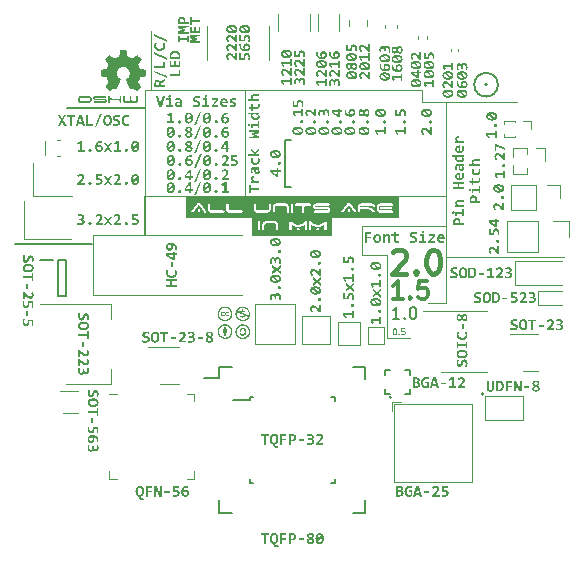
<source format=gbr>
%TF.GenerationSoftware,KiCad,Pcbnew,(7.0.0)*%
%TF.CreationDate,2024-12-03T23:26:00+05:30*%
%TF.ProjectId,IEEE CAS Logo,49454545-2043-4415-9320-4c6f676f2e6b,rev?*%
%TF.SameCoordinates,Original*%
%TF.FileFunction,Legend,Top*%
%TF.FilePolarity,Positive*%
%FSLAX46Y46*%
G04 Gerber Fmt 4.6, Leading zero omitted, Abs format (unit mm)*
G04 Created by KiCad (PCBNEW (7.0.0)) date 2024-12-03 23:26:00*
%MOMM*%
%LPD*%
G01*
G04 APERTURE LIST*
%ADD10C,0.120000*%
%ADD11C,0.150000*%
%ADD12C,0.175000*%
%ADD13C,0.250000*%
%ADD14C,0.200000*%
%ADD15C,0.125000*%
%ADD16C,0.400000*%
%ADD17C,0.300000*%
%ADD18C,0.127000*%
%ADD19C,0.100000*%
G04 APERTURE END LIST*
D10*
X129000000Y-86000000D02*
X152000000Y-86000000D01*
X149000000Y-107000000D02*
X151000000Y-107000000D01*
X154000000Y-97500000D02*
X146900000Y-97500000D01*
X159000000Y-100100000D02*
X164000000Y-100100000D01*
X146900000Y-97500000D02*
X146900000Y-100000000D01*
X154400000Y-82500000D02*
X154400000Y-82650000D01*
X154000000Y-95000000D02*
X137000000Y-95000000D01*
D11*
X124000000Y-99000000D02*
X117500000Y-99000000D01*
D10*
X154000000Y-95000000D02*
X154000000Y-100000000D01*
X154000000Y-100000000D02*
X154000000Y-104000000D01*
X146900000Y-100000000D02*
X149000000Y-100000000D01*
D11*
X140400000Y-90200000D02*
X140400000Y-94200000D01*
D10*
X128500000Y-86000000D02*
X128500000Y-95000000D01*
X137000000Y-95000000D02*
X137000000Y-86000000D01*
X152000000Y-86000000D02*
X152000000Y-87000000D01*
X152000000Y-87000000D02*
X160000000Y-87000000D01*
X149000000Y-100000000D02*
X149000000Y-107000000D01*
D11*
X140900000Y-90200000D02*
X140400000Y-90200000D01*
X140400000Y-94200000D02*
X140900000Y-94200000D01*
X158400000Y-85550000D02*
G75*
G03*
X158400000Y-85550000I-1000000J0D01*
G01*
D12*
X157487500Y-85550000D02*
G75*
G03*
X157487500Y-85550000I-87500J0D01*
G01*
D10*
X154000000Y-87000000D02*
X154000000Y-95000000D01*
D11*
X128000000Y-87500000D02*
X128500000Y-87500000D01*
X121900000Y-87500000D02*
X128000000Y-87500000D01*
D10*
X129000000Y-86000000D02*
X128500000Y-86000000D01*
D11*
X128500000Y-95000000D02*
X128500000Y-98250000D01*
D10*
X154000000Y-104000000D02*
X152500000Y-104000000D01*
X154000000Y-100100000D02*
X159000000Y-100100000D01*
X155000000Y-82500000D02*
X155000000Y-82650000D01*
X129000000Y-86000000D02*
X129000000Y-81000000D01*
X128500000Y-95000000D02*
X137000000Y-95000000D01*
D13*
G36*
X130719847Y-89108598D02*
G01*
X130733420Y-89109280D01*
X130746791Y-89110418D01*
X130759961Y-89112011D01*
X130772929Y-89114059D01*
X130785695Y-89116562D01*
X130798260Y-89119520D01*
X130810623Y-89122933D01*
X130822783Y-89126801D01*
X130834743Y-89131125D01*
X130842603Y-89134260D01*
X130854172Y-89139374D01*
X130865432Y-89145007D01*
X130876383Y-89151160D01*
X130887025Y-89157833D01*
X130897357Y-89165025D01*
X130907381Y-89172737D01*
X130917095Y-89180968D01*
X130926501Y-89189718D01*
X130935597Y-89198988D01*
X130944384Y-89208778D01*
X130950070Y-89215593D01*
X130958368Y-89226219D01*
X130966319Y-89237400D01*
X130973922Y-89249134D01*
X130981177Y-89261423D01*
X130988084Y-89274265D01*
X130992495Y-89283134D01*
X130996753Y-89292249D01*
X131000855Y-89301610D01*
X131004803Y-89311218D01*
X131008596Y-89321071D01*
X131012235Y-89331171D01*
X131015720Y-89341517D01*
X131019049Y-89352109D01*
X131020656Y-89357498D01*
X131023732Y-89368442D01*
X131026610Y-89379659D01*
X131029289Y-89391149D01*
X131031769Y-89402912D01*
X131034051Y-89414947D01*
X131036135Y-89427256D01*
X131038020Y-89439837D01*
X131039707Y-89452691D01*
X131041195Y-89465819D01*
X131042485Y-89479218D01*
X131043577Y-89492891D01*
X131044470Y-89506837D01*
X131045164Y-89521056D01*
X131045661Y-89535547D01*
X131045958Y-89550311D01*
X131046057Y-89565348D01*
X131045963Y-89578996D01*
X131045680Y-89592463D01*
X131045207Y-89605749D01*
X131044546Y-89618853D01*
X131043696Y-89631776D01*
X131042657Y-89644517D01*
X131041429Y-89657078D01*
X131040012Y-89669457D01*
X131038407Y-89681655D01*
X131036612Y-89693671D01*
X131034629Y-89705507D01*
X131032456Y-89717161D01*
X131030095Y-89728633D01*
X131027545Y-89739925D01*
X131024805Y-89751035D01*
X131021877Y-89761964D01*
X131018798Y-89772668D01*
X131015542Y-89783163D01*
X131012111Y-89793451D01*
X131008505Y-89803531D01*
X131004723Y-89813403D01*
X131000766Y-89823067D01*
X130996633Y-89832522D01*
X130992324Y-89841770D01*
X130987840Y-89850810D01*
X130983180Y-89859642D01*
X130978345Y-89868266D01*
X130973334Y-89876682D01*
X130965489Y-89888916D01*
X130957248Y-89900681D01*
X130951535Y-89908265D01*
X130942656Y-89919193D01*
X130933420Y-89929626D01*
X130923828Y-89939566D01*
X130913880Y-89949012D01*
X130903575Y-89957964D01*
X130892914Y-89966423D01*
X130881897Y-89974388D01*
X130870523Y-89981859D01*
X130858793Y-89988836D01*
X130846707Y-89995320D01*
X130838451Y-89999368D01*
X130825823Y-90004955D01*
X130812851Y-90009993D01*
X130799536Y-90014480D01*
X130785878Y-90018419D01*
X130771876Y-90021808D01*
X130757530Y-90024647D01*
X130747776Y-90026235D01*
X130737869Y-90027578D01*
X130727809Y-90028677D01*
X130717597Y-90029532D01*
X130707232Y-90030143D01*
X130696714Y-90030509D01*
X130686043Y-90030631D01*
X130672225Y-90030403D01*
X130658612Y-90029721D01*
X130645205Y-90028583D01*
X130632005Y-90026990D01*
X130619010Y-90024942D01*
X130606222Y-90022439D01*
X130593640Y-90019481D01*
X130581263Y-90016068D01*
X130569093Y-90012200D01*
X130557129Y-90007876D01*
X130549267Y-90004741D01*
X130537694Y-89999625D01*
X130526421Y-89993985D01*
X130515449Y-89987821D01*
X130504777Y-89981134D01*
X130494406Y-89973922D01*
X130484335Y-89966187D01*
X130474565Y-89957928D01*
X130465095Y-89949146D01*
X130455926Y-89939839D01*
X130447058Y-89930009D01*
X130441312Y-89923164D01*
X130433014Y-89912452D01*
X130425063Y-89901200D01*
X130417461Y-89889406D01*
X130410206Y-89877071D01*
X130403298Y-89864195D01*
X130398887Y-89855311D01*
X130394630Y-89846186D01*
X130390527Y-89836821D01*
X130386579Y-89827215D01*
X130382786Y-89817369D01*
X130379147Y-89807283D01*
X130375663Y-89796956D01*
X130372333Y-89786389D01*
X130370726Y-89781015D01*
X130367650Y-89770044D01*
X130366332Y-89764895D01*
X130541207Y-89764895D01*
X130545486Y-89776514D01*
X130550077Y-89787558D01*
X130554983Y-89798026D01*
X130560201Y-89807920D01*
X130565733Y-89817238D01*
X130571578Y-89825980D01*
X130577737Y-89834148D01*
X130584209Y-89841740D01*
X130593327Y-89850968D01*
X130603001Y-89859173D01*
X130613160Y-89866385D01*
X130623731Y-89872636D01*
X130634714Y-89877926D01*
X130646110Y-89882254D01*
X130657917Y-89885619D01*
X130670137Y-89888024D01*
X130682769Y-89889466D01*
X130695813Y-89889947D01*
X130707671Y-89889470D01*
X130719279Y-89888039D01*
X130730636Y-89885654D01*
X130741742Y-89882315D01*
X130752598Y-89878021D01*
X130763204Y-89872774D01*
X130767376Y-89870408D01*
X130777612Y-89863819D01*
X130785483Y-89857852D01*
X130793072Y-89851267D01*
X130800378Y-89844064D01*
X130807402Y-89836242D01*
X130814144Y-89827802D01*
X130820603Y-89818744D01*
X130825262Y-89811545D01*
X130831200Y-89801329D01*
X130836802Y-89790464D01*
X130842069Y-89778950D01*
X130845798Y-89769889D01*
X130849339Y-89760463D01*
X130852691Y-89750672D01*
X130855853Y-89740516D01*
X130858827Y-89729996D01*
X130861612Y-89719110D01*
X130863364Y-89711650D01*
X130865808Y-89700152D01*
X130868012Y-89688280D01*
X130869975Y-89676035D01*
X130871699Y-89663416D01*
X130873181Y-89650423D01*
X130874423Y-89637058D01*
X130875425Y-89623318D01*
X130876187Y-89609205D01*
X130876707Y-89594719D01*
X130876921Y-89584854D01*
X130877028Y-89574823D01*
X130877041Y-89569745D01*
X130876858Y-89559914D01*
X130876309Y-89549961D01*
X130875759Y-89539947D01*
X130875576Y-89530422D01*
X130541207Y-89764895D01*
X130366332Y-89764895D01*
X130364773Y-89758808D01*
X130362093Y-89747306D01*
X130359613Y-89735540D01*
X130357331Y-89723508D01*
X130355247Y-89711211D01*
X130353362Y-89698649D01*
X130351675Y-89685821D01*
X130350187Y-89672728D01*
X130348897Y-89659370D01*
X130347805Y-89645747D01*
X130346912Y-89631859D01*
X130346218Y-89617705D01*
X130345722Y-89603286D01*
X130345582Y-89596367D01*
X130514341Y-89596367D01*
X130514547Y-89606694D01*
X130515165Y-89617158D01*
X130515806Y-89624211D01*
X130852373Y-89374106D01*
X130847747Y-89362446D01*
X130842847Y-89351369D01*
X130837672Y-89340876D01*
X130832223Y-89330967D01*
X130826498Y-89321642D01*
X130820499Y-89312901D01*
X130814225Y-89304743D01*
X130807676Y-89297170D01*
X130798517Y-89287980D01*
X130788870Y-89279829D01*
X130778760Y-89272616D01*
X130768216Y-89266365D01*
X130757236Y-89261075D01*
X130745822Y-89256748D01*
X130733972Y-89253382D01*
X130721688Y-89250977D01*
X130708968Y-89249535D01*
X130699143Y-89249084D01*
X130695813Y-89249054D01*
X130683891Y-89249519D01*
X130672243Y-89250914D01*
X130660869Y-89253240D01*
X130649770Y-89256496D01*
X130638944Y-89260682D01*
X130628394Y-89265798D01*
X130624250Y-89268105D01*
X130614155Y-89274559D01*
X130604477Y-89282015D01*
X130597035Y-89288701D01*
X130589860Y-89296029D01*
X130582953Y-89303997D01*
X130576313Y-89312607D01*
X130569939Y-89321857D01*
X130566853Y-89326723D01*
X130560907Y-89336928D01*
X130555282Y-89347759D01*
X130549977Y-89359215D01*
X130544993Y-89371297D01*
X130541466Y-89380770D01*
X130538118Y-89390595D01*
X130534951Y-89400771D01*
X130531964Y-89411300D01*
X130529158Y-89422181D01*
X130528263Y-89425886D01*
X130525775Y-89437253D01*
X130523531Y-89449007D01*
X130521533Y-89461147D01*
X130519779Y-89473673D01*
X130518270Y-89486586D01*
X130517005Y-89499886D01*
X130515986Y-89513571D01*
X130515211Y-89527643D01*
X130514681Y-89542102D01*
X130514463Y-89551956D01*
X130514354Y-89561981D01*
X130514341Y-89567058D01*
X130514341Y-89577574D01*
X130514341Y-89587628D01*
X130514341Y-89596367D01*
X130345582Y-89596367D01*
X130345424Y-89588602D01*
X130345325Y-89573653D01*
X130345420Y-89560006D01*
X130345706Y-89546542D01*
X130346183Y-89533261D01*
X130346851Y-89520163D01*
X130347710Y-89507249D01*
X130348759Y-89494518D01*
X130350000Y-89481970D01*
X130351431Y-89469605D01*
X130353053Y-89457424D01*
X130354865Y-89445425D01*
X130356869Y-89433610D01*
X130359063Y-89421978D01*
X130361449Y-89410529D01*
X130364025Y-89399263D01*
X130366791Y-89388181D01*
X130369749Y-89377281D01*
X130372886Y-89366549D01*
X130376191Y-89356028D01*
X130379664Y-89345720D01*
X130383304Y-89335623D01*
X130387113Y-89325738D01*
X130391090Y-89316064D01*
X130395234Y-89306603D01*
X130399547Y-89297353D01*
X130404027Y-89288315D01*
X130408675Y-89279489D01*
X130413491Y-89270875D01*
X130421030Y-89258350D01*
X130428947Y-89246302D01*
X130437242Y-89234731D01*
X130440091Y-89230980D01*
X130448931Y-89220011D01*
X130458140Y-89209545D01*
X130467718Y-89199581D01*
X130477666Y-89190119D01*
X130487983Y-89181159D01*
X130498669Y-89172702D01*
X130509724Y-89164747D01*
X130521149Y-89157295D01*
X130532943Y-89150345D01*
X130545106Y-89143897D01*
X130553420Y-89139877D01*
X130566216Y-89134247D01*
X130579326Y-89129170D01*
X130592749Y-89124647D01*
X130606485Y-89120678D01*
X130620535Y-89117262D01*
X130634898Y-89114401D01*
X130644648Y-89112801D01*
X130654537Y-89111447D01*
X130664565Y-89110339D01*
X130674733Y-89109478D01*
X130685040Y-89108862D01*
X130695486Y-89108493D01*
X130706071Y-89108370D01*
X130719847Y-89108598D01*
G37*
G36*
X131460538Y-89764895D02*
G01*
X131471199Y-89765264D01*
X131481569Y-89766372D01*
X131491647Y-89768218D01*
X131501433Y-89770802D01*
X131510927Y-89774125D01*
X131514027Y-89775397D01*
X131523129Y-89779602D01*
X131531750Y-89784339D01*
X131541200Y-89790538D01*
X131549995Y-89797462D01*
X131557013Y-89803974D01*
X131564642Y-89812090D01*
X131571499Y-89820837D01*
X131577585Y-89830215D01*
X131582899Y-89840225D01*
X131585590Y-89846228D01*
X131589076Y-89855507D01*
X131591841Y-89865027D01*
X131593885Y-89874787D01*
X131595207Y-89884788D01*
X131595808Y-89895029D01*
X131595848Y-89898496D01*
X131595487Y-89908559D01*
X131594406Y-89918417D01*
X131592602Y-89928068D01*
X131590078Y-89937513D01*
X131586832Y-89946753D01*
X131585590Y-89949787D01*
X131580716Y-89959978D01*
X131575071Y-89969608D01*
X131568655Y-89978678D01*
X131561467Y-89987186D01*
X131557013Y-89991796D01*
X131548779Y-89999246D01*
X131539890Y-90005995D01*
X131530346Y-90012042D01*
X131521645Y-90016668D01*
X131514027Y-90020129D01*
X131504630Y-90023698D01*
X131494941Y-90026529D01*
X131484961Y-90028621D01*
X131474688Y-90029975D01*
X131464124Y-90030590D01*
X131460538Y-90030631D01*
X131450317Y-90030262D01*
X131440353Y-90029154D01*
X131430647Y-90027308D01*
X131421199Y-90024723D01*
X131412009Y-90021400D01*
X131409002Y-90020129D01*
X131398811Y-90015183D01*
X131389180Y-90009536D01*
X131380111Y-90003189D01*
X131371603Y-89996139D01*
X131366993Y-89991796D01*
X131359554Y-89983609D01*
X131352841Y-89974860D01*
X131346852Y-89965550D01*
X131341587Y-89955679D01*
X131338905Y-89949787D01*
X131335418Y-89940616D01*
X131332653Y-89931239D01*
X131330610Y-89921657D01*
X131329288Y-89911868D01*
X131328686Y-89901873D01*
X131328646Y-89898496D01*
X131329007Y-89888174D01*
X131330089Y-89878094D01*
X131331892Y-89868253D01*
X131334417Y-89858654D01*
X131337662Y-89849294D01*
X131338905Y-89846228D01*
X131343018Y-89837300D01*
X131348489Y-89827471D01*
X131354685Y-89818273D01*
X131361606Y-89809706D01*
X131366993Y-89803974D01*
X131375180Y-89796429D01*
X131383929Y-89789608D01*
X131393239Y-89783512D01*
X131403110Y-89778141D01*
X131409002Y-89775397D01*
X131418107Y-89771828D01*
X131427469Y-89768997D01*
X131437089Y-89766905D01*
X131446967Y-89765551D01*
X131457102Y-89764936D01*
X131460538Y-89764895D01*
G37*
G36*
X132250484Y-89108499D02*
G01*
X132263228Y-89108885D01*
X132275706Y-89109529D01*
X132287918Y-89110431D01*
X132299863Y-89111590D01*
X132311543Y-89113007D01*
X132322956Y-89114681D01*
X132334103Y-89116613D01*
X132344983Y-89118803D01*
X132355598Y-89121250D01*
X132362526Y-89123025D01*
X132372676Y-89125884D01*
X132382516Y-89128967D01*
X132392047Y-89132272D01*
X132401269Y-89135802D01*
X132413085Y-89140854D01*
X132424350Y-89146304D01*
X132435066Y-89152151D01*
X132445233Y-89158394D01*
X132454850Y-89165034D01*
X132463971Y-89172037D01*
X132472527Y-89179368D01*
X132480519Y-89187028D01*
X132487945Y-89195015D01*
X132494807Y-89203331D01*
X132501104Y-89211975D01*
X132506836Y-89220947D01*
X132512003Y-89230247D01*
X132516583Y-89239834D01*
X132520551Y-89249665D01*
X132523910Y-89259740D01*
X132526658Y-89270059D01*
X132528795Y-89280622D01*
X132530321Y-89291430D01*
X132531237Y-89302482D01*
X132531542Y-89313778D01*
X132531359Y-89324216D01*
X132530810Y-89334402D01*
X132529894Y-89344335D01*
X132528234Y-89356398D01*
X132526001Y-89368068D01*
X132523196Y-89379344D01*
X132519819Y-89390226D01*
X132515952Y-89400681D01*
X132511681Y-89410825D01*
X132507003Y-89420659D01*
X132501920Y-89430183D01*
X132496432Y-89439397D01*
X132490538Y-89448301D01*
X132488067Y-89451775D01*
X132481694Y-89460269D01*
X132474939Y-89468500D01*
X132467803Y-89476469D01*
X132460285Y-89484176D01*
X132452385Y-89491620D01*
X132444103Y-89498802D01*
X132440684Y-89501601D01*
X132432052Y-89508469D01*
X132423253Y-89515182D01*
X132414287Y-89521740D01*
X132405154Y-89528143D01*
X132395855Y-89534391D01*
X132386388Y-89540484D01*
X132382554Y-89542878D01*
X132393010Y-89548698D01*
X132403310Y-89554709D01*
X132413456Y-89560910D01*
X132423446Y-89567302D01*
X132433281Y-89573885D01*
X132442961Y-89580659D01*
X132446790Y-89583422D01*
X132456146Y-89590535D01*
X132465132Y-89597982D01*
X132473749Y-89605762D01*
X132481995Y-89613876D01*
X132489873Y-89622325D01*
X132497380Y-89631107D01*
X132500279Y-89634713D01*
X132507221Y-89643911D01*
X132513698Y-89653490D01*
X132519710Y-89663450D01*
X132525257Y-89673792D01*
X132530339Y-89684516D01*
X132534955Y-89695621D01*
X132536672Y-89700170D01*
X132539820Y-89709425D01*
X132542549Y-89718992D01*
X132544857Y-89728873D01*
X132546747Y-89739066D01*
X132548216Y-89749572D01*
X132549265Y-89760392D01*
X132549895Y-89771524D01*
X132550105Y-89782969D01*
X132549888Y-89794245D01*
X132549238Y-89805268D01*
X132548154Y-89816038D01*
X132546636Y-89826555D01*
X132544685Y-89836818D01*
X132542300Y-89846828D01*
X132539481Y-89856584D01*
X132536229Y-89866088D01*
X132532543Y-89875338D01*
X132528424Y-89884334D01*
X132525436Y-89890191D01*
X132520644Y-89898762D01*
X132513732Y-89909781D01*
X132506226Y-89920335D01*
X132498124Y-89930423D01*
X132489426Y-89940046D01*
X132482513Y-89946958D01*
X132475264Y-89953607D01*
X132467681Y-89959995D01*
X132459762Y-89966121D01*
X132457048Y-89968105D01*
X132448718Y-89973829D01*
X132440121Y-89979279D01*
X132431258Y-89984454D01*
X132422129Y-89989354D01*
X132412734Y-89993979D01*
X132403073Y-89998330D01*
X132393145Y-90002406D01*
X132382951Y-90006207D01*
X132372491Y-90009733D01*
X132361765Y-90012984D01*
X132354466Y-90015000D01*
X132343394Y-90017793D01*
X132332158Y-90020312D01*
X132320759Y-90022556D01*
X132309197Y-90024525D01*
X132297472Y-90026219D01*
X132285584Y-90027639D01*
X132273533Y-90028784D01*
X132261318Y-90029654D01*
X132248941Y-90030249D01*
X132236400Y-90030570D01*
X132227949Y-90030631D01*
X132213950Y-90030492D01*
X132200257Y-90030073D01*
X132186868Y-90029375D01*
X132173784Y-90028399D01*
X132161005Y-90027143D01*
X132148531Y-90025608D01*
X132136361Y-90023794D01*
X132124496Y-90021701D01*
X132112937Y-90019329D01*
X132101682Y-90016678D01*
X132094348Y-90014755D01*
X132083612Y-90011617D01*
X132073202Y-90008247D01*
X132063118Y-90004644D01*
X132053361Y-90000811D01*
X132043930Y-89996745D01*
X132034825Y-89992447D01*
X132026047Y-89987918D01*
X132014850Y-89981518D01*
X132004233Y-89974706D01*
X131996651Y-89969326D01*
X131987117Y-89961808D01*
X131978180Y-89953908D01*
X131969837Y-89945627D01*
X131962090Y-89936964D01*
X131954938Y-89927919D01*
X131948382Y-89918493D01*
X131942421Y-89908685D01*
X131937055Y-89898496D01*
X131932304Y-89887905D01*
X131928186Y-89877018D01*
X131924702Y-89865832D01*
X131921851Y-89854349D01*
X131919634Y-89842568D01*
X131918050Y-89830489D01*
X131917100Y-89818113D01*
X131916783Y-89805439D01*
X131916993Y-89794177D01*
X131917090Y-89792494D01*
X132085799Y-89792494D01*
X132086156Y-89802614D01*
X132087739Y-89815393D01*
X132090590Y-89827355D01*
X132094708Y-89838501D01*
X132100093Y-89848830D01*
X132106744Y-89858342D01*
X132114663Y-89867037D01*
X132123849Y-89874916D01*
X132126344Y-89876758D01*
X132136888Y-89883513D01*
X132148249Y-89889367D01*
X132157306Y-89893167D01*
X132166822Y-89896460D01*
X132176798Y-89899246D01*
X132187233Y-89901526D01*
X132198127Y-89903299D01*
X132209481Y-89904565D01*
X132221294Y-89905325D01*
X132233566Y-89905579D01*
X132244720Y-89905355D01*
X132255651Y-89904686D01*
X132266359Y-89903569D01*
X132276843Y-89902007D01*
X132287104Y-89899997D01*
X132290475Y-89899228D01*
X132300309Y-89896506D01*
X132309663Y-89893286D01*
X132319968Y-89888900D01*
X132329618Y-89883836D01*
X132337369Y-89878956D01*
X132345829Y-89872515D01*
X132353471Y-89865372D01*
X132360295Y-89857528D01*
X132366301Y-89848983D01*
X132369365Y-89843785D01*
X132373933Y-89833985D01*
X132377379Y-89823389D01*
X132379440Y-89813675D01*
X132380677Y-89803376D01*
X132381089Y-89792494D01*
X132380625Y-89781984D01*
X132379234Y-89771886D01*
X132376916Y-89762201D01*
X132373670Y-89752927D01*
X132369497Y-89744065D01*
X132367900Y-89741203D01*
X132362702Y-89732731D01*
X132356817Y-89724534D01*
X132350246Y-89716611D01*
X132342987Y-89708963D01*
X132335041Y-89701590D01*
X132332240Y-89699193D01*
X132323539Y-89692118D01*
X132314288Y-89685180D01*
X132306160Y-89679503D01*
X132297649Y-89673922D01*
X132288757Y-89668436D01*
X132279484Y-89663046D01*
X132269936Y-89657721D01*
X132260221Y-89652431D01*
X132250339Y-89647178D01*
X132240290Y-89641961D01*
X132230075Y-89636779D01*
X132219692Y-89631633D01*
X132215492Y-89629584D01*
X132205612Y-89635057D01*
X132195937Y-89640667D01*
X132186469Y-89646414D01*
X132177207Y-89652299D01*
X132168151Y-89658321D01*
X132165178Y-89660359D01*
X132156508Y-89666616D01*
X132148268Y-89673113D01*
X132140457Y-89679851D01*
X132133075Y-89686829D01*
X132126123Y-89694047D01*
X132123901Y-89696507D01*
X132117564Y-89703980D01*
X132110822Y-89713068D01*
X132104781Y-89722553D01*
X132099442Y-89732436D01*
X132096057Y-89739738D01*
X132092060Y-89750277D01*
X132089416Y-89759756D01*
X132087492Y-89769648D01*
X132086290Y-89779952D01*
X132085809Y-89790668D01*
X132085799Y-89792494D01*
X131917090Y-89792494D01*
X131917623Y-89783228D01*
X131918672Y-89772592D01*
X131920142Y-89762269D01*
X131922031Y-89752259D01*
X131924339Y-89742562D01*
X131927068Y-89733178D01*
X131930217Y-89724106D01*
X131934653Y-89713047D01*
X131939566Y-89702310D01*
X131944957Y-89691896D01*
X131950825Y-89681803D01*
X131957169Y-89672032D01*
X131963991Y-89662583D01*
X131966853Y-89658893D01*
X131974353Y-89649883D01*
X131982199Y-89641172D01*
X131990391Y-89632758D01*
X131998929Y-89624642D01*
X132007813Y-89616825D01*
X132017042Y-89609305D01*
X132020831Y-89606381D01*
X132030467Y-89599214D01*
X132040294Y-89592213D01*
X132050311Y-89585380D01*
X132060520Y-89578713D01*
X132068824Y-89573500D01*
X132077251Y-89568394D01*
X132085799Y-89563394D01*
X132076201Y-89557745D01*
X132066794Y-89551941D01*
X132057578Y-89545981D01*
X132048552Y-89539867D01*
X132039717Y-89533598D01*
X132031074Y-89527173D01*
X132027669Y-89524560D01*
X132019352Y-89517788D01*
X132011345Y-89510754D01*
X132003648Y-89503458D01*
X131996261Y-89495899D01*
X131989184Y-89488078D01*
X131982418Y-89479995D01*
X131979798Y-89476688D01*
X131973595Y-89468220D01*
X131967810Y-89459453D01*
X131962442Y-89450388D01*
X131957492Y-89441025D01*
X131952959Y-89431364D01*
X131948843Y-89421404D01*
X131947314Y-89417337D01*
X131943866Y-89406895D01*
X131941002Y-89396023D01*
X131938723Y-89384722D01*
X131937029Y-89372992D01*
X131935918Y-89360832D01*
X131935451Y-89350795D01*
X131935346Y-89343087D01*
X131935639Y-89331032D01*
X131935705Y-89330143D01*
X132098744Y-89330143D01*
X132099305Y-89341414D01*
X132100988Y-89352148D01*
X132103793Y-89362345D01*
X132107720Y-89372003D01*
X132110468Y-89377281D01*
X132116018Y-89386212D01*
X132122409Y-89394839D01*
X132129642Y-89403162D01*
X132137716Y-89411182D01*
X132142708Y-89415628D01*
X132150659Y-89422145D01*
X132159125Y-89428508D01*
X132168107Y-89434716D01*
X132177604Y-89440769D01*
X132187616Y-89446668D01*
X132191068Y-89448600D01*
X132199858Y-89453333D01*
X132208828Y-89458065D01*
X132217976Y-89462797D01*
X132227304Y-89467529D01*
X132236810Y-89472261D01*
X132246495Y-89476994D01*
X132250419Y-89478886D01*
X132259641Y-89473697D01*
X132268623Y-89468388D01*
X132277364Y-89462958D01*
X132285865Y-89457408D01*
X132294125Y-89451738D01*
X132296825Y-89449822D01*
X132304762Y-89443948D01*
X132313479Y-89436836D01*
X132321612Y-89429443D01*
X132329160Y-89421769D01*
X132334194Y-89416116D01*
X132340836Y-89407938D01*
X132346870Y-89399433D01*
X132352296Y-89390601D01*
X132357115Y-89381441D01*
X132359595Y-89376060D01*
X132363402Y-89366221D01*
X132366274Y-89355938D01*
X132368211Y-89345210D01*
X132369213Y-89334039D01*
X132369365Y-89327456D01*
X132368816Y-89316320D01*
X132367167Y-89305871D01*
X132364419Y-89296109D01*
X132360572Y-89287034D01*
X132354218Y-89276656D01*
X132347899Y-89269126D01*
X132340480Y-89262284D01*
X132334194Y-89257602D01*
X132324978Y-89251935D01*
X132314792Y-89247024D01*
X132303637Y-89242868D01*
X132291513Y-89239467D01*
X132281783Y-89237413D01*
X132271509Y-89235784D01*
X132260689Y-89234579D01*
X132249324Y-89233800D01*
X132237413Y-89233446D01*
X132233322Y-89233422D01*
X132221489Y-89233635D01*
X132210172Y-89234272D01*
X132199370Y-89235335D01*
X132189083Y-89236823D01*
X132179312Y-89238735D01*
X132167084Y-89241947D01*
X132155773Y-89245914D01*
X132145377Y-89250637D01*
X132135898Y-89256115D01*
X132133671Y-89257602D01*
X132125485Y-89264025D01*
X132118390Y-89271204D01*
X132112387Y-89279138D01*
X132107476Y-89287827D01*
X132103656Y-89297273D01*
X132100927Y-89307474D01*
X132099290Y-89318430D01*
X132098744Y-89330143D01*
X131935705Y-89330143D01*
X131936521Y-89319167D01*
X131937990Y-89307493D01*
X131940047Y-89296010D01*
X131942692Y-89284717D01*
X131945924Y-89273616D01*
X131949744Y-89262705D01*
X131954152Y-89251985D01*
X131959201Y-89241467D01*
X131964823Y-89231285D01*
X131971017Y-89221439D01*
X131977783Y-89211929D01*
X131985122Y-89202755D01*
X131993033Y-89193916D01*
X132001516Y-89185413D01*
X132010572Y-89177247D01*
X132020216Y-89169461D01*
X132030463Y-89162103D01*
X132041313Y-89155173D01*
X132049846Y-89150256D01*
X132058718Y-89145579D01*
X132067929Y-89141142D01*
X132077480Y-89136946D01*
X132087369Y-89132991D01*
X132097598Y-89129276D01*
X132104606Y-89126933D01*
X132115402Y-89123615D01*
X132126542Y-89120624D01*
X132138025Y-89117959D01*
X132149852Y-89115621D01*
X132162022Y-89113609D01*
X132174536Y-89111923D01*
X132187393Y-89110563D01*
X132200593Y-89109530D01*
X132214137Y-89108823D01*
X132228025Y-89108443D01*
X132237474Y-89108370D01*
X132250484Y-89108499D01*
G37*
G36*
X132827809Y-90155683D02*
G01*
X132665143Y-90155683D01*
X133144592Y-89045844D01*
X133307990Y-89045844D01*
X132827809Y-90155683D01*
G37*
G36*
X133795352Y-89108598D02*
G01*
X133808926Y-89109280D01*
X133822297Y-89110418D01*
X133835467Y-89112011D01*
X133848435Y-89114059D01*
X133861201Y-89116562D01*
X133873766Y-89119520D01*
X133886129Y-89122933D01*
X133898289Y-89126801D01*
X133910248Y-89131125D01*
X133918109Y-89134260D01*
X133929678Y-89139374D01*
X133940938Y-89145007D01*
X133951889Y-89151160D01*
X133962531Y-89157833D01*
X133972863Y-89165025D01*
X133982887Y-89172737D01*
X133992601Y-89180968D01*
X134002006Y-89189718D01*
X134011103Y-89198988D01*
X134019890Y-89208778D01*
X134025576Y-89215593D01*
X134033874Y-89226219D01*
X134041825Y-89237400D01*
X134049428Y-89249134D01*
X134056683Y-89261423D01*
X134063590Y-89274265D01*
X134068001Y-89283134D01*
X134072258Y-89292249D01*
X134076361Y-89301610D01*
X134080309Y-89311218D01*
X134084102Y-89321071D01*
X134087741Y-89331171D01*
X134091225Y-89341517D01*
X134094555Y-89352109D01*
X134096162Y-89357498D01*
X134099238Y-89368442D01*
X134102116Y-89379659D01*
X134104795Y-89391149D01*
X134107275Y-89402912D01*
X134109557Y-89414947D01*
X134111641Y-89427256D01*
X134113526Y-89439837D01*
X134115213Y-89452691D01*
X134116701Y-89465819D01*
X134117991Y-89479218D01*
X134119083Y-89492891D01*
X134119976Y-89506837D01*
X134120670Y-89521056D01*
X134121166Y-89535547D01*
X134121464Y-89550311D01*
X134121563Y-89565348D01*
X134121469Y-89578996D01*
X134121186Y-89592463D01*
X134120713Y-89605749D01*
X134120052Y-89618853D01*
X134119202Y-89631776D01*
X134118163Y-89644517D01*
X134116935Y-89657078D01*
X134115518Y-89669457D01*
X134113913Y-89681655D01*
X134112118Y-89693671D01*
X134110134Y-89705507D01*
X134107962Y-89717161D01*
X134105601Y-89728633D01*
X134103050Y-89739925D01*
X134100311Y-89751035D01*
X134097383Y-89761964D01*
X134094304Y-89772668D01*
X134091048Y-89783163D01*
X134087617Y-89793451D01*
X134084011Y-89803531D01*
X134080229Y-89813403D01*
X134076272Y-89823067D01*
X134072139Y-89832522D01*
X134067830Y-89841770D01*
X134063346Y-89850810D01*
X134058686Y-89859642D01*
X134053851Y-89868266D01*
X134048840Y-89876682D01*
X134040995Y-89888916D01*
X134032754Y-89900681D01*
X134027041Y-89908265D01*
X134018162Y-89919193D01*
X134008926Y-89929626D01*
X133999334Y-89939566D01*
X133989386Y-89949012D01*
X133979081Y-89957964D01*
X133968420Y-89966423D01*
X133957403Y-89974388D01*
X133946029Y-89981859D01*
X133934299Y-89988836D01*
X133922213Y-89995320D01*
X133913957Y-89999368D01*
X133901329Y-90004955D01*
X133888357Y-90009993D01*
X133875042Y-90014480D01*
X133861384Y-90018419D01*
X133847382Y-90021808D01*
X133833036Y-90024647D01*
X133823282Y-90026235D01*
X133813375Y-90027578D01*
X133803315Y-90028677D01*
X133793103Y-90029532D01*
X133782737Y-90030143D01*
X133772220Y-90030509D01*
X133761549Y-90030631D01*
X133747731Y-90030403D01*
X133734118Y-90029721D01*
X133720711Y-90028583D01*
X133707511Y-90026990D01*
X133694516Y-90024942D01*
X133681728Y-90022439D01*
X133669145Y-90019481D01*
X133656769Y-90016068D01*
X133644599Y-90012200D01*
X133632635Y-90007876D01*
X133624773Y-90004741D01*
X133613200Y-89999625D01*
X133601927Y-89993985D01*
X133590955Y-89987821D01*
X133580283Y-89981134D01*
X133569912Y-89973922D01*
X133559841Y-89966187D01*
X133550071Y-89957928D01*
X133540601Y-89949146D01*
X133531432Y-89939839D01*
X133522563Y-89930009D01*
X133516818Y-89923164D01*
X133508520Y-89912452D01*
X133500569Y-89901200D01*
X133492966Y-89889406D01*
X133485711Y-89877071D01*
X133478804Y-89864195D01*
X133474393Y-89855311D01*
X133470135Y-89846186D01*
X133466033Y-89836821D01*
X133462085Y-89827215D01*
X133458292Y-89817369D01*
X133454653Y-89807283D01*
X133451168Y-89796956D01*
X133447839Y-89786389D01*
X133446232Y-89781015D01*
X133443156Y-89770044D01*
X133441837Y-89764895D01*
X133616713Y-89764895D01*
X133620992Y-89776514D01*
X133625583Y-89787558D01*
X133630489Y-89798026D01*
X133635707Y-89807920D01*
X133641239Y-89817238D01*
X133647084Y-89825980D01*
X133653243Y-89834148D01*
X133659715Y-89841740D01*
X133668833Y-89850968D01*
X133678507Y-89859173D01*
X133688666Y-89866385D01*
X133699237Y-89872636D01*
X133710220Y-89877926D01*
X133721616Y-89882254D01*
X133733423Y-89885619D01*
X133745643Y-89888024D01*
X133758275Y-89889466D01*
X133771319Y-89889947D01*
X133783177Y-89889470D01*
X133794785Y-89888039D01*
X133806142Y-89885654D01*
X133817248Y-89882315D01*
X133828104Y-89878021D01*
X133838710Y-89872774D01*
X133842882Y-89870408D01*
X133853118Y-89863819D01*
X133860989Y-89857852D01*
X133868578Y-89851267D01*
X133875884Y-89844064D01*
X133882908Y-89836242D01*
X133889650Y-89827802D01*
X133896109Y-89818744D01*
X133900768Y-89811545D01*
X133906706Y-89801329D01*
X133912308Y-89790464D01*
X133917575Y-89778950D01*
X133921304Y-89769889D01*
X133924845Y-89760463D01*
X133928196Y-89750672D01*
X133931359Y-89740516D01*
X133934333Y-89729996D01*
X133937118Y-89719110D01*
X133938870Y-89711650D01*
X133941314Y-89700152D01*
X133943518Y-89688280D01*
X133945481Y-89676035D01*
X133947204Y-89663416D01*
X133948687Y-89650423D01*
X133949929Y-89637058D01*
X133950931Y-89623318D01*
X133951692Y-89609205D01*
X133952213Y-89594719D01*
X133952427Y-89584854D01*
X133952534Y-89574823D01*
X133952547Y-89569745D01*
X133952364Y-89559914D01*
X133951815Y-89549961D01*
X133951265Y-89539947D01*
X133951082Y-89530422D01*
X133616713Y-89764895D01*
X133441837Y-89764895D01*
X133440278Y-89758808D01*
X133437599Y-89747306D01*
X133435119Y-89735540D01*
X133432837Y-89723508D01*
X133430753Y-89711211D01*
X133428868Y-89698649D01*
X133427181Y-89685821D01*
X133425693Y-89672728D01*
X133424403Y-89659370D01*
X133423311Y-89645747D01*
X133422418Y-89631859D01*
X133421724Y-89617705D01*
X133421228Y-89603286D01*
X133421088Y-89596367D01*
X133589847Y-89596367D01*
X133590053Y-89606694D01*
X133590671Y-89617158D01*
X133591312Y-89624211D01*
X133927879Y-89374106D01*
X133923253Y-89362446D01*
X133918353Y-89351369D01*
X133913178Y-89340876D01*
X133907729Y-89330967D01*
X133902004Y-89321642D01*
X133896005Y-89312901D01*
X133889731Y-89304743D01*
X133883182Y-89297170D01*
X133874023Y-89287980D01*
X133864376Y-89279829D01*
X133854266Y-89272616D01*
X133843722Y-89266365D01*
X133832742Y-89261075D01*
X133821328Y-89256748D01*
X133809478Y-89253382D01*
X133797194Y-89250977D01*
X133784474Y-89249535D01*
X133774649Y-89249084D01*
X133771319Y-89249054D01*
X133759397Y-89249519D01*
X133747749Y-89250914D01*
X133736375Y-89253240D01*
X133725276Y-89256496D01*
X133714450Y-89260682D01*
X133703899Y-89265798D01*
X133699756Y-89268105D01*
X133689661Y-89274559D01*
X133679983Y-89282015D01*
X133672541Y-89288701D01*
X133665366Y-89296029D01*
X133658459Y-89303997D01*
X133651819Y-89312607D01*
X133645445Y-89321857D01*
X133642359Y-89326723D01*
X133636413Y-89336928D01*
X133630788Y-89347759D01*
X133625483Y-89359215D01*
X133620499Y-89371297D01*
X133616971Y-89380770D01*
X133613624Y-89390595D01*
X133610457Y-89400771D01*
X133607470Y-89411300D01*
X133604664Y-89422181D01*
X133603769Y-89425886D01*
X133601281Y-89437253D01*
X133599037Y-89449007D01*
X133597039Y-89461147D01*
X133595285Y-89473673D01*
X133593776Y-89486586D01*
X133592511Y-89499886D01*
X133591492Y-89513571D01*
X133590717Y-89527643D01*
X133590187Y-89542102D01*
X133589969Y-89551956D01*
X133589860Y-89561981D01*
X133589847Y-89567058D01*
X133589847Y-89577574D01*
X133589847Y-89587628D01*
X133589847Y-89596367D01*
X133421088Y-89596367D01*
X133420930Y-89588602D01*
X133420831Y-89573653D01*
X133420926Y-89560006D01*
X133421212Y-89546542D01*
X133421689Y-89533261D01*
X133422357Y-89520163D01*
X133423216Y-89507249D01*
X133424265Y-89494518D01*
X133425506Y-89481970D01*
X133426937Y-89469605D01*
X133428559Y-89457424D01*
X133430371Y-89445425D01*
X133432375Y-89433610D01*
X133434569Y-89421978D01*
X133436954Y-89410529D01*
X133439530Y-89399263D01*
X133442297Y-89388181D01*
X133445255Y-89377281D01*
X133448392Y-89366549D01*
X133451697Y-89356028D01*
X133455170Y-89345720D01*
X133458810Y-89335623D01*
X133462619Y-89325738D01*
X133466596Y-89316064D01*
X133470740Y-89306603D01*
X133475053Y-89297353D01*
X133479533Y-89288315D01*
X133484181Y-89279489D01*
X133488997Y-89270875D01*
X133496536Y-89258350D01*
X133504453Y-89246302D01*
X133512748Y-89234731D01*
X133515597Y-89230980D01*
X133524437Y-89220011D01*
X133533646Y-89209545D01*
X133543224Y-89199581D01*
X133553172Y-89190119D01*
X133563489Y-89181159D01*
X133574175Y-89172702D01*
X133585230Y-89164747D01*
X133596655Y-89157295D01*
X133608449Y-89150345D01*
X133620612Y-89143897D01*
X133628926Y-89139877D01*
X133641722Y-89134247D01*
X133654831Y-89129170D01*
X133668255Y-89124647D01*
X133681991Y-89120678D01*
X133696041Y-89117262D01*
X133710404Y-89114401D01*
X133720154Y-89112801D01*
X133730043Y-89111447D01*
X133740071Y-89110339D01*
X133750239Y-89109478D01*
X133760546Y-89108862D01*
X133770992Y-89108493D01*
X133781577Y-89108370D01*
X133795352Y-89108598D01*
G37*
G36*
X134536043Y-89764895D02*
G01*
X134546705Y-89765264D01*
X134557075Y-89766372D01*
X134567153Y-89768218D01*
X134576939Y-89770802D01*
X134586433Y-89774125D01*
X134589533Y-89775397D01*
X134598635Y-89779602D01*
X134607256Y-89784339D01*
X134616706Y-89790538D01*
X134625501Y-89797462D01*
X134632519Y-89803974D01*
X134640148Y-89812090D01*
X134647005Y-89820837D01*
X134653091Y-89830215D01*
X134658405Y-89840225D01*
X134661096Y-89846228D01*
X134664582Y-89855507D01*
X134667347Y-89865027D01*
X134669391Y-89874787D01*
X134670713Y-89884788D01*
X134671314Y-89895029D01*
X134671354Y-89898496D01*
X134670993Y-89908559D01*
X134669911Y-89918417D01*
X134668108Y-89928068D01*
X134665584Y-89937513D01*
X134662338Y-89946753D01*
X134661096Y-89949787D01*
X134656222Y-89959978D01*
X134650577Y-89969608D01*
X134644161Y-89978678D01*
X134636973Y-89987186D01*
X134632519Y-89991796D01*
X134624285Y-89999246D01*
X134615396Y-90005995D01*
X134605852Y-90012042D01*
X134597151Y-90016668D01*
X134589533Y-90020129D01*
X134580136Y-90023698D01*
X134570447Y-90026529D01*
X134560467Y-90028621D01*
X134550194Y-90029975D01*
X134539630Y-90030590D01*
X134536043Y-90030631D01*
X134525822Y-90030262D01*
X134515859Y-90029154D01*
X134506153Y-90027308D01*
X134496705Y-90024723D01*
X134487515Y-90021400D01*
X134484508Y-90020129D01*
X134474317Y-90015183D01*
X134464686Y-90009536D01*
X134455617Y-90003189D01*
X134447109Y-89996139D01*
X134442498Y-89991796D01*
X134435060Y-89983609D01*
X134428347Y-89974860D01*
X134422358Y-89965550D01*
X134417093Y-89955679D01*
X134414411Y-89949787D01*
X134410924Y-89940616D01*
X134408159Y-89931239D01*
X134406116Y-89921657D01*
X134404793Y-89911868D01*
X134404192Y-89901873D01*
X134404152Y-89898496D01*
X134404513Y-89888174D01*
X134405595Y-89878094D01*
X134407398Y-89868253D01*
X134409923Y-89858654D01*
X134413168Y-89849294D01*
X134414411Y-89846228D01*
X134418524Y-89837300D01*
X134423995Y-89827471D01*
X134430191Y-89818273D01*
X134437112Y-89809706D01*
X134442498Y-89803974D01*
X134450686Y-89796429D01*
X134459435Y-89789608D01*
X134468745Y-89783512D01*
X134478616Y-89778141D01*
X134484508Y-89775397D01*
X134493613Y-89771828D01*
X134502975Y-89768997D01*
X134512595Y-89766905D01*
X134522473Y-89765551D01*
X134532608Y-89764936D01*
X134536043Y-89764895D01*
G37*
G36*
X135567969Y-89264685D02*
G01*
X135448535Y-89264685D01*
X135434823Y-89264812D01*
X135421533Y-89265192D01*
X135408663Y-89265825D01*
X135396213Y-89266712D01*
X135384185Y-89267852D01*
X135372577Y-89269245D01*
X135361390Y-89270891D01*
X135350624Y-89272791D01*
X135340278Y-89274944D01*
X135330354Y-89277351D01*
X135323971Y-89279096D01*
X135311743Y-89282897D01*
X135300096Y-89287095D01*
X135289029Y-89291690D01*
X135278542Y-89296681D01*
X135268635Y-89302070D01*
X135259308Y-89307855D01*
X135250561Y-89314038D01*
X135242394Y-89320617D01*
X135234761Y-89327521D01*
X135227617Y-89334798D01*
X135220961Y-89342450D01*
X135214794Y-89350476D01*
X135209116Y-89358875D01*
X135203926Y-89367649D01*
X135199224Y-89376797D01*
X135195011Y-89386318D01*
X135191217Y-89396241D01*
X135187775Y-89406713D01*
X135184684Y-89417734D01*
X135181944Y-89429305D01*
X135179555Y-89441426D01*
X135177517Y-89454096D01*
X135176219Y-89463959D01*
X135175118Y-89474131D01*
X135174494Y-89481085D01*
X135173029Y-89499159D01*
X135182100Y-89494144D01*
X135191484Y-89489358D01*
X135201182Y-89484802D01*
X135211192Y-89480474D01*
X135221515Y-89476375D01*
X135232151Y-89472506D01*
X135243100Y-89468865D01*
X135254362Y-89465453D01*
X135265849Y-89462362D01*
X135277473Y-89459683D01*
X135289235Y-89457416D01*
X135301134Y-89455561D01*
X135313171Y-89454119D01*
X135325345Y-89453088D01*
X135337656Y-89452470D01*
X135350105Y-89452264D01*
X135363595Y-89452431D01*
X135376772Y-89452934D01*
X135389636Y-89453771D01*
X135402186Y-89454943D01*
X135414423Y-89456450D01*
X135426346Y-89458292D01*
X135437956Y-89460469D01*
X135449252Y-89462980D01*
X135460235Y-89465827D01*
X135470905Y-89469008D01*
X135477844Y-89471315D01*
X135487987Y-89474991D01*
X135497808Y-89478969D01*
X135507307Y-89483246D01*
X135516484Y-89487824D01*
X135525339Y-89492703D01*
X135533872Y-89497882D01*
X135542083Y-89503362D01*
X135549972Y-89509142D01*
X135559990Y-89517317D01*
X135569435Y-89526025D01*
X135578361Y-89535242D01*
X135586700Y-89544939D01*
X135594451Y-89555117D01*
X135601614Y-89565776D01*
X135608189Y-89576916D01*
X135612735Y-89585586D01*
X135616951Y-89594527D01*
X135620835Y-89603738D01*
X135624390Y-89613220D01*
X135627663Y-89622911D01*
X135630615Y-89632843D01*
X135633245Y-89643016D01*
X135635552Y-89653428D01*
X135637538Y-89664082D01*
X135639202Y-89674975D01*
X135640543Y-89686109D01*
X135641563Y-89697484D01*
X135642261Y-89709099D01*
X135642636Y-89720954D01*
X135642708Y-89728991D01*
X135642491Y-89741702D01*
X135641841Y-89754190D01*
X135640756Y-89766455D01*
X135639239Y-89778496D01*
X135637287Y-89790314D01*
X135634903Y-89801909D01*
X135632084Y-89813281D01*
X135628832Y-89824429D01*
X135625146Y-89835354D01*
X135621026Y-89846056D01*
X135618039Y-89853066D01*
X135613246Y-89863325D01*
X135608119Y-89873308D01*
X135602656Y-89883017D01*
X135596859Y-89892451D01*
X135590727Y-89901610D01*
X135584259Y-89910494D01*
X135577457Y-89919104D01*
X135570320Y-89927438D01*
X135562848Y-89935498D01*
X135555042Y-89943284D01*
X135549651Y-89948321D01*
X135541308Y-89955581D01*
X135532673Y-89962524D01*
X135523745Y-89969148D01*
X135514526Y-89975455D01*
X135505015Y-89981444D01*
X135495212Y-89987116D01*
X135485117Y-89992470D01*
X135474730Y-89997506D01*
X135464051Y-90002224D01*
X135453080Y-90006625D01*
X135445604Y-90009382D01*
X135434187Y-90013179D01*
X135422560Y-90016603D01*
X135410723Y-90019654D01*
X135398675Y-90022331D01*
X135386417Y-90024634D01*
X135373948Y-90026564D01*
X135361269Y-90028120D01*
X135348380Y-90029303D01*
X135335280Y-90030112D01*
X135321970Y-90030548D01*
X135312980Y-90030631D01*
X135293608Y-90030248D01*
X135274817Y-90029097D01*
X135256606Y-90027179D01*
X135238974Y-90024494D01*
X135221923Y-90021043D01*
X135205452Y-90016824D01*
X135189561Y-90011838D01*
X135174250Y-90006085D01*
X135159519Y-89999564D01*
X135145368Y-89992277D01*
X135131798Y-89984223D01*
X135118807Y-89975402D01*
X135106396Y-89965813D01*
X135094566Y-89955458D01*
X135083315Y-89944335D01*
X135072645Y-89932445D01*
X135062589Y-89919768D01*
X135053182Y-89906281D01*
X135044423Y-89891985D01*
X135036314Y-89876880D01*
X135028853Y-89860966D01*
X135022041Y-89844243D01*
X135015878Y-89826711D01*
X135010363Y-89808370D01*
X135007849Y-89798896D01*
X135005497Y-89789220D01*
X135003308Y-89779341D01*
X135001280Y-89769261D01*
X134999415Y-89758978D01*
X134997712Y-89748492D01*
X134996171Y-89737805D01*
X134994793Y-89726915D01*
X134993576Y-89715823D01*
X134992522Y-89704529D01*
X134991630Y-89693032D01*
X134990900Y-89681333D01*
X134990332Y-89669432D01*
X134989927Y-89657329D01*
X134989684Y-89645023D01*
X134989650Y-89639842D01*
X135168144Y-89639842D01*
X135168228Y-89652568D01*
X135168479Y-89664916D01*
X135168897Y-89676885D01*
X135169483Y-89688477D01*
X135170237Y-89699692D01*
X135171158Y-89710528D01*
X135172246Y-89720986D01*
X135173502Y-89731067D01*
X135174925Y-89740770D01*
X135177083Y-89753120D01*
X135177669Y-89756102D01*
X135180264Y-89767677D01*
X135183165Y-89778710D01*
X135186371Y-89789201D01*
X135189882Y-89799150D01*
X135193698Y-89808557D01*
X135197819Y-89817422D01*
X135203401Y-89827742D01*
X135206979Y-89833527D01*
X135213317Y-89842439D01*
X135220121Y-89850553D01*
X135227390Y-89857867D01*
X135235124Y-89864382D01*
X135243323Y-89870098D01*
X135251987Y-89875015D01*
X135255583Y-89876758D01*
X135264969Y-89880558D01*
X135274807Y-89883713D01*
X135285100Y-89886225D01*
X135295845Y-89888092D01*
X135307043Y-89889316D01*
X135318695Y-89889896D01*
X135323482Y-89889947D01*
X135333631Y-89889679D01*
X135343470Y-89888874D01*
X135354868Y-89887199D01*
X135365818Y-89884752D01*
X135376323Y-89881532D01*
X135383078Y-89878956D01*
X135392869Y-89874508D01*
X135402094Y-89869408D01*
X135410752Y-89863655D01*
X135418844Y-89857249D01*
X135426369Y-89850191D01*
X135428751Y-89847693D01*
X135435586Y-89839742D01*
X135441803Y-89831275D01*
X135447401Y-89822294D01*
X135452382Y-89812797D01*
X135456744Y-89802785D01*
X135458060Y-89799333D01*
X135461546Y-89788594D01*
X135464311Y-89777443D01*
X135466355Y-89765879D01*
X135467507Y-89755928D01*
X135468158Y-89745691D01*
X135468318Y-89737295D01*
X135468116Y-89727498D01*
X135467337Y-89716072D01*
X135465975Y-89705007D01*
X135464028Y-89694302D01*
X135461498Y-89683958D01*
X135460014Y-89678921D01*
X135456657Y-89669213D01*
X135452630Y-89660054D01*
X135447933Y-89651444D01*
X135441606Y-89642094D01*
X135434369Y-89633492D01*
X135426219Y-89625555D01*
X135418508Y-89619384D01*
X135410128Y-89613797D01*
X135401077Y-89608794D01*
X135391357Y-89604374D01*
X135389672Y-89603695D01*
X135379128Y-89600042D01*
X135367828Y-89597146D01*
X135357834Y-89595309D01*
X135347315Y-89593997D01*
X135336272Y-89593210D01*
X135324704Y-89592948D01*
X135313728Y-89593207D01*
X135302783Y-89593986D01*
X135291868Y-89595283D01*
X135280984Y-89597100D01*
X135270314Y-89599329D01*
X135259796Y-89601863D01*
X135249431Y-89604702D01*
X135239219Y-89607847D01*
X135229205Y-89611251D01*
X135219435Y-89614869D01*
X135209909Y-89618700D01*
X135200628Y-89622745D01*
X135190751Y-89627357D01*
X135181454Y-89632122D01*
X135172737Y-89637042D01*
X135168144Y-89639842D01*
X134989650Y-89639842D01*
X134989602Y-89632515D01*
X134989680Y-89618793D01*
X134989912Y-89605195D01*
X134990298Y-89591722D01*
X134990839Y-89578373D01*
X134991534Y-89565149D01*
X134992385Y-89552050D01*
X134993389Y-89539074D01*
X134994548Y-89526224D01*
X134995862Y-89513498D01*
X134997330Y-89500896D01*
X134998395Y-89492564D01*
X135000195Y-89480154D01*
X135002205Y-89467929D01*
X135004425Y-89455888D01*
X135006856Y-89444032D01*
X135009497Y-89432361D01*
X135012348Y-89420874D01*
X135015410Y-89409572D01*
X135018683Y-89398454D01*
X135022165Y-89387521D01*
X135025858Y-89376773D01*
X135028437Y-89369710D01*
X135032500Y-89359269D01*
X135036812Y-89349013D01*
X135041373Y-89338942D01*
X135046183Y-89329055D01*
X135051242Y-89319353D01*
X135056550Y-89309835D01*
X135062107Y-89300502D01*
X135067913Y-89291354D01*
X135073968Y-89282390D01*
X135080272Y-89273611D01*
X135084613Y-89267861D01*
X135091406Y-89259419D01*
X135098503Y-89251223D01*
X135105906Y-89243271D01*
X135113613Y-89235563D01*
X135121625Y-89228101D01*
X135129942Y-89220883D01*
X135138564Y-89213910D01*
X135147490Y-89207182D01*
X135156722Y-89200698D01*
X135166258Y-89194459D01*
X135172785Y-89190436D01*
X135182890Y-89184609D01*
X135193330Y-89179035D01*
X135204104Y-89173715D01*
X135215214Y-89168648D01*
X135226659Y-89163835D01*
X135238438Y-89159275D01*
X135250553Y-89154968D01*
X135263002Y-89150914D01*
X135275786Y-89147114D01*
X135288905Y-89143567D01*
X135297837Y-89141343D01*
X135311596Y-89138244D01*
X135325764Y-89135450D01*
X135335435Y-89133756D01*
X135345288Y-89132198D01*
X135355322Y-89130776D01*
X135365537Y-89129488D01*
X135375934Y-89128337D01*
X135386511Y-89127321D01*
X135397270Y-89126440D01*
X135408211Y-89125695D01*
X135419332Y-89125085D01*
X135430635Y-89124611D01*
X135442120Y-89124273D01*
X135453785Y-89124069D01*
X135465632Y-89124002D01*
X135567969Y-89124002D01*
X135567969Y-89264685D01*
G37*
G36*
X122797593Y-94015000D02*
G01*
X122797593Y-93889703D01*
X123009840Y-93681364D01*
X123017226Y-93674009D01*
X123024426Y-93666782D01*
X123031438Y-93659682D01*
X123041606Y-93649273D01*
X123051353Y-93639152D01*
X123060680Y-93629318D01*
X123069586Y-93619772D01*
X123078071Y-93610513D01*
X123086135Y-93601542D01*
X123093779Y-93592859D01*
X123101001Y-93584463D01*
X123105583Y-93579026D01*
X123112215Y-93571048D01*
X123118554Y-93563232D01*
X123126553Y-93553066D01*
X123134033Y-93543189D01*
X123140994Y-93533603D01*
X123147436Y-93524306D01*
X123153359Y-93515300D01*
X123158763Y-93506583D01*
X123161270Y-93502334D01*
X123167048Y-93491856D01*
X123172171Y-93481640D01*
X123176637Y-93471687D01*
X123180447Y-93461996D01*
X123183602Y-93452567D01*
X123186521Y-93441599D01*
X123186916Y-93439808D01*
X123189074Y-93429014D01*
X123190785Y-93418066D01*
X123192051Y-93406964D01*
X123192869Y-93395706D01*
X123193241Y-93384295D01*
X123193266Y-93380457D01*
X123192869Y-93370304D01*
X123191677Y-93360361D01*
X123189690Y-93350629D01*
X123186908Y-93341107D01*
X123184962Y-93335760D01*
X123180966Y-93326649D01*
X123175513Y-93316952D01*
X123169113Y-93308018D01*
X123161767Y-93299847D01*
X123160782Y-93298879D01*
X123152432Y-93291461D01*
X123144249Y-93285620D01*
X123135248Y-93280388D01*
X123125429Y-93275763D01*
X123120970Y-93273967D01*
X123110171Y-93270350D01*
X123100394Y-93267957D01*
X123090135Y-93266217D01*
X123079396Y-93265130D01*
X123068177Y-93264695D01*
X123066260Y-93264685D01*
X123056389Y-93264872D01*
X123043434Y-93265702D01*
X123030716Y-93267196D01*
X123018235Y-93269354D01*
X123005991Y-93272177D01*
X122993983Y-93275663D01*
X122982211Y-93279813D01*
X122970677Y-93284627D01*
X122967830Y-93285935D01*
X122956606Y-93291472D01*
X122945527Y-93297460D01*
X122934594Y-93303898D01*
X122923805Y-93310786D01*
X122913161Y-93318125D01*
X122905274Y-93323925D01*
X122897468Y-93329978D01*
X122889744Y-93336284D01*
X122882101Y-93342843D01*
X122793441Y-93228293D01*
X122800795Y-93221570D01*
X122808263Y-93215016D01*
X122815846Y-93208633D01*
X122823543Y-93202419D01*
X122831355Y-93196375D01*
X122839282Y-93190501D01*
X122847323Y-93184796D01*
X122855478Y-93179262D01*
X122863748Y-93173897D01*
X122872133Y-93168702D01*
X122880631Y-93163677D01*
X122889245Y-93158821D01*
X122897973Y-93154136D01*
X122906815Y-93149620D01*
X122915772Y-93145275D01*
X122924843Y-93141099D01*
X122934049Y-93137135D01*
X122943348Y-93133428D01*
X122952741Y-93129976D01*
X122962228Y-93126780D01*
X122971807Y-93123839D01*
X122981481Y-93121155D01*
X122991248Y-93118726D01*
X123001108Y-93116552D01*
X123011062Y-93114634D01*
X123021109Y-93112973D01*
X123031250Y-93111566D01*
X123041484Y-93110416D01*
X123051812Y-93109521D01*
X123062234Y-93108881D01*
X123072748Y-93108498D01*
X123083357Y-93108370D01*
X123095612Y-93108518D01*
X123107648Y-93108963D01*
X123119466Y-93109703D01*
X123131064Y-93110740D01*
X123142444Y-93112073D01*
X123153604Y-93113702D01*
X123164546Y-93115628D01*
X123175268Y-93117850D01*
X123185772Y-93120368D01*
X123196057Y-93123182D01*
X123202792Y-93125223D01*
X123212686Y-93128479D01*
X123222309Y-93132018D01*
X123231662Y-93135840D01*
X123240745Y-93139946D01*
X123249557Y-93144335D01*
X123260885Y-93150628D01*
X123271733Y-93157425D01*
X123282100Y-93164726D01*
X123291986Y-93172530D01*
X123294383Y-93174560D01*
X123303641Y-93182998D01*
X123312365Y-93191947D01*
X123320555Y-93201407D01*
X123328210Y-93211379D01*
X123335331Y-93221863D01*
X123341918Y-93232858D01*
X123347971Y-93244364D01*
X123352160Y-93253329D01*
X123353489Y-93256381D01*
X123357243Y-93265719D01*
X123360628Y-93275323D01*
X123363643Y-93285194D01*
X123366289Y-93295330D01*
X123368566Y-93305733D01*
X123370474Y-93316402D01*
X123372012Y-93327337D01*
X123373181Y-93338538D01*
X123373981Y-93350006D01*
X123374412Y-93361740D01*
X123374494Y-93369710D01*
X123374368Y-93379631D01*
X123373988Y-93389428D01*
X123373087Y-93402296D01*
X123371736Y-93414943D01*
X123369935Y-93427369D01*
X123367683Y-93439574D01*
X123364981Y-93451557D01*
X123361829Y-93463319D01*
X123360084Y-93469117D01*
X123356275Y-93480562D01*
X123352054Y-93491938D01*
X123347421Y-93503246D01*
X123342376Y-93514485D01*
X123336919Y-93525655D01*
X123331050Y-93536757D01*
X123324768Y-93547790D01*
X123318074Y-93558754D01*
X123311033Y-93569626D01*
X123305487Y-93577786D01*
X123299713Y-93585950D01*
X123293712Y-93594118D01*
X123287483Y-93602290D01*
X123281026Y-93610467D01*
X123274342Y-93618648D01*
X123267431Y-93626833D01*
X123260292Y-93635023D01*
X123252925Y-93643216D01*
X123250419Y-93645949D01*
X123242808Y-93654187D01*
X123234994Y-93662507D01*
X123226979Y-93670908D01*
X123218763Y-93679391D01*
X123210344Y-93687955D01*
X123201724Y-93696601D01*
X123192902Y-93705329D01*
X123183878Y-93714138D01*
X123174652Y-93723029D01*
X123165225Y-93732001D01*
X123158828Y-93738028D01*
X123028402Y-93858684D01*
X123406979Y-93858684D01*
X123406979Y-94015000D01*
X122797593Y-94015000D01*
G37*
G36*
X123860538Y-93764895D02*
G01*
X123871199Y-93765264D01*
X123881569Y-93766372D01*
X123891647Y-93768218D01*
X123901433Y-93770802D01*
X123910927Y-93774125D01*
X123914027Y-93775397D01*
X123923129Y-93779602D01*
X123931750Y-93784339D01*
X123941200Y-93790538D01*
X123949995Y-93797462D01*
X123957013Y-93803974D01*
X123964642Y-93812090D01*
X123971499Y-93820837D01*
X123977585Y-93830215D01*
X123982899Y-93840225D01*
X123985590Y-93846228D01*
X123989076Y-93855507D01*
X123991841Y-93865027D01*
X123993885Y-93874787D01*
X123995207Y-93884788D01*
X123995808Y-93895029D01*
X123995848Y-93898496D01*
X123995487Y-93908559D01*
X123994406Y-93918417D01*
X123992602Y-93928068D01*
X123990078Y-93937513D01*
X123986832Y-93946753D01*
X123985590Y-93949787D01*
X123980716Y-93959978D01*
X123975071Y-93969608D01*
X123968655Y-93978678D01*
X123961467Y-93987186D01*
X123957013Y-93991796D01*
X123948779Y-93999246D01*
X123939890Y-94005995D01*
X123930346Y-94012042D01*
X123921645Y-94016668D01*
X123914027Y-94020129D01*
X123904630Y-94023698D01*
X123894941Y-94026529D01*
X123884961Y-94028621D01*
X123874688Y-94029975D01*
X123864124Y-94030590D01*
X123860538Y-94030631D01*
X123850317Y-94030262D01*
X123840353Y-94029154D01*
X123830647Y-94027308D01*
X123821199Y-94024723D01*
X123812009Y-94021400D01*
X123809002Y-94020129D01*
X123798811Y-94015183D01*
X123789180Y-94009536D01*
X123780111Y-94003189D01*
X123771603Y-93996139D01*
X123766993Y-93991796D01*
X123759554Y-93983609D01*
X123752841Y-93974860D01*
X123746852Y-93965550D01*
X123741587Y-93955679D01*
X123738905Y-93949787D01*
X123735418Y-93940616D01*
X123732653Y-93931239D01*
X123730610Y-93921657D01*
X123729288Y-93911868D01*
X123728686Y-93901873D01*
X123728646Y-93898496D01*
X123729007Y-93888174D01*
X123730089Y-93878094D01*
X123731892Y-93868253D01*
X123734417Y-93858654D01*
X123737662Y-93849294D01*
X123738905Y-93846228D01*
X123743018Y-93837300D01*
X123748489Y-93827471D01*
X123754685Y-93818273D01*
X123761606Y-93809706D01*
X123766993Y-93803974D01*
X123775180Y-93796429D01*
X123783929Y-93789608D01*
X123793239Y-93783512D01*
X123803110Y-93778141D01*
X123809002Y-93775397D01*
X123818107Y-93771828D01*
X123827469Y-93768997D01*
X123837089Y-93766905D01*
X123846967Y-93765551D01*
X123857102Y-93764936D01*
X123860538Y-93764895D01*
G37*
G36*
X124937648Y-93734120D02*
G01*
X124937382Y-93747307D01*
X124936584Y-93760215D01*
X124935253Y-93772844D01*
X124933389Y-93785194D01*
X124930994Y-93797264D01*
X124928066Y-93809056D01*
X124924605Y-93820569D01*
X124920613Y-93831802D01*
X124916087Y-93842757D01*
X124911030Y-93853432D01*
X124907362Y-93860394D01*
X124901521Y-93870591D01*
X124895264Y-93880484D01*
X124888590Y-93890071D01*
X124881499Y-93899354D01*
X124873992Y-93908332D01*
X124866069Y-93917006D01*
X124857729Y-93925374D01*
X124848973Y-93933438D01*
X124839800Y-93941196D01*
X124830211Y-93948650D01*
X124823587Y-93953450D01*
X124813388Y-93960390D01*
X124802850Y-93967012D01*
X124791973Y-93973316D01*
X124780757Y-93979302D01*
X124769201Y-93984971D01*
X124757307Y-93990321D01*
X124745073Y-93995355D01*
X124732500Y-94000070D01*
X124719588Y-94004468D01*
X124706336Y-94008548D01*
X124697314Y-94011092D01*
X124683557Y-94014584D01*
X124669581Y-94017732D01*
X124655387Y-94020537D01*
X124640974Y-94022998D01*
X124631243Y-94024449D01*
X124621415Y-94025746D01*
X124611490Y-94026891D01*
X124601467Y-94027883D01*
X124591347Y-94028723D01*
X124581130Y-94029410D01*
X124570816Y-94029944D01*
X124560404Y-94030326D01*
X124549895Y-94030555D01*
X124539288Y-94030631D01*
X124528481Y-94030539D01*
X124517307Y-94030265D01*
X124507229Y-94029874D01*
X124496870Y-94029343D01*
X124493859Y-94029166D01*
X124483352Y-94028596D01*
X124472775Y-94027957D01*
X124462128Y-94027247D01*
X124451411Y-94026467D01*
X124445255Y-94025990D01*
X124434521Y-94025089D01*
X124423904Y-94024094D01*
X124413403Y-94023005D01*
X124403020Y-94021823D01*
X124397139Y-94021106D01*
X124387140Y-94019812D01*
X124377444Y-94018494D01*
X124366736Y-94016960D01*
X124356424Y-94015395D01*
X124353908Y-94015000D01*
X124353908Y-93874316D01*
X124363861Y-93876044D01*
X124374180Y-93877689D01*
X124384866Y-93879250D01*
X124395918Y-93880727D01*
X124407336Y-93882120D01*
X124419121Y-93883429D01*
X124431272Y-93884654D01*
X124443789Y-93885795D01*
X124456524Y-93886768D01*
X124469328Y-93887612D01*
X124482200Y-93888325D01*
X124495142Y-93888909D01*
X124508151Y-93889363D01*
X124517954Y-93889619D01*
X124527795Y-93889801D01*
X124537674Y-93889911D01*
X124547593Y-93889947D01*
X124560284Y-93889799D01*
X124572589Y-93889356D01*
X124584510Y-93888616D01*
X124596044Y-93887581D01*
X124607194Y-93886250D01*
X124617957Y-93884623D01*
X124628336Y-93882701D01*
X124638329Y-93880483D01*
X124647936Y-93877969D01*
X124661625Y-93873643D01*
X124674446Y-93868652D01*
X124686400Y-93862996D01*
X124697487Y-93856674D01*
X124704397Y-93852090D01*
X124714043Y-93844688D01*
X124722741Y-93836771D01*
X124730489Y-93828339D01*
X124737289Y-93819392D01*
X124743140Y-93809929D01*
X124748043Y-93799951D01*
X124751996Y-93789458D01*
X124755001Y-93778450D01*
X124757056Y-93766927D01*
X124758163Y-93754889D01*
X124758374Y-93746577D01*
X124757932Y-93733795D01*
X124756605Y-93721644D01*
X124754394Y-93710124D01*
X124751299Y-93699235D01*
X124747319Y-93688978D01*
X124742455Y-93679352D01*
X124736706Y-93670356D01*
X124730073Y-93661992D01*
X124722555Y-93654259D01*
X124714153Y-93647157D01*
X124708060Y-93642773D01*
X124698129Y-93636663D01*
X124687112Y-93631153D01*
X124675008Y-93626244D01*
X124661818Y-93621936D01*
X124647542Y-93618230D01*
X124637421Y-93616093D01*
X124626818Y-93614223D01*
X124615731Y-93612620D01*
X124604162Y-93611284D01*
X124592110Y-93610216D01*
X124579576Y-93609414D01*
X124566558Y-93608880D01*
X124553058Y-93608613D01*
X124546127Y-93608579D01*
X124370272Y-93608579D01*
X124370272Y-93124002D01*
X124888311Y-93124002D01*
X124888311Y-93280317D01*
X124527076Y-93280317D01*
X124527076Y-93467896D01*
X124591556Y-93467896D01*
X124604371Y-93468003D01*
X124617079Y-93468325D01*
X124629679Y-93468862D01*
X124642172Y-93469613D01*
X124654557Y-93470579D01*
X124666836Y-93471760D01*
X124679007Y-93473155D01*
X124691070Y-93474765D01*
X124703026Y-93476590D01*
X124714875Y-93478629D01*
X124722715Y-93480108D01*
X124734307Y-93482556D01*
X124745638Y-93485323D01*
X124756707Y-93488407D01*
X124767514Y-93491808D01*
X124778059Y-93495528D01*
X124788343Y-93499565D01*
X124798364Y-93503920D01*
X124808123Y-93508592D01*
X124817621Y-93513583D01*
X124826857Y-93518891D01*
X124832868Y-93522606D01*
X124841672Y-93528428D01*
X124850133Y-93534627D01*
X124858250Y-93541205D01*
X124866024Y-93548160D01*
X124873455Y-93555493D01*
X124880541Y-93563204D01*
X124887285Y-93571292D01*
X124893685Y-93579759D01*
X124899741Y-93588603D01*
X124905454Y-93597825D01*
X124909072Y-93604183D01*
X124914179Y-93614041D01*
X124918784Y-93624379D01*
X124922886Y-93635198D01*
X124926486Y-93646498D01*
X124929583Y-93658279D01*
X124932179Y-93670541D01*
X124934272Y-93683283D01*
X124935862Y-93696507D01*
X124936951Y-93710211D01*
X124937537Y-93724396D01*
X124937648Y-93734120D01*
G37*
G36*
X125560223Y-94015000D02*
G01*
X125400977Y-93770512D01*
X125240998Y-94015000D01*
X125038277Y-94015000D01*
X125299861Y-93660603D01*
X125051954Y-93311580D01*
X125255897Y-93311580D01*
X125412701Y-93546786D01*
X125567062Y-93311580D01*
X125755374Y-93311580D01*
X125515039Y-93659138D01*
X125768563Y-94015000D01*
X125560223Y-94015000D01*
G37*
G36*
X125873099Y-94015000D02*
G01*
X125873099Y-93889703D01*
X126085346Y-93681364D01*
X126092732Y-93674009D01*
X126099931Y-93666782D01*
X126106944Y-93659682D01*
X126117112Y-93649273D01*
X126126859Y-93639152D01*
X126136186Y-93629318D01*
X126145092Y-93619772D01*
X126153577Y-93610513D01*
X126161641Y-93601542D01*
X126169285Y-93592859D01*
X126176507Y-93584463D01*
X126181089Y-93579026D01*
X126187721Y-93571048D01*
X126194060Y-93563232D01*
X126202059Y-93553066D01*
X126209539Y-93543189D01*
X126216500Y-93533603D01*
X126222942Y-93524306D01*
X126228865Y-93515300D01*
X126234269Y-93506583D01*
X126236776Y-93502334D01*
X126242554Y-93491856D01*
X126247676Y-93481640D01*
X126252143Y-93471687D01*
X126255953Y-93461996D01*
X126259107Y-93452567D01*
X126262027Y-93441599D01*
X126262422Y-93439808D01*
X126264580Y-93429014D01*
X126266291Y-93418066D01*
X126267557Y-93406964D01*
X126268375Y-93395706D01*
X126268747Y-93384295D01*
X126268772Y-93380457D01*
X126268375Y-93370304D01*
X126267183Y-93360361D01*
X126265196Y-93350629D01*
X126262414Y-93341107D01*
X126260468Y-93335760D01*
X126256472Y-93326649D01*
X126251019Y-93316952D01*
X126244619Y-93308018D01*
X126237273Y-93299847D01*
X126236288Y-93298879D01*
X126227938Y-93291461D01*
X126219755Y-93285620D01*
X126210754Y-93280388D01*
X126200935Y-93275763D01*
X126196476Y-93273967D01*
X126185677Y-93270350D01*
X126175900Y-93267957D01*
X126165641Y-93266217D01*
X126154902Y-93265130D01*
X126143682Y-93264695D01*
X126141766Y-93264685D01*
X126131895Y-93264872D01*
X126118940Y-93265702D01*
X126106222Y-93267196D01*
X126093741Y-93269354D01*
X126081497Y-93272177D01*
X126069489Y-93275663D01*
X126057717Y-93279813D01*
X126046183Y-93284627D01*
X126043336Y-93285935D01*
X126032112Y-93291472D01*
X126021033Y-93297460D01*
X126010100Y-93303898D01*
X125999311Y-93310786D01*
X125988667Y-93318125D01*
X125980780Y-93323925D01*
X125972974Y-93329978D01*
X125965249Y-93336284D01*
X125957607Y-93342843D01*
X125868946Y-93228293D01*
X125876300Y-93221570D01*
X125883769Y-93215016D01*
X125891352Y-93208633D01*
X125899049Y-93202419D01*
X125906861Y-93196375D01*
X125914788Y-93190501D01*
X125922829Y-93184796D01*
X125930984Y-93179262D01*
X125939254Y-93173897D01*
X125947638Y-93168702D01*
X125956137Y-93163677D01*
X125964751Y-93158821D01*
X125973479Y-93154136D01*
X125982321Y-93149620D01*
X125991278Y-93145275D01*
X126000349Y-93141099D01*
X126009555Y-93137135D01*
X126018854Y-93133428D01*
X126028247Y-93129976D01*
X126037734Y-93126780D01*
X126047313Y-93123839D01*
X126056987Y-93121155D01*
X126066754Y-93118726D01*
X126076614Y-93116552D01*
X126086568Y-93114634D01*
X126096615Y-93112973D01*
X126106756Y-93111566D01*
X126116990Y-93110416D01*
X126127318Y-93109521D01*
X126137740Y-93108881D01*
X126148254Y-93108498D01*
X126158863Y-93108370D01*
X126171118Y-93108518D01*
X126183154Y-93108963D01*
X126194972Y-93109703D01*
X126206570Y-93110740D01*
X126217950Y-93112073D01*
X126229110Y-93113702D01*
X126240052Y-93115628D01*
X126250774Y-93117850D01*
X126261278Y-93120368D01*
X126271563Y-93123182D01*
X126278297Y-93125223D01*
X126288191Y-93128479D01*
X126297815Y-93132018D01*
X126307168Y-93135840D01*
X126316251Y-93139946D01*
X126325063Y-93144335D01*
X126336391Y-93150628D01*
X126347239Y-93157425D01*
X126357606Y-93164726D01*
X126367492Y-93172530D01*
X126369889Y-93174560D01*
X126379147Y-93182998D01*
X126387871Y-93191947D01*
X126396061Y-93201407D01*
X126403716Y-93211379D01*
X126410837Y-93221863D01*
X126417424Y-93232858D01*
X126423477Y-93244364D01*
X126427666Y-93253329D01*
X126428995Y-93256381D01*
X126432749Y-93265719D01*
X126436134Y-93275323D01*
X126439149Y-93285194D01*
X126441795Y-93295330D01*
X126444072Y-93305733D01*
X126445980Y-93316402D01*
X126447518Y-93327337D01*
X126448687Y-93338538D01*
X126449487Y-93350006D01*
X126449918Y-93361740D01*
X126450000Y-93369710D01*
X126449874Y-93379631D01*
X126449494Y-93389428D01*
X126448593Y-93402296D01*
X126447242Y-93414943D01*
X126445441Y-93427369D01*
X126443189Y-93439574D01*
X126440487Y-93451557D01*
X126437335Y-93463319D01*
X126435590Y-93469117D01*
X126431781Y-93480562D01*
X126427560Y-93491938D01*
X126422927Y-93503246D01*
X126417882Y-93514485D01*
X126412425Y-93525655D01*
X126406555Y-93536757D01*
X126400274Y-93547790D01*
X126393580Y-93558754D01*
X126386539Y-93569626D01*
X126380993Y-93577786D01*
X126375219Y-93585950D01*
X126369218Y-93594118D01*
X126362989Y-93602290D01*
X126356532Y-93610467D01*
X126349848Y-93618648D01*
X126342937Y-93626833D01*
X126335798Y-93635023D01*
X126328431Y-93643216D01*
X126325925Y-93645949D01*
X126318313Y-93654187D01*
X126310500Y-93662507D01*
X126302485Y-93670908D01*
X126294269Y-93679391D01*
X126285850Y-93687955D01*
X126277230Y-93696601D01*
X126268408Y-93705329D01*
X126259384Y-93714138D01*
X126250158Y-93723029D01*
X126240731Y-93732001D01*
X126234334Y-93738028D01*
X126103908Y-93858684D01*
X126482484Y-93858684D01*
X126482484Y-94015000D01*
X125873099Y-94015000D01*
G37*
G36*
X126936043Y-93764895D02*
G01*
X126946705Y-93765264D01*
X126957075Y-93766372D01*
X126967153Y-93768218D01*
X126976939Y-93770802D01*
X126986433Y-93774125D01*
X126989533Y-93775397D01*
X126998635Y-93779602D01*
X127007256Y-93784339D01*
X127016706Y-93790538D01*
X127025501Y-93797462D01*
X127032519Y-93803974D01*
X127040148Y-93812090D01*
X127047005Y-93820837D01*
X127053091Y-93830215D01*
X127058405Y-93840225D01*
X127061096Y-93846228D01*
X127064582Y-93855507D01*
X127067347Y-93865027D01*
X127069391Y-93874787D01*
X127070713Y-93884788D01*
X127071314Y-93895029D01*
X127071354Y-93898496D01*
X127070993Y-93908559D01*
X127069911Y-93918417D01*
X127068108Y-93928068D01*
X127065584Y-93937513D01*
X127062338Y-93946753D01*
X127061096Y-93949787D01*
X127056222Y-93959978D01*
X127050577Y-93969608D01*
X127044161Y-93978678D01*
X127036973Y-93987186D01*
X127032519Y-93991796D01*
X127024285Y-93999246D01*
X127015396Y-94005995D01*
X127005852Y-94012042D01*
X126997151Y-94016668D01*
X126989533Y-94020129D01*
X126980136Y-94023698D01*
X126970447Y-94026529D01*
X126960467Y-94028621D01*
X126950194Y-94029975D01*
X126939630Y-94030590D01*
X126936043Y-94030631D01*
X126925822Y-94030262D01*
X126915859Y-94029154D01*
X126906153Y-94027308D01*
X126896705Y-94024723D01*
X126887515Y-94021400D01*
X126884508Y-94020129D01*
X126874317Y-94015183D01*
X126864686Y-94009536D01*
X126855617Y-94003189D01*
X126847109Y-93996139D01*
X126842498Y-93991796D01*
X126835060Y-93983609D01*
X126828347Y-93974860D01*
X126822358Y-93965550D01*
X126817093Y-93955679D01*
X126814411Y-93949787D01*
X126810924Y-93940616D01*
X126808159Y-93931239D01*
X126806116Y-93921657D01*
X126804793Y-93911868D01*
X126804192Y-93901873D01*
X126804152Y-93898496D01*
X126804513Y-93888174D01*
X126805595Y-93878094D01*
X126807398Y-93868253D01*
X126809923Y-93858654D01*
X126813168Y-93849294D01*
X126814411Y-93846228D01*
X126818524Y-93837300D01*
X126823995Y-93827471D01*
X126830191Y-93818273D01*
X126837112Y-93809706D01*
X126842498Y-93803974D01*
X126850686Y-93796429D01*
X126859435Y-93789608D01*
X126868745Y-93783512D01*
X126878616Y-93778141D01*
X126884508Y-93775397D01*
X126893613Y-93771828D01*
X126902975Y-93768997D01*
X126912595Y-93766905D01*
X126922473Y-93765551D01*
X126932608Y-93764936D01*
X126936043Y-93764895D01*
G37*
G36*
X127733105Y-93108598D02*
G01*
X127746679Y-93109280D01*
X127760050Y-93110418D01*
X127773220Y-93112011D01*
X127786188Y-93114059D01*
X127798954Y-93116562D01*
X127811519Y-93119520D01*
X127823881Y-93122933D01*
X127836042Y-93126801D01*
X127848001Y-93131125D01*
X127855862Y-93134260D01*
X127867431Y-93139374D01*
X127878691Y-93145007D01*
X127889642Y-93151160D01*
X127900284Y-93157833D01*
X127910616Y-93165025D01*
X127920640Y-93172737D01*
X127930354Y-93180968D01*
X127939759Y-93189718D01*
X127948856Y-93198988D01*
X127957643Y-93208778D01*
X127963329Y-93215593D01*
X127971627Y-93226219D01*
X127979578Y-93237400D01*
X127987180Y-93249134D01*
X127994435Y-93261423D01*
X128001343Y-93274265D01*
X128005754Y-93283134D01*
X128010011Y-93292249D01*
X128014114Y-93301610D01*
X128018062Y-93311218D01*
X128021855Y-93321071D01*
X128025494Y-93331171D01*
X128028978Y-93341517D01*
X128032308Y-93352109D01*
X128033915Y-93357498D01*
X128036991Y-93368442D01*
X128039868Y-93379659D01*
X128042548Y-93391149D01*
X128045028Y-93402912D01*
X128047310Y-93414947D01*
X128049394Y-93427256D01*
X128051279Y-93439837D01*
X128052966Y-93452691D01*
X128054454Y-93465819D01*
X128055744Y-93479218D01*
X128056836Y-93492891D01*
X128057729Y-93506837D01*
X128058423Y-93521056D01*
X128058919Y-93535547D01*
X128059217Y-93550311D01*
X128059316Y-93565348D01*
X128059222Y-93578996D01*
X128058938Y-93592463D01*
X128058466Y-93605749D01*
X128057805Y-93618853D01*
X128056955Y-93631776D01*
X128055916Y-93644517D01*
X128054688Y-93657078D01*
X128053271Y-93669457D01*
X128051666Y-93681655D01*
X128049871Y-93693671D01*
X128047887Y-93705507D01*
X128045715Y-93717161D01*
X128043354Y-93728633D01*
X128040803Y-93739925D01*
X128038064Y-93751035D01*
X128035136Y-93761964D01*
X128032057Y-93772668D01*
X128028801Y-93783163D01*
X128025370Y-93793451D01*
X128021764Y-93803531D01*
X128017982Y-93813403D01*
X128014025Y-93823067D01*
X128009891Y-93832522D01*
X128005583Y-93841770D01*
X128001099Y-93850810D01*
X127996439Y-93859642D01*
X127991604Y-93868266D01*
X127986593Y-93876682D01*
X127978748Y-93888916D01*
X127970507Y-93900681D01*
X127964794Y-93908265D01*
X127955915Y-93919193D01*
X127946679Y-93929626D01*
X127937087Y-93939566D01*
X127927139Y-93949012D01*
X127916834Y-93957964D01*
X127906173Y-93966423D01*
X127895156Y-93974388D01*
X127883782Y-93981859D01*
X127872052Y-93988836D01*
X127859965Y-93995320D01*
X127851710Y-93999368D01*
X127839082Y-94004955D01*
X127826110Y-94009993D01*
X127812795Y-94014480D01*
X127799137Y-94018419D01*
X127785135Y-94021808D01*
X127770789Y-94024647D01*
X127761035Y-94026235D01*
X127751128Y-94027578D01*
X127741068Y-94028677D01*
X127730855Y-94029532D01*
X127720490Y-94030143D01*
X127709973Y-94030509D01*
X127699302Y-94030631D01*
X127685484Y-94030403D01*
X127671871Y-94029721D01*
X127658464Y-94028583D01*
X127645264Y-94026990D01*
X127632269Y-94024942D01*
X127619481Y-94022439D01*
X127606898Y-94019481D01*
X127594522Y-94016068D01*
X127582352Y-94012200D01*
X127570388Y-94007876D01*
X127562526Y-94004741D01*
X127550953Y-93999625D01*
X127539680Y-93993985D01*
X127528708Y-93987821D01*
X127518036Y-93981134D01*
X127507665Y-93973922D01*
X127497594Y-93966187D01*
X127487824Y-93957928D01*
X127478354Y-93949146D01*
X127469185Y-93939839D01*
X127460316Y-93930009D01*
X127454571Y-93923164D01*
X127446273Y-93912452D01*
X127438322Y-93901200D01*
X127430719Y-93889406D01*
X127423464Y-93877071D01*
X127416557Y-93864195D01*
X127412146Y-93855311D01*
X127407888Y-93846186D01*
X127403786Y-93836821D01*
X127399838Y-93827215D01*
X127396045Y-93817369D01*
X127392406Y-93807283D01*
X127388921Y-93796956D01*
X127385592Y-93786389D01*
X127383985Y-93781015D01*
X127380909Y-93770044D01*
X127379590Y-93764895D01*
X127554466Y-93764895D01*
X127558745Y-93776514D01*
X127563336Y-93787558D01*
X127568241Y-93798026D01*
X127573460Y-93807920D01*
X127578992Y-93817238D01*
X127584837Y-93825980D01*
X127590996Y-93834148D01*
X127597468Y-93841740D01*
X127606585Y-93850968D01*
X127616260Y-93859173D01*
X127626419Y-93866385D01*
X127636990Y-93872636D01*
X127647973Y-93877926D01*
X127659369Y-93882254D01*
X127671176Y-93885619D01*
X127683396Y-93888024D01*
X127696028Y-93889466D01*
X127709072Y-93889947D01*
X127720930Y-93889470D01*
X127732538Y-93888039D01*
X127743895Y-93885654D01*
X127755001Y-93882315D01*
X127765857Y-93878021D01*
X127776463Y-93872774D01*
X127780635Y-93870408D01*
X127790871Y-93863819D01*
X127798742Y-93857852D01*
X127806331Y-93851267D01*
X127813637Y-93844064D01*
X127820661Y-93836242D01*
X127827403Y-93827802D01*
X127833862Y-93818744D01*
X127838521Y-93811545D01*
X127844459Y-93801329D01*
X127850061Y-93790464D01*
X127855328Y-93778950D01*
X127859057Y-93769889D01*
X127862598Y-93760463D01*
X127865949Y-93750672D01*
X127869112Y-93740516D01*
X127872086Y-93729996D01*
X127874871Y-93719110D01*
X127876623Y-93711650D01*
X127879067Y-93700152D01*
X127881271Y-93688280D01*
X127883234Y-93676035D01*
X127884957Y-93663416D01*
X127886440Y-93650423D01*
X127887682Y-93637058D01*
X127888684Y-93623318D01*
X127889445Y-93609205D01*
X127889966Y-93594719D01*
X127890180Y-93584854D01*
X127890287Y-93574823D01*
X127890300Y-93569745D01*
X127890117Y-93559914D01*
X127889568Y-93549961D01*
X127889018Y-93539947D01*
X127888835Y-93530422D01*
X127554466Y-93764895D01*
X127379590Y-93764895D01*
X127378031Y-93758808D01*
X127375352Y-93747306D01*
X127372872Y-93735540D01*
X127370590Y-93723508D01*
X127368506Y-93711211D01*
X127366621Y-93698649D01*
X127364934Y-93685821D01*
X127363446Y-93672728D01*
X127362156Y-93659370D01*
X127361064Y-93645747D01*
X127360171Y-93631859D01*
X127359477Y-93617705D01*
X127358980Y-93603286D01*
X127358840Y-93596367D01*
X127527600Y-93596367D01*
X127527806Y-93606694D01*
X127528424Y-93617158D01*
X127529065Y-93624211D01*
X127865632Y-93374106D01*
X127861006Y-93362446D01*
X127856106Y-93351369D01*
X127850931Y-93340876D01*
X127845482Y-93330967D01*
X127839757Y-93321642D01*
X127833758Y-93312901D01*
X127827484Y-93304743D01*
X127820935Y-93297170D01*
X127811776Y-93287980D01*
X127802129Y-93279829D01*
X127792019Y-93272616D01*
X127781475Y-93266365D01*
X127770495Y-93261075D01*
X127759081Y-93256748D01*
X127747231Y-93253382D01*
X127734947Y-93250977D01*
X127722227Y-93249535D01*
X127712402Y-93249084D01*
X127709072Y-93249054D01*
X127697150Y-93249519D01*
X127685502Y-93250914D01*
X127674128Y-93253240D01*
X127663028Y-93256496D01*
X127652203Y-93260682D01*
X127641652Y-93265798D01*
X127637509Y-93268105D01*
X127627414Y-93274559D01*
X127617736Y-93282015D01*
X127610294Y-93288701D01*
X127603119Y-93296029D01*
X127596212Y-93303997D01*
X127589571Y-93312607D01*
X127583198Y-93321857D01*
X127580112Y-93326723D01*
X127574166Y-93336928D01*
X127568541Y-93347759D01*
X127563236Y-93359215D01*
X127558252Y-93371297D01*
X127554724Y-93380770D01*
X127551377Y-93390595D01*
X127548210Y-93400771D01*
X127545223Y-93411300D01*
X127542417Y-93422181D01*
X127541521Y-93425886D01*
X127539033Y-93437253D01*
X127536790Y-93449007D01*
X127534792Y-93461147D01*
X127533038Y-93473673D01*
X127531529Y-93486586D01*
X127530264Y-93499886D01*
X127529245Y-93513571D01*
X127528470Y-93527643D01*
X127527940Y-93542102D01*
X127527722Y-93551956D01*
X127527613Y-93561981D01*
X127527600Y-93567058D01*
X127527600Y-93577574D01*
X127527600Y-93587628D01*
X127527600Y-93596367D01*
X127358840Y-93596367D01*
X127358683Y-93588602D01*
X127358584Y-93573653D01*
X127358679Y-93560006D01*
X127358965Y-93546542D01*
X127359442Y-93533261D01*
X127360110Y-93520163D01*
X127360969Y-93507249D01*
X127362018Y-93494518D01*
X127363259Y-93481970D01*
X127364690Y-93469605D01*
X127366312Y-93457424D01*
X127368124Y-93445425D01*
X127370128Y-93433610D01*
X127372322Y-93421978D01*
X127374707Y-93410529D01*
X127377283Y-93399263D01*
X127380050Y-93388181D01*
X127383008Y-93377281D01*
X127386145Y-93366549D01*
X127389450Y-93356028D01*
X127392923Y-93345720D01*
X127396563Y-93335623D01*
X127400372Y-93325738D01*
X127404349Y-93316064D01*
X127408493Y-93306603D01*
X127412805Y-93297353D01*
X127417286Y-93288315D01*
X127421934Y-93279489D01*
X127426750Y-93270875D01*
X127434289Y-93258350D01*
X127442206Y-93246302D01*
X127450501Y-93234731D01*
X127453350Y-93230980D01*
X127462190Y-93220011D01*
X127471399Y-93209545D01*
X127480977Y-93199581D01*
X127490925Y-93190119D01*
X127501242Y-93181159D01*
X127511928Y-93172702D01*
X127522983Y-93164747D01*
X127534408Y-93157295D01*
X127546202Y-93150345D01*
X127558365Y-93143897D01*
X127566678Y-93139877D01*
X127579475Y-93134247D01*
X127592584Y-93129170D01*
X127606008Y-93124647D01*
X127619744Y-93120678D01*
X127633794Y-93117262D01*
X127648157Y-93114401D01*
X127657907Y-93112801D01*
X127667796Y-93111447D01*
X127677824Y-93110339D01*
X127687992Y-93109478D01*
X127698299Y-93108862D01*
X127708745Y-93108493D01*
X127719330Y-93108370D01*
X127733105Y-93108598D01*
G37*
D14*
G36*
X150034398Y-96860545D02*
G01*
X131965602Y-96860545D01*
X131965602Y-96287635D01*
X132444173Y-96287635D01*
X132444279Y-96292511D01*
X132445871Y-96306583D01*
X132449374Y-96319817D01*
X132454787Y-96332214D01*
X132462111Y-96343774D01*
X132471345Y-96354496D01*
X132474824Y-96357824D01*
X132485790Y-96366518D01*
X132497550Y-96373280D01*
X132510104Y-96378110D01*
X132523453Y-96381008D01*
X132537596Y-96381974D01*
X132542923Y-96381834D01*
X132555772Y-96380264D01*
X132567950Y-96376950D01*
X132579457Y-96371892D01*
X132590293Y-96365090D01*
X132600459Y-96356544D01*
X132609953Y-96346253D01*
X132728344Y-96186579D01*
X132971738Y-96186579D01*
X132971871Y-96192665D01*
X132973374Y-96207368D01*
X132976546Y-96221341D01*
X132981388Y-96234583D01*
X132987900Y-96247095D01*
X132996081Y-96258876D01*
X133005932Y-96269927D01*
X133010263Y-96274031D01*
X133021593Y-96283132D01*
X133033638Y-96290578D01*
X133046399Y-96296370D01*
X133059875Y-96300506D01*
X133074067Y-96302988D01*
X133088974Y-96303816D01*
X133095059Y-96303683D01*
X133109749Y-96302194D01*
X133123693Y-96299050D01*
X133136892Y-96294252D01*
X133149346Y-96287798D01*
X133161054Y-96279690D01*
X133172017Y-96269927D01*
X133176158Y-96265594D01*
X133185341Y-96254251D01*
X133192854Y-96242178D01*
X133198698Y-96229374D01*
X133202872Y-96215839D01*
X133205376Y-96201575D01*
X133206211Y-96186579D01*
X133206077Y-96180495D01*
X133204575Y-96165805D01*
X133201402Y-96151860D01*
X133196560Y-96138661D01*
X133190049Y-96126208D01*
X133181868Y-96114500D01*
X133172017Y-96103537D01*
X133167721Y-96099396D01*
X133156460Y-96090213D01*
X133144454Y-96082700D01*
X133131702Y-96076856D01*
X133118205Y-96072682D01*
X133103962Y-96070177D01*
X133088974Y-96069343D01*
X133082926Y-96069476D01*
X133068304Y-96070979D01*
X133054399Y-96074151D01*
X133041209Y-96078993D01*
X133028734Y-96085505D01*
X133016975Y-96093686D01*
X133005932Y-96103537D01*
X133001791Y-96107832D01*
X132992608Y-96119093D01*
X132985095Y-96131100D01*
X132979251Y-96143852D01*
X132975077Y-96157349D01*
X132972573Y-96171591D01*
X132971738Y-96186579D01*
X132728344Y-96186579D01*
X133020586Y-95792432D01*
X133028858Y-95782100D01*
X133037194Y-95773096D01*
X133046842Y-95763734D01*
X133055162Y-95757055D01*
X133066352Y-95750988D01*
X133079205Y-95748469D01*
X133089880Y-95750308D01*
X133100916Y-95755828D01*
X133111261Y-95764039D01*
X133112306Y-95764991D01*
X133122192Y-95774317D01*
X133131065Y-95783286D01*
X133139655Y-95792738D01*
X133546319Y-96344116D01*
X133549830Y-96348700D01*
X133559275Y-96358867D01*
X133569675Y-96367185D01*
X133581028Y-96373655D01*
X133593336Y-96378276D01*
X133606597Y-96381049D01*
X133620813Y-96381974D01*
X133625579Y-96381866D01*
X133639360Y-96380256D01*
X133652369Y-96376714D01*
X133664605Y-96371240D01*
X133676068Y-96363834D01*
X133686759Y-96354496D01*
X133690086Y-96351015D01*
X133698780Y-96340013D01*
X133705542Y-96328174D01*
X133710372Y-96315498D01*
X133713270Y-96301985D01*
X133714236Y-96287635D01*
X133713461Y-96275721D01*
X133710817Y-96263304D01*
X133706298Y-96251609D01*
X133702253Y-96243461D01*
X133695326Y-96232170D01*
X133687369Y-96221994D01*
X133626379Y-96139868D01*
X133871773Y-96139868D01*
X133872083Y-96152500D01*
X133873013Y-96164903D01*
X133874563Y-96177077D01*
X133877373Y-96191972D01*
X133881152Y-96206510D01*
X133885900Y-96220690D01*
X133891617Y-96234512D01*
X133894189Y-96239926D01*
X133901076Y-96253087D01*
X133908619Y-96265710D01*
X133916818Y-96277797D01*
X133925673Y-96289347D01*
X133935184Y-96300361D01*
X133945351Y-96310838D01*
X133951807Y-96316845D01*
X133963020Y-96326332D01*
X133974800Y-96335163D01*
X133987146Y-96343338D01*
X134000059Y-96350858D01*
X134013538Y-96357721D01*
X134024730Y-96362739D01*
X134036188Y-96367247D01*
X134047818Y-96371154D01*
X134059620Y-96374460D01*
X134071594Y-96377165D01*
X134083739Y-96379269D01*
X134096056Y-96380771D01*
X134108545Y-96381673D01*
X134121206Y-96381974D01*
X135165344Y-96381974D01*
X135170182Y-96381867D01*
X135184139Y-96380275D01*
X135197259Y-96376773D01*
X135209541Y-96371359D01*
X135220987Y-96364036D01*
X135231595Y-96354801D01*
X135234922Y-96351322D01*
X135243616Y-96340338D01*
X135250378Y-96328538D01*
X135255208Y-96315923D01*
X135258106Y-96302492D01*
X135259072Y-96288245D01*
X135258965Y-96283444D01*
X135257355Y-96269584D01*
X135253813Y-96256539D01*
X135248339Y-96244310D01*
X135240933Y-96232897D01*
X135231595Y-96222300D01*
X135228115Y-96218972D01*
X135217131Y-96210278D01*
X135205331Y-96203516D01*
X135192716Y-96198686D01*
X135179285Y-96195788D01*
X135165039Y-96194822D01*
X134111131Y-96194822D01*
X134106995Y-96194678D01*
X134093829Y-96192102D01*
X134081616Y-96186306D01*
X134071441Y-96178336D01*
X134068331Y-96175145D01*
X134060837Y-96165055D01*
X134055738Y-96152939D01*
X134054039Y-96139868D01*
X135415387Y-96139868D01*
X135415698Y-96152500D01*
X135416628Y-96164903D01*
X135418178Y-96177077D01*
X135420988Y-96191972D01*
X135424767Y-96206510D01*
X135429515Y-96220690D01*
X135435232Y-96234512D01*
X135437803Y-96239926D01*
X135444691Y-96253087D01*
X135452234Y-96265710D01*
X135460433Y-96277797D01*
X135469288Y-96289347D01*
X135478799Y-96300361D01*
X135488966Y-96310838D01*
X135495422Y-96316845D01*
X135506635Y-96326332D01*
X135518415Y-96335163D01*
X135530761Y-96343338D01*
X135543674Y-96350858D01*
X135557153Y-96357721D01*
X135568345Y-96362739D01*
X135579803Y-96367247D01*
X135591433Y-96371154D01*
X135603235Y-96374460D01*
X135615209Y-96377165D01*
X135627354Y-96379269D01*
X135639671Y-96380771D01*
X135652160Y-96381673D01*
X135664820Y-96381974D01*
X136708959Y-96381974D01*
X136713797Y-96381867D01*
X136727754Y-96380275D01*
X136740874Y-96376773D01*
X136753156Y-96371359D01*
X136764601Y-96364036D01*
X136775209Y-96354801D01*
X136778537Y-96351322D01*
X136787231Y-96340338D01*
X136793993Y-96328538D01*
X136798823Y-96315923D01*
X136801721Y-96302492D01*
X136802687Y-96288245D01*
X136802579Y-96283444D01*
X136800969Y-96269584D01*
X136797427Y-96256539D01*
X136791953Y-96244310D01*
X136784547Y-96232897D01*
X136775209Y-96222300D01*
X136771730Y-96218972D01*
X136760746Y-96210278D01*
X136748946Y-96203516D01*
X136736331Y-96198686D01*
X136722900Y-96195788D01*
X136708653Y-96194822D01*
X135654745Y-96194822D01*
X135650610Y-96194678D01*
X135637443Y-96192102D01*
X135625231Y-96186306D01*
X135615056Y-96178336D01*
X135611946Y-96175145D01*
X135604451Y-96165055D01*
X135599353Y-96152939D01*
X135597654Y-96139868D01*
X135597654Y-95993017D01*
X137745464Y-95993017D01*
X137745548Y-96001343D01*
X137745986Y-96013860D01*
X137746800Y-96026409D01*
X137747990Y-96038991D01*
X137749555Y-96051604D01*
X137751496Y-96064250D01*
X137753812Y-96076928D01*
X137756505Y-96089638D01*
X137759573Y-96102380D01*
X137763016Y-96115154D01*
X137766835Y-96127961D01*
X137769582Y-96136424D01*
X137773984Y-96148939D01*
X137778723Y-96161239D01*
X137783801Y-96173325D01*
X137789217Y-96185196D01*
X137794971Y-96196852D01*
X137801063Y-96208294D01*
X137807493Y-96219521D01*
X137814261Y-96230533D01*
X137821368Y-96241331D01*
X137828812Y-96251914D01*
X137833956Y-96258788D01*
X137841926Y-96268831D01*
X137850202Y-96278552D01*
X137858785Y-96287951D01*
X137867673Y-96297028D01*
X137876867Y-96305782D01*
X137886367Y-96314215D01*
X137896172Y-96322326D01*
X137906284Y-96330115D01*
X137916702Y-96337582D01*
X137927425Y-96344726D01*
X137934740Y-96349237D01*
X137945955Y-96355457D01*
X137957459Y-96361022D01*
X137969254Y-96365933D01*
X137981337Y-96370188D01*
X137993711Y-96373789D01*
X138006375Y-96376736D01*
X138019328Y-96379027D01*
X138032571Y-96380664D01*
X138046104Y-96381646D01*
X138059927Y-96381974D01*
X138859212Y-96381974D01*
X138868916Y-96381833D01*
X138883226Y-96381094D01*
X138897241Y-96379722D01*
X138910961Y-96377717D01*
X138924386Y-96375078D01*
X138937515Y-96371806D01*
X138950349Y-96367901D01*
X138962889Y-96363363D01*
X138975133Y-96358191D01*
X138987082Y-96352386D01*
X138998735Y-96345948D01*
X139006371Y-96341328D01*
X139017553Y-96334102D01*
X139028407Y-96326523D01*
X139038934Y-96318589D01*
X139049133Y-96310301D01*
X139059005Y-96301659D01*
X139068550Y-96292663D01*
X139072905Y-96288245D01*
X139344034Y-96288245D01*
X139344136Y-96293085D01*
X139345675Y-96307060D01*
X139349059Y-96320219D01*
X139354290Y-96332562D01*
X139361367Y-96344090D01*
X139370290Y-96354801D01*
X139373655Y-96358092D01*
X139384296Y-96366689D01*
X139395752Y-96373376D01*
X139408023Y-96378152D01*
X139421111Y-96381018D01*
X139435014Y-96381974D01*
X139439702Y-96381867D01*
X139453237Y-96380275D01*
X139465977Y-96376773D01*
X139477924Y-96371359D01*
X139489075Y-96364036D01*
X139499433Y-96354801D01*
X139502687Y-96351322D01*
X139511187Y-96340338D01*
X139517799Y-96328538D01*
X139522522Y-96315923D01*
X139525355Y-96302492D01*
X139526300Y-96288245D01*
X139526300Y-95990880D01*
X139526650Y-95977260D01*
X139527702Y-95963114D01*
X139529162Y-95950570D01*
X139531137Y-95937640D01*
X139533627Y-95924323D01*
X139534633Y-95919845D01*
X139538264Y-95906711D01*
X139542818Y-95894028D01*
X139548296Y-95881796D01*
X139554697Y-95870014D01*
X139562020Y-95858683D01*
X139567516Y-95851351D01*
X139576618Y-95840908D01*
X139586750Y-95831130D01*
X139597913Y-95822017D01*
X139608002Y-95814931D01*
X139618807Y-95808308D01*
X139621062Y-95807031D01*
X139633018Y-95801253D01*
X139646106Y-95796488D01*
X139660328Y-95792738D01*
X139672521Y-95790467D01*
X139685439Y-95788845D01*
X139699083Y-95787872D01*
X139713451Y-95787547D01*
X140348788Y-95787547D01*
X140362808Y-95787872D01*
X140376170Y-95788845D01*
X140388873Y-95790467D01*
X140403827Y-95793407D01*
X140417752Y-95797360D01*
X140430648Y-95802327D01*
X140442516Y-95808308D01*
X140449246Y-95812227D01*
X140459842Y-95819127D01*
X140471534Y-95828018D01*
X140482110Y-95837574D01*
X140491570Y-95847796D01*
X140499913Y-95858683D01*
X140502492Y-95862410D01*
X140509587Y-95873891D01*
X140515716Y-95885823D01*
X140520879Y-95898206D01*
X140525075Y-95911039D01*
X140528306Y-95924323D01*
X140530900Y-95937640D01*
X140532957Y-95950570D01*
X140534478Y-95963114D01*
X140535574Y-95977260D01*
X140535939Y-95990880D01*
X140535939Y-96288245D01*
X140536042Y-96293085D01*
X140537599Y-96307060D01*
X140541023Y-96320219D01*
X140546314Y-96332562D01*
X140553473Y-96344090D01*
X140562500Y-96354801D01*
X140565900Y-96358092D01*
X140576601Y-96366689D01*
X140588054Y-96373376D01*
X140600258Y-96378152D01*
X140613213Y-96381018D01*
X140626919Y-96381974D01*
X140631680Y-96381866D01*
X140645390Y-96380256D01*
X140658241Y-96376714D01*
X140670234Y-96371240D01*
X140681368Y-96363834D01*
X140691644Y-96354496D01*
X140694860Y-96351016D01*
X140703264Y-96340032D01*
X140709801Y-96328233D01*
X140714470Y-96315618D01*
X140717271Y-96302187D01*
X140718185Y-96288245D01*
X140877879Y-96288245D01*
X140877981Y-96293085D01*
X140879520Y-96307060D01*
X140882904Y-96320219D01*
X140888135Y-96332562D01*
X140895212Y-96344090D01*
X140904135Y-96354801D01*
X140907500Y-96358092D01*
X140918141Y-96366689D01*
X140929597Y-96373376D01*
X140941868Y-96378152D01*
X140954956Y-96381018D01*
X140968859Y-96381974D01*
X140973547Y-96381867D01*
X140987082Y-96380275D01*
X140999822Y-96376773D01*
X141011769Y-96371359D01*
X141022921Y-96364036D01*
X141033278Y-96354801D01*
X141036532Y-96351322D01*
X141045032Y-96340338D01*
X141051644Y-96328538D01*
X141056367Y-96315923D01*
X141059200Y-96302492D01*
X141060145Y-96288245D01*
X141060145Y-95694125D01*
X141060138Y-95693819D01*
X141219819Y-95693819D01*
X141219926Y-95698659D01*
X141221536Y-95712634D01*
X141225078Y-95725793D01*
X141230552Y-95738136D01*
X141237958Y-95749664D01*
X141247296Y-95760375D01*
X141250776Y-95763666D01*
X141261760Y-95772263D01*
X141273559Y-95778950D01*
X141286175Y-95783726D01*
X141299606Y-95786592D01*
X141313852Y-95787547D01*
X141873168Y-95787547D01*
X141871934Y-95789781D01*
X141865930Y-95801569D01*
X141860211Y-95814385D01*
X141854774Y-95828229D01*
X141850628Y-95840045D01*
X141846664Y-95852520D01*
X141842881Y-95865653D01*
X141839280Y-95879444D01*
X141836060Y-95893474D01*
X141833269Y-95907475D01*
X141830908Y-95921447D01*
X141828976Y-95935391D01*
X141827473Y-95949306D01*
X141826400Y-95963192D01*
X141825756Y-95977050D01*
X141825541Y-95990880D01*
X141825541Y-96288245D01*
X141825645Y-96293085D01*
X141827201Y-96307060D01*
X141830625Y-96320219D01*
X141835917Y-96332562D01*
X141843076Y-96344090D01*
X141852102Y-96354801D01*
X141855504Y-96358092D01*
X141866223Y-96366689D01*
X141877714Y-96373376D01*
X141889979Y-96378152D01*
X141903017Y-96381018D01*
X141916827Y-96381974D01*
X141921515Y-96381866D01*
X141935050Y-96380256D01*
X141947790Y-96376714D01*
X141959736Y-96371240D01*
X141970888Y-96363834D01*
X141981246Y-96354496D01*
X141984462Y-96351015D01*
X141992866Y-96340013D01*
X141999403Y-96328174D01*
X142004072Y-96315498D01*
X142006873Y-96301985D01*
X142007807Y-96287635D01*
X142007807Y-95988743D01*
X142008043Y-95977744D01*
X142008916Y-95964316D01*
X142010431Y-95950246D01*
X142012241Y-95937673D01*
X142014524Y-95924629D01*
X142015408Y-95920186D01*
X142018588Y-95907131D01*
X142022563Y-95894484D01*
X142027332Y-95882244D01*
X142032896Y-95870412D01*
X142039253Y-95858989D01*
X142041595Y-95855249D01*
X142049233Y-95844487D01*
X142052477Y-95840670D01*
X142765876Y-95840670D01*
X142766042Y-95850054D01*
X142766782Y-95862373D01*
X142768538Y-95877464D01*
X142771218Y-95892212D01*
X142774823Y-95906617D01*
X142779352Y-95920679D01*
X142784805Y-95934398D01*
X142787261Y-95939739D01*
X142793862Y-95952735D01*
X142801119Y-95965225D01*
X142809032Y-95977207D01*
X142817601Y-95988683D01*
X142826826Y-95999652D01*
X142836706Y-96010114D01*
X142840870Y-96014108D01*
X142851643Y-96023644D01*
X142862939Y-96032539D01*
X142874756Y-96040793D01*
X142887095Y-96048407D01*
X142899955Y-96055379D01*
X142913338Y-96061710D01*
X142927255Y-96067163D01*
X142941530Y-96071692D01*
X142956164Y-96075297D01*
X142971154Y-96077977D01*
X142983405Y-96079456D01*
X142995884Y-96080343D01*
X143008592Y-96080639D01*
X143980984Y-96080639D01*
X143985057Y-96080789D01*
X143997937Y-96083461D01*
X144009744Y-96089471D01*
X144019452Y-96097736D01*
X144024202Y-96103177D01*
X144030722Y-96113948D01*
X144034635Y-96125975D01*
X144035939Y-96139257D01*
X144035681Y-96144948D01*
X144033218Y-96156951D01*
X144027422Y-96168984D01*
X144019452Y-96178641D01*
X144017406Y-96180601D01*
X144006458Y-96188502D01*
X143994317Y-96193242D01*
X143980984Y-96194822D01*
X142912116Y-96194822D01*
X142907277Y-96194930D01*
X142893302Y-96196540D01*
X142880143Y-96200082D01*
X142867800Y-96205556D01*
X142856272Y-96212962D01*
X142845560Y-96222300D01*
X142842270Y-96225742D01*
X142833672Y-96236611D01*
X142826986Y-96248296D01*
X142822209Y-96260797D01*
X142819343Y-96274113D01*
X142818388Y-96288245D01*
X142818494Y-96293085D01*
X142820086Y-96307060D01*
X142823589Y-96320219D01*
X142829002Y-96332562D01*
X142836326Y-96344090D01*
X142845560Y-96354801D01*
X142849040Y-96358092D01*
X142860024Y-96366689D01*
X142871823Y-96373376D01*
X142884439Y-96378152D01*
X142897870Y-96381018D01*
X142912116Y-96381974D01*
X143973657Y-96381974D01*
X143976837Y-96381956D01*
X143989441Y-96381526D01*
X144001853Y-96380525D01*
X144014075Y-96378950D01*
X144026106Y-96376804D01*
X144040876Y-96373315D01*
X144055348Y-96368933D01*
X144069522Y-96363655D01*
X144075084Y-96361271D01*
X144088573Y-96354821D01*
X144101465Y-96347670D01*
X144113760Y-96339818D01*
X144125459Y-96331266D01*
X144136562Y-96322013D01*
X144147069Y-96312059D01*
X144151136Y-96307857D01*
X144160823Y-96296989D01*
X144168214Y-96287635D01*
X145158235Y-96287635D01*
X145158341Y-96292511D01*
X145159933Y-96306583D01*
X145163436Y-96319817D01*
X145168849Y-96332214D01*
X145176172Y-96343774D01*
X145185407Y-96354496D01*
X145188885Y-96357824D01*
X145199851Y-96366518D01*
X145211611Y-96373280D01*
X145224166Y-96378110D01*
X145237515Y-96381008D01*
X145251658Y-96381974D01*
X145256985Y-96381834D01*
X145269834Y-96380264D01*
X145282011Y-96376950D01*
X145293518Y-96371892D01*
X145304355Y-96365090D01*
X145314520Y-96356544D01*
X145324014Y-96346253D01*
X145442405Y-96186579D01*
X145685799Y-96186579D01*
X145685933Y-96192665D01*
X145687435Y-96207368D01*
X145690608Y-96221341D01*
X145695450Y-96234583D01*
X145701961Y-96247095D01*
X145710142Y-96258876D01*
X145719993Y-96269927D01*
X145724325Y-96274031D01*
X145735654Y-96283132D01*
X145747699Y-96290578D01*
X145760460Y-96296370D01*
X145773936Y-96300506D01*
X145788128Y-96302988D01*
X145803036Y-96303816D01*
X145809120Y-96303683D01*
X145823810Y-96302194D01*
X145837754Y-96299050D01*
X145850953Y-96294252D01*
X145863407Y-96287798D01*
X145875115Y-96279690D01*
X145886078Y-96269927D01*
X145890219Y-96265594D01*
X145899402Y-96254251D01*
X145906915Y-96242178D01*
X145912759Y-96229374D01*
X145916933Y-96215839D01*
X145919437Y-96201575D01*
X145920272Y-96186579D01*
X145920139Y-96180495D01*
X145918636Y-96165805D01*
X145915464Y-96151860D01*
X145910622Y-96138661D01*
X145904110Y-96126208D01*
X145895929Y-96114500D01*
X145886078Y-96103537D01*
X145881783Y-96099396D01*
X145870522Y-96090213D01*
X145858515Y-96082700D01*
X145845763Y-96076856D01*
X145832266Y-96072682D01*
X145818024Y-96070177D01*
X145803036Y-96069343D01*
X145796987Y-96069476D01*
X145782366Y-96070979D01*
X145768460Y-96074151D01*
X145755270Y-96078993D01*
X145742796Y-96085505D01*
X145731037Y-96093686D01*
X145719993Y-96103537D01*
X145715852Y-96107832D01*
X145706670Y-96119093D01*
X145699156Y-96131100D01*
X145693313Y-96143852D01*
X145689138Y-96157349D01*
X145686634Y-96171591D01*
X145685799Y-96186579D01*
X145442405Y-96186579D01*
X145734648Y-95792432D01*
X145742920Y-95782100D01*
X145751256Y-95773096D01*
X145760904Y-95763734D01*
X145769223Y-95757055D01*
X145780413Y-95750988D01*
X145793266Y-95748469D01*
X145803941Y-95750308D01*
X145814977Y-95755828D01*
X145825323Y-95764039D01*
X145826367Y-95764991D01*
X145836254Y-95774317D01*
X145845127Y-95783286D01*
X145853716Y-95792738D01*
X146260380Y-96344116D01*
X146263891Y-96348700D01*
X146273337Y-96358867D01*
X146283736Y-96367185D01*
X146295090Y-96373655D01*
X146307397Y-96378276D01*
X146320659Y-96381049D01*
X146334875Y-96381974D01*
X146339640Y-96381866D01*
X146353422Y-96380256D01*
X146366431Y-96376714D01*
X146378667Y-96371240D01*
X146390130Y-96363834D01*
X146400820Y-96354496D01*
X146404147Y-96351015D01*
X146412841Y-96340013D01*
X146419603Y-96328174D01*
X146424433Y-96315498D01*
X146427331Y-96301985D01*
X146428256Y-96288245D01*
X146585834Y-96288245D01*
X146585937Y-96293085D01*
X146587475Y-96307060D01*
X146590860Y-96320219D01*
X146596090Y-96332562D01*
X146603167Y-96344090D01*
X146612090Y-96354801D01*
X146615456Y-96358092D01*
X146626096Y-96366689D01*
X146637552Y-96373376D01*
X146649824Y-96378152D01*
X146662911Y-96381018D01*
X146676815Y-96381974D01*
X146681321Y-96381865D01*
X146694427Y-96380237D01*
X146706910Y-96376656D01*
X146718770Y-96371121D01*
X146730008Y-96363633D01*
X146740623Y-96354191D01*
X146743950Y-96350673D01*
X146752644Y-96339574D01*
X146759406Y-96327660D01*
X146764236Y-96314931D01*
X146767134Y-96301385D01*
X146768100Y-96287024D01*
X146768100Y-96080639D01*
X147116452Y-96080639D01*
X147129829Y-96080639D01*
X147143094Y-96080639D01*
X147156247Y-96080639D01*
X147169288Y-96080639D01*
X147182217Y-96080639D01*
X147195034Y-96080639D01*
X147207739Y-96080639D01*
X147220331Y-96080639D01*
X147232812Y-96080639D01*
X147245180Y-96080639D01*
X147263522Y-96080639D01*
X147281613Y-96080639D01*
X147299450Y-96080639D01*
X147317036Y-96080639D01*
X147328635Y-96080746D01*
X147345882Y-96081310D01*
X147362946Y-96082356D01*
X147379828Y-96083886D01*
X147396527Y-96085898D01*
X147413044Y-96088394D01*
X147429378Y-96091372D01*
X147445530Y-96094834D01*
X147461500Y-96098778D01*
X147477286Y-96103206D01*
X147492891Y-96108116D01*
X147503240Y-96111613D01*
X147518648Y-96117234D01*
X147533916Y-96123305D01*
X147549045Y-96129827D01*
X147564034Y-96136800D01*
X147578883Y-96144224D01*
X147593593Y-96152099D01*
X147608164Y-96160424D01*
X147622595Y-96169201D01*
X147636886Y-96178428D01*
X147651038Y-96188106D01*
X147660447Y-96194828D01*
X147674492Y-96205507D01*
X147688457Y-96216900D01*
X147697722Y-96224891D01*
X147706952Y-96233200D01*
X147716145Y-96241826D01*
X147725303Y-96250769D01*
X147734425Y-96260030D01*
X147743512Y-96269607D01*
X147752562Y-96279502D01*
X147761577Y-96289715D01*
X147770556Y-96300244D01*
X147779499Y-96311091D01*
X147788407Y-96322254D01*
X147797279Y-96333736D01*
X147797628Y-96334235D01*
X147805393Y-96343825D01*
X147814376Y-96353275D01*
X147821977Y-96359830D01*
X147832790Y-96367594D01*
X147843379Y-96373730D01*
X147853689Y-96378077D01*
X147865926Y-96380999D01*
X147879100Y-96381974D01*
X147883939Y-96381866D01*
X147897914Y-96380256D01*
X147911073Y-96376714D01*
X147923417Y-96371240D01*
X147934944Y-96363834D01*
X147945656Y-96354496D01*
X147948983Y-96350978D01*
X147957677Y-96339880D01*
X147964439Y-96327966D01*
X147969269Y-96315236D01*
X147972167Y-96301691D01*
X147973133Y-96287329D01*
X147972964Y-96282090D01*
X147970861Y-96268380D01*
X147967048Y-96256696D01*
X147961394Y-96245305D01*
X147953899Y-96234207D01*
X147945818Y-96222528D01*
X147937604Y-96211075D01*
X147929256Y-96199849D01*
X147920774Y-96188850D01*
X147912159Y-96178077D01*
X147903410Y-96167531D01*
X147894527Y-96157212D01*
X147885511Y-96147119D01*
X147876362Y-96137252D01*
X147867079Y-96127613D01*
X147857662Y-96118200D01*
X147848112Y-96109013D01*
X147838428Y-96100053D01*
X147828610Y-96091320D01*
X147818659Y-96082813D01*
X147808575Y-96074533D01*
X147798378Y-96066465D01*
X147788015Y-96058595D01*
X147777484Y-96050923D01*
X147766786Y-96043449D01*
X147755922Y-96036173D01*
X147744890Y-96029095D01*
X147733692Y-96022215D01*
X147722327Y-96015533D01*
X147710794Y-96009049D01*
X147699095Y-96002763D01*
X147687229Y-95996674D01*
X147676014Y-95991185D01*
X148129449Y-95991185D01*
X148129532Y-95999479D01*
X148129971Y-96011970D01*
X148130785Y-96024520D01*
X148131974Y-96037129D01*
X148133539Y-96049797D01*
X148135480Y-96062524D01*
X148137797Y-96075310D01*
X148140489Y-96088156D01*
X148143557Y-96101060D01*
X148147001Y-96114023D01*
X148150820Y-96127045D01*
X148153565Y-96135659D01*
X148157961Y-96148397D01*
X148162689Y-96160915D01*
X148167750Y-96173212D01*
X148173143Y-96185290D01*
X148178869Y-96197148D01*
X148184928Y-96208785D01*
X148191320Y-96220203D01*
X148198044Y-96231400D01*
X148205102Y-96242378D01*
X148212491Y-96253135D01*
X148217598Y-96260117D01*
X148225518Y-96270294D01*
X148233748Y-96280117D01*
X148242290Y-96289585D01*
X148251143Y-96298700D01*
X148260308Y-96307460D01*
X148269784Y-96315866D01*
X148279571Y-96323918D01*
X148289669Y-96331615D01*
X148300078Y-96338959D01*
X148310799Y-96345948D01*
X148318115Y-96350310D01*
X148329329Y-96356326D01*
X148340833Y-96361709D01*
X148352628Y-96366458D01*
X148364711Y-96370575D01*
X148377085Y-96374058D01*
X148389749Y-96376907D01*
X148402702Y-96379124D01*
X148415945Y-96380707D01*
X148429478Y-96381657D01*
X148443301Y-96381974D01*
X149462099Y-96381974D01*
X149466901Y-96381867D01*
X149480780Y-96380275D01*
X149493864Y-96376773D01*
X149506153Y-96371359D01*
X149517649Y-96364036D01*
X149528350Y-96354801D01*
X149531677Y-96351322D01*
X149540371Y-96340338D01*
X149547133Y-96328538D01*
X149551963Y-96315923D01*
X149554861Y-96302492D01*
X149555827Y-96288245D01*
X149555720Y-96283444D01*
X149554110Y-96269584D01*
X149550568Y-96256539D01*
X149545094Y-96244310D01*
X149537688Y-96232897D01*
X149528350Y-96222300D01*
X149524871Y-96218972D01*
X149513905Y-96210278D01*
X149502145Y-96203516D01*
X149489591Y-96198686D01*
X149476242Y-96195788D01*
X149462099Y-96194822D01*
X148497950Y-96194822D01*
X148483725Y-96194498D01*
X148470206Y-96193525D01*
X148457393Y-96191903D01*
X148442369Y-96188963D01*
X148428448Y-96185010D01*
X148415631Y-96180043D01*
X148403917Y-96174062D01*
X148397351Y-96170091D01*
X148386991Y-96163128D01*
X148375525Y-96154202D01*
X148365110Y-96144652D01*
X148355747Y-96134481D01*
X148347436Y-96123687D01*
X148344929Y-96119923D01*
X148338009Y-96108345D01*
X148331992Y-96096338D01*
X148326875Y-96083902D01*
X148322661Y-96071036D01*
X148319348Y-96057741D01*
X148316754Y-96044425D01*
X148314697Y-96031495D01*
X148313176Y-96018951D01*
X148312080Y-96004805D01*
X148311715Y-95991185D01*
X148311723Y-95989253D01*
X148311803Y-95986911D01*
X148422540Y-95986911D01*
X148422646Y-95991750D01*
X148424239Y-96005725D01*
X148427741Y-96018884D01*
X148433154Y-96031227D01*
X148440478Y-96042755D01*
X148449712Y-96053467D01*
X148453191Y-96056757D01*
X148464157Y-96065355D01*
X148475917Y-96072041D01*
X148488472Y-96076818D01*
X148501820Y-96079684D01*
X148515963Y-96080639D01*
X149384246Y-96080639D01*
X149389085Y-96080533D01*
X149403042Y-96078941D01*
X149416161Y-96075438D01*
X149428444Y-96070025D01*
X149439889Y-96062701D01*
X149450497Y-96053467D01*
X149453788Y-96049987D01*
X149462385Y-96039003D01*
X149469072Y-96027204D01*
X149473848Y-96014588D01*
X149476714Y-96001157D01*
X149477669Y-95986911D01*
X149477563Y-95982072D01*
X149475971Y-95968115D01*
X149472468Y-95954996D01*
X149467055Y-95942713D01*
X149459732Y-95931268D01*
X149450497Y-95920660D01*
X149447054Y-95917369D01*
X149436167Y-95908772D01*
X149424443Y-95902085D01*
X149411881Y-95897309D01*
X149398482Y-95894443D01*
X149384246Y-95893488D01*
X148515963Y-95893488D01*
X148511161Y-95893594D01*
X148497282Y-95895186D01*
X148484198Y-95898689D01*
X148471909Y-95904102D01*
X148460413Y-95911426D01*
X148449712Y-95920660D01*
X148446422Y-95924103D01*
X148437825Y-95934990D01*
X148431138Y-95946714D01*
X148426361Y-95959276D01*
X148423496Y-95972675D01*
X148422540Y-95986911D01*
X148311803Y-95986911D01*
X148312192Y-95975443D01*
X148313176Y-95963210D01*
X148314697Y-95950613D01*
X148316754Y-95937651D01*
X148319348Y-95924323D01*
X148320352Y-95919845D01*
X148323965Y-95906711D01*
X148328481Y-95894028D01*
X148333897Y-95881796D01*
X148340216Y-95870014D01*
X148347436Y-95858683D01*
X148352860Y-95851351D01*
X148361872Y-95840908D01*
X148371936Y-95831130D01*
X148383052Y-95822017D01*
X148393119Y-95814931D01*
X148403917Y-95808308D01*
X148406171Y-95807031D01*
X148418106Y-95801253D01*
X148431144Y-95796488D01*
X148445285Y-95792738D01*
X148457393Y-95790467D01*
X148470206Y-95788845D01*
X148483725Y-95787872D01*
X148497950Y-95787547D01*
X149462099Y-95787547D01*
X149466901Y-95787441D01*
X149480780Y-95785849D01*
X149493864Y-95782347D01*
X149506153Y-95776933D01*
X149517649Y-95769610D01*
X149528350Y-95760375D01*
X149531677Y-95756895D01*
X149540371Y-95745912D01*
X149547133Y-95734112D01*
X149551963Y-95721497D01*
X149554861Y-95708066D01*
X149555827Y-95693819D01*
X149555720Y-95689018D01*
X149554110Y-95675158D01*
X149550568Y-95662113D01*
X149545094Y-95649884D01*
X149537688Y-95638471D01*
X149528350Y-95627874D01*
X149524871Y-95624546D01*
X149513905Y-95615852D01*
X149502145Y-95609090D01*
X149489591Y-95604260D01*
X149476242Y-95601362D01*
X149462099Y-95600396D01*
X148460703Y-95600396D01*
X148451035Y-95600538D01*
X148436769Y-95601283D01*
X148422788Y-95602667D01*
X148409092Y-95604689D01*
X148395680Y-95607350D01*
X148382552Y-95610650D01*
X148369708Y-95614588D01*
X148357150Y-95619165D01*
X148344875Y-95624381D01*
X148332885Y-95630235D01*
X148321179Y-95636728D01*
X148313580Y-95641348D01*
X148302450Y-95648573D01*
X148291641Y-95656152D01*
X148281155Y-95664086D01*
X148270990Y-95672374D01*
X148261148Y-95681016D01*
X148251628Y-95690013D01*
X148242429Y-95699363D01*
X148233553Y-95709068D01*
X148224998Y-95719127D01*
X148216766Y-95729540D01*
X148211503Y-95736611D01*
X148203908Y-95747400D01*
X148196673Y-95758410D01*
X148189797Y-95769640D01*
X148183281Y-95781090D01*
X148177125Y-95792759D01*
X148171328Y-95804649D01*
X148165891Y-95816759D01*
X148160813Y-95829089D01*
X148156095Y-95841639D01*
X148151736Y-95854409D01*
X148149037Y-95862993D01*
X148145315Y-95875861D01*
X148141985Y-95888717D01*
X148139047Y-95901563D01*
X148136501Y-95914399D01*
X148134346Y-95927223D01*
X148132583Y-95940037D01*
X148131212Y-95952840D01*
X148130232Y-95965632D01*
X148129645Y-95978414D01*
X148129449Y-95991185D01*
X147676014Y-95991185D01*
X147675195Y-95990784D01*
X147662995Y-95985092D01*
X147650628Y-95979598D01*
X147638094Y-95974301D01*
X147625393Y-95969203D01*
X147612516Y-95964254D01*
X147599456Y-95959481D01*
X147586212Y-95954885D01*
X147572785Y-95950465D01*
X147559174Y-95946222D01*
X147545379Y-95942155D01*
X147531401Y-95938265D01*
X147517239Y-95934551D01*
X147502893Y-95931014D01*
X147488364Y-95927653D01*
X147473651Y-95924469D01*
X147458754Y-95921461D01*
X147443674Y-95918630D01*
X147428410Y-95915975D01*
X147412962Y-95913497D01*
X147397331Y-95911195D01*
X147381529Y-95909051D01*
X147365493Y-95907045D01*
X147349224Y-95905178D01*
X147332721Y-95903448D01*
X147315984Y-95901857D01*
X147299014Y-95900405D01*
X147281809Y-95899091D01*
X147264371Y-95897915D01*
X147246699Y-95896877D01*
X147228794Y-95895978D01*
X147210654Y-95895217D01*
X147192281Y-95894595D01*
X147173675Y-95894110D01*
X147154834Y-95893764D01*
X147135760Y-95893557D01*
X147116452Y-95893488D01*
X146768100Y-95893488D01*
X146768100Y-95815941D01*
X146773194Y-95805104D01*
X146781839Y-95796401D01*
X146788155Y-95792528D01*
X146800616Y-95788594D01*
X146813285Y-95787547D01*
X147738050Y-95787547D01*
X147740663Y-95787937D01*
X147753119Y-95791283D01*
X147764562Y-95796953D01*
X147774991Y-95804950D01*
X147775968Y-95805853D01*
X147784030Y-95815609D01*
X147789317Y-95827855D01*
X147790867Y-95840365D01*
X147790971Y-95845053D01*
X147792527Y-95858588D01*
X147795951Y-95871328D01*
X147801243Y-95883274D01*
X147808402Y-95894426D01*
X147817429Y-95904784D01*
X147820793Y-95908000D01*
X147831415Y-95916405D01*
X147842832Y-95922941D01*
X147855043Y-95927610D01*
X147868048Y-95930412D01*
X147881848Y-95931345D01*
X147886573Y-95931241D01*
X147900204Y-95929666D01*
X147913020Y-95926203D01*
X147925020Y-95920851D01*
X147936204Y-95913609D01*
X147946572Y-95904479D01*
X147949788Y-95901039D01*
X147958193Y-95890206D01*
X147964729Y-95878599D01*
X147969398Y-95866220D01*
X147972200Y-95853068D01*
X147973133Y-95839144D01*
X147972956Y-95829763D01*
X147972169Y-95817455D01*
X147970300Y-95802393D01*
X147967447Y-95787688D01*
X147963609Y-95773341D01*
X147958788Y-95759352D01*
X147952983Y-95745721D01*
X147950409Y-95740346D01*
X147943481Y-95727294D01*
X147935853Y-95714795D01*
X147927524Y-95702846D01*
X147918495Y-95691450D01*
X147908765Y-95680604D01*
X147898334Y-95670311D01*
X147891769Y-95664416D01*
X147880397Y-95655103D01*
X147868489Y-95646431D01*
X147856045Y-95638401D01*
X147843063Y-95631011D01*
X147829545Y-95624263D01*
X147818345Y-95619325D01*
X147806886Y-95614889D01*
X147795256Y-95611044D01*
X147783454Y-95607790D01*
X147771480Y-95605129D01*
X147759335Y-95603058D01*
X147747018Y-95601579D01*
X147734529Y-95600692D01*
X147721869Y-95600396D01*
X146809011Y-95600396D01*
X146803936Y-95600464D01*
X146791261Y-95601229D01*
X146778600Y-95602844D01*
X146765954Y-95605308D01*
X146753323Y-95608622D01*
X146740707Y-95612785D01*
X146728106Y-95617799D01*
X146723141Y-95620028D01*
X146711031Y-95626070D01*
X146699355Y-95632782D01*
X146688110Y-95640166D01*
X146677298Y-95648221D01*
X146666917Y-95656946D01*
X146656970Y-95666342D01*
X146653120Y-95670248D01*
X146643872Y-95680461D01*
X146635160Y-95691315D01*
X146626984Y-95702810D01*
X146619346Y-95714946D01*
X146612244Y-95727723D01*
X146605679Y-95741141D01*
X146602132Y-95749421D01*
X146596997Y-95763638D01*
X146593586Y-95775388D01*
X146590795Y-95787471D01*
X146588625Y-95799888D01*
X146587074Y-95812640D01*
X146586144Y-95825725D01*
X146585834Y-95839144D01*
X146585834Y-96288245D01*
X146428256Y-96288245D01*
X146428297Y-96287635D01*
X146427522Y-96275721D01*
X146424879Y-96263304D01*
X146420360Y-96251609D01*
X146416314Y-96243461D01*
X146409388Y-96232170D01*
X146401431Y-96221994D01*
X145977669Y-95651382D01*
X145969531Y-95641064D01*
X145960840Y-95631327D01*
X145951595Y-95622173D01*
X145941796Y-95613601D01*
X145931445Y-95605610D01*
X145920539Y-95598202D01*
X145909081Y-95591376D01*
X145897069Y-95585131D01*
X145884695Y-95579550D01*
X145872149Y-95574713D01*
X145859431Y-95570620D01*
X145846541Y-95567271D01*
X145833480Y-95564666D01*
X145820247Y-95562806D01*
X145806842Y-95561690D01*
X145793266Y-95561318D01*
X145778731Y-95561733D01*
X145764434Y-95562978D01*
X145750376Y-95565053D01*
X145736556Y-95567958D01*
X145722975Y-95571693D01*
X145709632Y-95576258D01*
X145696528Y-95581654D01*
X145683662Y-95587879D01*
X145671297Y-95594696D01*
X145659543Y-95602018D01*
X145648399Y-95609846D01*
X145637867Y-95618180D01*
X145627944Y-95627020D01*
X145618632Y-95636365D01*
X145609931Y-95646216D01*
X145601841Y-95656572D01*
X145177774Y-96230848D01*
X145172145Y-96237950D01*
X145165867Y-96248995D01*
X145161459Y-96261325D01*
X145158922Y-96274941D01*
X145158235Y-96287635D01*
X144168214Y-96287635D01*
X144169824Y-96285598D01*
X144178139Y-96273685D01*
X144185769Y-96261251D01*
X144192713Y-96248295D01*
X144198971Y-96234817D01*
X144200154Y-96232062D01*
X144205507Y-96218062D01*
X144209922Y-96203690D01*
X144213396Y-96188945D01*
X144215500Y-96176881D01*
X144217003Y-96164578D01*
X144217904Y-96152037D01*
X144218205Y-96139257D01*
X144218186Y-96136058D01*
X144217735Y-96123385D01*
X144216684Y-96110913D01*
X144215031Y-96098641D01*
X144212777Y-96086570D01*
X144209114Y-96071762D01*
X144204512Y-96057268D01*
X144198971Y-96043087D01*
X144196550Y-96037523D01*
X144190017Y-96024021D01*
X144182799Y-96011101D01*
X144174895Y-95998762D01*
X144166306Y-95987005D01*
X144157030Y-95975829D01*
X144147069Y-95965234D01*
X144142938Y-95961129D01*
X144132193Y-95951347D01*
X144120851Y-95942251D01*
X144108913Y-95933840D01*
X144096379Y-95926115D01*
X144083249Y-95919075D01*
X144069522Y-95912722D01*
X144066730Y-95911539D01*
X144052571Y-95906185D01*
X144038084Y-95901771D01*
X144023269Y-95898296D01*
X144011181Y-95896193D01*
X143998883Y-95894690D01*
X143986375Y-95893788D01*
X143973657Y-95893488D01*
X143004623Y-95893488D01*
X143000542Y-95893348D01*
X142987519Y-95890868D01*
X142975390Y-95885286D01*
X142965239Y-95877612D01*
X142962184Y-95874535D01*
X142954821Y-95864789D01*
X142949812Y-95853054D01*
X142948142Y-95840365D01*
X142948292Y-95836141D01*
X142950964Y-95823071D01*
X142956974Y-95811550D01*
X142965239Y-95802507D01*
X142967397Y-95800696D01*
X142978792Y-95793391D01*
X142991201Y-95789008D01*
X143004623Y-95787547D01*
X144071965Y-95787547D01*
X144076803Y-95787441D01*
X144090760Y-95785849D01*
X144103880Y-95782347D01*
X144116162Y-95776933D01*
X144127607Y-95769610D01*
X144138215Y-95760375D01*
X144141543Y-95756895D01*
X144150237Y-95745912D01*
X144156999Y-95734112D01*
X144161829Y-95721497D01*
X144164727Y-95708066D01*
X144165693Y-95693819D01*
X144165585Y-95689018D01*
X144163975Y-95675158D01*
X144160433Y-95662113D01*
X144154959Y-95649884D01*
X144147553Y-95638471D01*
X144138215Y-95627874D01*
X144134772Y-95624546D01*
X144123885Y-95615852D01*
X144112161Y-95609090D01*
X144099599Y-95604260D01*
X144086201Y-95601362D01*
X144071965Y-95600396D01*
X143008592Y-95600396D01*
X142995884Y-95600697D01*
X142983405Y-95601599D01*
X142971154Y-95603101D01*
X142956164Y-95605825D01*
X142941530Y-95609488D01*
X142927255Y-95614089D01*
X142913338Y-95619631D01*
X142907922Y-95622050D01*
X142894748Y-95628569D01*
X142882096Y-95635759D01*
X142869966Y-95643620D01*
X142858358Y-95652151D01*
X142847271Y-95661354D01*
X142836706Y-95671227D01*
X142832675Y-95675315D01*
X142823057Y-95685911D01*
X142814095Y-95697044D01*
X142805788Y-95708714D01*
X142798138Y-95720920D01*
X142791143Y-95733663D01*
X142784805Y-95746942D01*
X142780368Y-95757823D01*
X142775655Y-95771760D01*
X142771865Y-95786070D01*
X142769000Y-95800752D01*
X142767059Y-95815807D01*
X142766172Y-95828119D01*
X142765876Y-95840670D01*
X142052477Y-95840670D01*
X142057795Y-95834412D01*
X142067279Y-95825023D01*
X142077687Y-95816322D01*
X142089018Y-95808308D01*
X142091020Y-95807031D01*
X142103771Y-95800219D01*
X142115365Y-95795657D01*
X142127838Y-95792109D01*
X142141190Y-95789575D01*
X142155422Y-95788054D01*
X142170534Y-95787547D01*
X142521328Y-95787547D01*
X142525714Y-95786929D01*
X142538387Y-95784056D01*
X142550329Y-95779658D01*
X142561542Y-95773737D01*
X142572025Y-95766292D01*
X142581778Y-95757322D01*
X142584846Y-95753997D01*
X142592864Y-95743507D01*
X142599100Y-95732245D01*
X142603555Y-95720209D01*
X142606227Y-95707401D01*
X142607118Y-95693819D01*
X142607011Y-95689018D01*
X142605401Y-95675158D01*
X142601859Y-95662113D01*
X142596385Y-95649884D01*
X142588979Y-95638471D01*
X142579641Y-95627874D01*
X142576199Y-95624546D01*
X142565330Y-95615852D01*
X142553645Y-95609090D01*
X142541144Y-95604260D01*
X142527827Y-95601362D01*
X142513695Y-95600396D01*
X141313242Y-95600396D01*
X141308439Y-95600504D01*
X141294561Y-95602114D01*
X141281477Y-95605656D01*
X141269187Y-95611130D01*
X141257692Y-95618536D01*
X141246991Y-95627874D01*
X141243700Y-95631316D01*
X141235103Y-95642185D01*
X141228416Y-95653870D01*
X141223640Y-95666371D01*
X141220774Y-95679687D01*
X141219819Y-95693819D01*
X141060138Y-95693819D01*
X141060040Y-95689286D01*
X141058466Y-95675329D01*
X141055002Y-95662210D01*
X141049650Y-95649927D01*
X141042409Y-95638482D01*
X141033278Y-95627874D01*
X141029914Y-95624546D01*
X141019292Y-95615852D01*
X141007875Y-95609090D01*
X140995664Y-95604260D01*
X140982659Y-95601362D01*
X140968859Y-95600396D01*
X140964134Y-95600504D01*
X140950503Y-95602114D01*
X140937687Y-95605656D01*
X140925687Y-95611130D01*
X140914503Y-95618536D01*
X140904135Y-95627874D01*
X140900955Y-95631317D01*
X140892648Y-95642204D01*
X140886186Y-95653928D01*
X140881571Y-95666490D01*
X140878802Y-95679889D01*
X140877879Y-95694125D01*
X140877879Y-96288245D01*
X140718185Y-96288245D01*
X140718205Y-96287940D01*
X140718205Y-95989353D01*
X140718121Y-95981028D01*
X140717683Y-95968517D01*
X140716869Y-95955980D01*
X140715680Y-95943415D01*
X140714114Y-95930824D01*
X140712173Y-95918206D01*
X140709857Y-95905562D01*
X140707165Y-95892890D01*
X140704097Y-95880192D01*
X140700653Y-95867466D01*
X140696834Y-95854714D01*
X140694124Y-95846252D01*
X140689774Y-95833737D01*
X140685080Y-95821436D01*
X140680042Y-95809350D01*
X140674661Y-95797479D01*
X140668937Y-95785823D01*
X140662869Y-95774381D01*
X140656457Y-95763154D01*
X140649702Y-95752142D01*
X140642604Y-95741344D01*
X140635162Y-95730761D01*
X140630057Y-95723850D01*
X140622144Y-95713756D01*
X140613925Y-95703990D01*
X140605400Y-95694551D01*
X140596569Y-95685439D01*
X140587432Y-95676655D01*
X140577990Y-95668198D01*
X140568241Y-95660068D01*
X140558187Y-95652266D01*
X140547826Y-95644791D01*
X140537160Y-95637643D01*
X140529883Y-95633133D01*
X140518725Y-95626913D01*
X140507278Y-95621348D01*
X140495541Y-95616437D01*
X140483515Y-95612182D01*
X140471198Y-95608581D01*
X140458592Y-95605634D01*
X140445696Y-95603343D01*
X140432510Y-95601706D01*
X140419034Y-95600724D01*
X140405269Y-95600396D01*
X139674372Y-95600396D01*
X139664742Y-95600538D01*
X139650534Y-95601283D01*
X139636610Y-95602667D01*
X139622970Y-95604689D01*
X139609616Y-95607350D01*
X139596545Y-95610650D01*
X139583759Y-95614588D01*
X139571257Y-95619165D01*
X139559040Y-95624381D01*
X139547107Y-95630235D01*
X139535459Y-95636728D01*
X139527897Y-95641348D01*
X139516817Y-95648573D01*
X139506054Y-95656152D01*
X139495608Y-95664086D01*
X139485479Y-95672374D01*
X139475666Y-95681016D01*
X139466169Y-95690013D01*
X139456990Y-95699363D01*
X139448127Y-95709068D01*
X139439580Y-95719127D01*
X139431350Y-95729540D01*
X139426051Y-95736611D01*
X139418405Y-95747400D01*
X139411124Y-95758410D01*
X139404208Y-95769640D01*
X139397657Y-95781090D01*
X139391471Y-95792759D01*
X139385650Y-95804649D01*
X139380194Y-95816759D01*
X139375103Y-95829089D01*
X139370377Y-95841639D01*
X139366016Y-95854409D01*
X139363354Y-95862993D01*
X139359683Y-95875861D01*
X139356398Y-95888717D01*
X139353500Y-95901563D01*
X139350989Y-95914399D01*
X139348864Y-95927223D01*
X139347125Y-95940037D01*
X139345772Y-95952840D01*
X139344806Y-95965632D01*
X139344227Y-95978414D01*
X139344034Y-95991185D01*
X139344034Y-96288245D01*
X139072905Y-96288245D01*
X139077767Y-96283312D01*
X139086657Y-96273607D01*
X139095219Y-96263549D01*
X139103454Y-96253135D01*
X139108791Y-96246028D01*
X139116488Y-96235187D01*
X139123814Y-96224132D01*
X139130770Y-96212862D01*
X139137356Y-96201377D01*
X139143572Y-96189678D01*
X139149417Y-96177764D01*
X139154892Y-96165635D01*
X139159996Y-96153292D01*
X139164731Y-96140734D01*
X139169095Y-96127961D01*
X139171794Y-96119377D01*
X139175515Y-96106509D01*
X139178845Y-96093652D01*
X139181784Y-96080806D01*
X139184330Y-96067971D01*
X139186485Y-96055147D01*
X139188248Y-96042333D01*
X139189619Y-96029530D01*
X139190598Y-96016737D01*
X139191186Y-96003956D01*
X139191382Y-95991185D01*
X139191382Y-95694125D01*
X139191278Y-95689286D01*
X139189722Y-95675329D01*
X139186298Y-95662210D01*
X139181006Y-95649927D01*
X139173847Y-95638482D01*
X139164820Y-95627874D01*
X139161491Y-95624546D01*
X139150929Y-95615852D01*
X139139509Y-95609090D01*
X139127230Y-95604260D01*
X139114092Y-95601362D01*
X139100096Y-95600396D01*
X139095444Y-95600504D01*
X139081988Y-95602114D01*
X139069283Y-95605656D01*
X139057330Y-95611130D01*
X139046128Y-95618536D01*
X139035677Y-95627874D01*
X139032461Y-95631317D01*
X139024056Y-95642204D01*
X139017520Y-95653928D01*
X139012851Y-95666490D01*
X139010049Y-95679889D01*
X139009116Y-95694125D01*
X139009116Y-95991185D01*
X139009108Y-95993099D01*
X139008639Y-96006813D01*
X139007655Y-96019009D01*
X139006134Y-96031614D01*
X139004077Y-96044626D01*
X139001483Y-96058046D01*
X139000477Y-96062525D01*
X138996827Y-96075659D01*
X138992233Y-96088342D01*
X138986695Y-96100574D01*
X138980212Y-96112356D01*
X138972785Y-96123687D01*
X138967342Y-96130952D01*
X138958229Y-96141331D01*
X138947979Y-96151088D01*
X138936591Y-96160222D01*
X138926231Y-96167358D01*
X138915082Y-96174062D01*
X138912772Y-96175339D01*
X138900603Y-96181117D01*
X138887405Y-96185882D01*
X138873179Y-96189632D01*
X138861058Y-96191903D01*
X138848278Y-96193525D01*
X138834840Y-96194498D01*
X138820743Y-96194822D01*
X138116103Y-96194822D01*
X138112424Y-96194802D01*
X138098160Y-96194316D01*
X138084622Y-96193180D01*
X138071809Y-96191396D01*
X138059721Y-96188963D01*
X138045630Y-96185010D01*
X138032673Y-96180043D01*
X138020848Y-96174062D01*
X138014225Y-96170091D01*
X138003770Y-96163128D01*
X137992189Y-96154202D01*
X137981659Y-96144652D01*
X137972182Y-96134481D01*
X137963756Y-96123687D01*
X137961212Y-96119960D01*
X137954196Y-96108479D01*
X137948103Y-96096547D01*
X137942934Y-96084164D01*
X137938687Y-96071331D01*
X137935363Y-96058046D01*
X137932769Y-96044626D01*
X137930712Y-96031614D01*
X137929191Y-96019009D01*
X137928096Y-96004820D01*
X137927730Y-95991185D01*
X137927730Y-95694125D01*
X137927625Y-95689286D01*
X137926051Y-95675329D01*
X137922588Y-95662210D01*
X137917236Y-95649927D01*
X137909994Y-95638482D01*
X137900864Y-95627874D01*
X137897499Y-95624546D01*
X137886877Y-95615852D01*
X137875460Y-95609090D01*
X137863249Y-95604260D01*
X137850244Y-95601362D01*
X137836445Y-95600396D01*
X137831720Y-95600504D01*
X137818088Y-95602114D01*
X137805273Y-95605656D01*
X137793273Y-95611130D01*
X137782089Y-95618536D01*
X137771720Y-95627874D01*
X137768541Y-95631354D01*
X137760233Y-95642337D01*
X137753772Y-95654137D01*
X137749156Y-95666752D01*
X137746387Y-95680183D01*
X137745464Y-95694430D01*
X137745464Y-95993017D01*
X135597654Y-95993017D01*
X135597654Y-95694125D01*
X135597546Y-95689286D01*
X135595936Y-95675329D01*
X135592394Y-95662210D01*
X135586920Y-95649927D01*
X135579514Y-95638482D01*
X135570176Y-95627874D01*
X135566707Y-95624546D01*
X135555884Y-95615852D01*
X135544439Y-95609090D01*
X135532371Y-95604260D01*
X135519681Y-95601362D01*
X135506368Y-95600396D01*
X135501643Y-95600504D01*
X135488012Y-95602114D01*
X135475196Y-95605656D01*
X135463196Y-95611130D01*
X135452012Y-95618536D01*
X135441644Y-95627874D01*
X135438464Y-95631317D01*
X135430157Y-95642204D01*
X135423695Y-95653928D01*
X135419080Y-95666490D01*
X135416311Y-95679889D01*
X135415387Y-95694125D01*
X135415387Y-96139868D01*
X134054039Y-96139868D01*
X134054039Y-95694125D01*
X134053932Y-95689286D01*
X134052322Y-95675329D01*
X134048780Y-95662210D01*
X134043306Y-95649927D01*
X134035900Y-95638482D01*
X134026562Y-95627874D01*
X134023092Y-95624546D01*
X134012270Y-95615852D01*
X134000824Y-95609090D01*
X133988756Y-95604260D01*
X133976066Y-95601362D01*
X133962753Y-95600396D01*
X133958028Y-95600504D01*
X133944397Y-95602114D01*
X133931581Y-95605656D01*
X133919581Y-95611130D01*
X133908397Y-95618536D01*
X133898029Y-95627874D01*
X133894849Y-95631317D01*
X133886542Y-95642204D01*
X133880080Y-95653928D01*
X133875465Y-95666490D01*
X133872696Y-95679889D01*
X133871773Y-95694125D01*
X133871773Y-96139868D01*
X133626379Y-96139868D01*
X133263608Y-95651382D01*
X133255470Y-95641064D01*
X133246778Y-95631327D01*
X133237533Y-95622173D01*
X133227735Y-95613601D01*
X133217383Y-95605610D01*
X133206478Y-95598202D01*
X133195020Y-95591376D01*
X133183008Y-95585131D01*
X133170633Y-95579550D01*
X133158087Y-95574713D01*
X133145370Y-95570620D01*
X133132480Y-95567271D01*
X133119419Y-95564666D01*
X133106186Y-95562806D01*
X133092781Y-95561690D01*
X133079205Y-95561318D01*
X133064669Y-95561733D01*
X133050373Y-95562978D01*
X133036314Y-95565053D01*
X133022494Y-95567958D01*
X133008913Y-95571693D01*
X132995571Y-95576258D01*
X132982466Y-95581654D01*
X132969601Y-95587879D01*
X132957236Y-95594696D01*
X132945482Y-95602018D01*
X132934338Y-95609846D01*
X132923805Y-95618180D01*
X132913883Y-95627020D01*
X132904571Y-95636365D01*
X132895870Y-95646216D01*
X132887779Y-95656572D01*
X132463713Y-96230848D01*
X132458084Y-96237950D01*
X132451806Y-96248995D01*
X132447398Y-96261325D01*
X132444860Y-96274941D01*
X132444173Y-96287635D01*
X131965602Y-96287635D01*
X131965602Y-95082747D01*
X150034398Y-95082747D01*
X150034398Y-96860545D01*
G37*
D13*
G36*
X158315000Y-90048778D02*
G01*
X158158684Y-90048778D01*
X158158684Y-89820166D01*
X157597658Y-89820166D01*
X157705369Y-90019468D01*
X157564685Y-90074423D01*
X157424002Y-89789147D01*
X157424002Y-89648464D01*
X158158684Y-89648464D01*
X158158684Y-89451360D01*
X158315000Y-89451360D01*
X158315000Y-90048778D01*
G37*
G36*
X158064895Y-89001708D02*
G01*
X158065264Y-88991047D01*
X158066372Y-88980677D01*
X158068218Y-88970599D01*
X158070802Y-88960813D01*
X158074125Y-88951319D01*
X158075397Y-88948219D01*
X158079602Y-88939117D01*
X158084339Y-88930496D01*
X158090538Y-88921046D01*
X158097462Y-88912251D01*
X158103974Y-88905233D01*
X158112090Y-88897604D01*
X158120837Y-88890747D01*
X158130215Y-88884661D01*
X158140225Y-88879347D01*
X158146228Y-88876656D01*
X158155507Y-88873170D01*
X158165027Y-88870405D01*
X158174787Y-88868361D01*
X158184788Y-88867039D01*
X158195029Y-88866438D01*
X158198496Y-88866398D01*
X158208559Y-88866759D01*
X158218417Y-88867840D01*
X158228068Y-88869644D01*
X158237513Y-88872168D01*
X158246753Y-88875414D01*
X158249787Y-88876656D01*
X158259978Y-88881530D01*
X158269608Y-88887175D01*
X158278678Y-88893591D01*
X158287186Y-88900779D01*
X158291796Y-88905233D01*
X158299246Y-88913467D01*
X158305995Y-88922356D01*
X158312042Y-88931900D01*
X158316668Y-88940601D01*
X158320129Y-88948219D01*
X158323698Y-88957616D01*
X158326529Y-88967305D01*
X158328621Y-88977285D01*
X158329975Y-88987558D01*
X158330590Y-88998122D01*
X158330631Y-89001708D01*
X158330262Y-89011929D01*
X158329154Y-89021893D01*
X158327308Y-89031599D01*
X158324723Y-89041047D01*
X158321400Y-89050237D01*
X158320129Y-89053244D01*
X158315183Y-89063435D01*
X158309536Y-89073066D01*
X158303189Y-89082135D01*
X158296139Y-89090643D01*
X158291796Y-89095253D01*
X158283609Y-89102692D01*
X158274860Y-89109405D01*
X158265550Y-89115394D01*
X158255679Y-89120659D01*
X158249787Y-89123341D01*
X158240616Y-89126828D01*
X158231239Y-89129593D01*
X158221657Y-89131636D01*
X158211868Y-89132958D01*
X158201873Y-89133560D01*
X158198496Y-89133600D01*
X158188174Y-89133239D01*
X158178094Y-89132157D01*
X158168253Y-89130354D01*
X158158654Y-89127829D01*
X158149294Y-89124584D01*
X158146228Y-89123341D01*
X158137300Y-89119228D01*
X158127471Y-89113757D01*
X158118273Y-89107561D01*
X158109706Y-89100640D01*
X158103974Y-89095253D01*
X158096429Y-89087066D01*
X158089608Y-89078317D01*
X158083512Y-89069007D01*
X158078141Y-89059136D01*
X158075397Y-89053244D01*
X158071828Y-89044139D01*
X158068997Y-89034777D01*
X158066905Y-89025157D01*
X158065551Y-89015279D01*
X158064936Y-89005144D01*
X158064895Y-89001708D01*
G37*
G36*
X157878996Y-87878530D02*
G01*
X157892463Y-87878813D01*
X157905749Y-87879286D01*
X157918853Y-87879947D01*
X157931776Y-87880797D01*
X157944517Y-87881836D01*
X157957078Y-87883064D01*
X157969457Y-87884481D01*
X157981655Y-87886086D01*
X157993671Y-87887881D01*
X158005507Y-87889864D01*
X158017161Y-87892037D01*
X158028633Y-87894398D01*
X158039925Y-87896948D01*
X158051035Y-87899688D01*
X158061964Y-87902616D01*
X158072668Y-87905695D01*
X158083163Y-87908951D01*
X158093451Y-87912382D01*
X158103531Y-87915988D01*
X158113403Y-87919770D01*
X158123067Y-87923727D01*
X158132522Y-87927860D01*
X158141770Y-87932169D01*
X158150810Y-87936653D01*
X158159642Y-87941313D01*
X158168266Y-87946148D01*
X158176682Y-87951159D01*
X158188916Y-87959004D01*
X158200681Y-87967245D01*
X158208265Y-87972958D01*
X158219193Y-87981837D01*
X158229626Y-87991073D01*
X158239566Y-88000665D01*
X158249012Y-88010613D01*
X158257964Y-88020918D01*
X158266423Y-88031579D01*
X158274388Y-88042596D01*
X158281859Y-88053970D01*
X158288836Y-88065700D01*
X158295320Y-88077786D01*
X158299368Y-88086042D01*
X158304955Y-88098670D01*
X158309993Y-88111642D01*
X158314480Y-88124957D01*
X158318419Y-88138615D01*
X158321808Y-88152617D01*
X158324647Y-88166963D01*
X158326235Y-88176717D01*
X158327578Y-88186624D01*
X158328677Y-88196684D01*
X158329532Y-88206896D01*
X158330143Y-88217262D01*
X158330509Y-88227779D01*
X158330631Y-88238450D01*
X158330403Y-88252268D01*
X158329721Y-88265881D01*
X158328583Y-88279288D01*
X158326990Y-88292488D01*
X158324942Y-88305483D01*
X158322439Y-88318271D01*
X158319481Y-88330854D01*
X158316068Y-88343230D01*
X158312200Y-88355400D01*
X158307876Y-88367364D01*
X158304741Y-88375226D01*
X158299625Y-88386799D01*
X158293985Y-88398072D01*
X158287821Y-88409044D01*
X158281134Y-88419716D01*
X158273922Y-88430087D01*
X158266187Y-88440158D01*
X158257928Y-88449928D01*
X158249146Y-88459398D01*
X158239839Y-88468567D01*
X158230009Y-88477435D01*
X158223164Y-88483181D01*
X158212452Y-88491479D01*
X158201200Y-88499430D01*
X158189406Y-88507033D01*
X158177071Y-88514288D01*
X158164195Y-88521195D01*
X158155311Y-88525606D01*
X158146186Y-88529863D01*
X158136821Y-88533966D01*
X158127215Y-88537914D01*
X158117369Y-88541707D01*
X158107283Y-88545346D01*
X158096956Y-88548830D01*
X158086389Y-88552160D01*
X158081015Y-88553767D01*
X158070044Y-88556843D01*
X158058808Y-88559721D01*
X158047306Y-88562400D01*
X158035540Y-88564880D01*
X158023508Y-88567162D01*
X158011211Y-88569246D01*
X157998649Y-88571131D01*
X157985821Y-88572818D01*
X157972728Y-88574306D01*
X157959370Y-88575596D01*
X157945747Y-88576688D01*
X157931859Y-88577581D01*
X157917705Y-88578275D01*
X157903286Y-88578771D01*
X157888602Y-88579069D01*
X157873653Y-88579168D01*
X157860006Y-88579073D01*
X157846542Y-88578787D01*
X157833261Y-88578310D01*
X157820163Y-88577642D01*
X157807249Y-88576783D01*
X157794518Y-88575734D01*
X157781970Y-88574493D01*
X157769605Y-88573062D01*
X157757424Y-88571440D01*
X157745425Y-88569628D01*
X157733610Y-88567624D01*
X157721978Y-88565430D01*
X157710529Y-88563045D01*
X157699263Y-88560469D01*
X157688181Y-88557702D01*
X157677281Y-88554744D01*
X157666549Y-88551607D01*
X157656028Y-88548302D01*
X157645720Y-88544829D01*
X157635623Y-88541189D01*
X157625738Y-88537380D01*
X157616064Y-88533403D01*
X157606603Y-88529259D01*
X157597353Y-88524946D01*
X157588315Y-88520466D01*
X157579489Y-88515818D01*
X157570875Y-88511002D01*
X157558350Y-88503463D01*
X157546302Y-88495546D01*
X157534731Y-88487251D01*
X157530980Y-88484402D01*
X157520011Y-88475562D01*
X157509545Y-88466353D01*
X157499581Y-88456775D01*
X157490119Y-88446827D01*
X157481159Y-88436510D01*
X157472702Y-88425824D01*
X157464747Y-88414769D01*
X157457295Y-88403344D01*
X157450345Y-88391550D01*
X157443897Y-88379387D01*
X157439877Y-88371073D01*
X157434247Y-88358277D01*
X157429170Y-88345167D01*
X157424647Y-88331744D01*
X157420678Y-88318008D01*
X157417262Y-88303958D01*
X157414401Y-88289595D01*
X157412801Y-88279845D01*
X157411447Y-88269956D01*
X157410339Y-88259928D01*
X157409478Y-88249760D01*
X157408862Y-88239453D01*
X157408493Y-88229007D01*
X157408489Y-88228680D01*
X157549054Y-88228680D01*
X157549519Y-88240602D01*
X157550914Y-88252250D01*
X157553240Y-88263624D01*
X157556496Y-88274723D01*
X157560682Y-88285549D01*
X157565798Y-88296099D01*
X157568105Y-88300243D01*
X157574559Y-88310338D01*
X157582015Y-88320016D01*
X157588701Y-88327458D01*
X157596029Y-88334633D01*
X157603997Y-88341540D01*
X157612607Y-88348180D01*
X157621857Y-88354554D01*
X157626723Y-88357640D01*
X157636928Y-88363586D01*
X157647759Y-88369211D01*
X157659215Y-88374516D01*
X157671297Y-88379500D01*
X157680770Y-88383028D01*
X157690595Y-88386375D01*
X157700771Y-88389542D01*
X157711300Y-88392529D01*
X157722181Y-88395335D01*
X157725886Y-88396230D01*
X157737253Y-88398718D01*
X157749007Y-88400962D01*
X157761147Y-88402960D01*
X157773673Y-88404714D01*
X157786586Y-88406223D01*
X157799886Y-88407488D01*
X157813571Y-88408507D01*
X157827643Y-88409282D01*
X157842102Y-88409812D01*
X157851956Y-88410030D01*
X157861981Y-88410139D01*
X157867058Y-88410152D01*
X157877574Y-88410152D01*
X157887628Y-88410152D01*
X157896367Y-88410152D01*
X157906694Y-88409946D01*
X157917158Y-88409328D01*
X157924211Y-88408687D01*
X157674106Y-88072120D01*
X157662446Y-88076746D01*
X157651369Y-88081646D01*
X157640876Y-88086821D01*
X157630967Y-88092270D01*
X157621642Y-88097995D01*
X157612901Y-88103994D01*
X157604743Y-88110268D01*
X157597170Y-88116817D01*
X157587980Y-88125976D01*
X157579829Y-88135623D01*
X157572616Y-88145733D01*
X157566365Y-88156277D01*
X157561075Y-88167257D01*
X157556748Y-88178671D01*
X157553382Y-88190521D01*
X157550977Y-88202805D01*
X157549535Y-88215525D01*
X157549084Y-88225350D01*
X157549054Y-88228680D01*
X157408489Y-88228680D01*
X157408370Y-88218422D01*
X157408598Y-88204647D01*
X157409280Y-88191073D01*
X157410418Y-88177702D01*
X157412011Y-88164532D01*
X157414059Y-88151564D01*
X157416562Y-88138798D01*
X157419520Y-88126233D01*
X157422933Y-88113870D01*
X157426801Y-88101710D01*
X157431125Y-88089751D01*
X157434260Y-88081890D01*
X157439374Y-88070321D01*
X157445007Y-88059061D01*
X157450707Y-88048917D01*
X157830422Y-88048917D01*
X158064895Y-88383286D01*
X158076514Y-88379007D01*
X158087558Y-88374416D01*
X158098026Y-88369510D01*
X158107920Y-88364292D01*
X158117238Y-88358760D01*
X158125980Y-88352915D01*
X158134148Y-88346756D01*
X158141740Y-88340284D01*
X158150968Y-88331166D01*
X158159173Y-88321492D01*
X158166385Y-88311333D01*
X158172636Y-88300762D01*
X158177926Y-88289779D01*
X158182254Y-88278383D01*
X158185619Y-88266576D01*
X158188024Y-88254356D01*
X158189466Y-88241724D01*
X158189947Y-88228680D01*
X158189470Y-88216822D01*
X158188039Y-88205214D01*
X158185654Y-88193857D01*
X158182315Y-88182751D01*
X158178021Y-88171895D01*
X158172774Y-88161289D01*
X158170408Y-88157117D01*
X158163819Y-88146881D01*
X158157852Y-88139010D01*
X158151267Y-88131421D01*
X158144064Y-88124115D01*
X158136242Y-88117091D01*
X158127802Y-88110349D01*
X158118744Y-88103890D01*
X158111545Y-88099231D01*
X158101329Y-88093293D01*
X158090464Y-88087691D01*
X158078950Y-88082424D01*
X158069889Y-88078695D01*
X158060463Y-88075154D01*
X158050672Y-88071802D01*
X158040516Y-88068640D01*
X158029996Y-88065666D01*
X158019110Y-88062881D01*
X158011650Y-88061129D01*
X158000152Y-88058685D01*
X157988280Y-88056481D01*
X157976035Y-88054518D01*
X157963416Y-88052794D01*
X157950423Y-88051312D01*
X157937058Y-88050070D01*
X157923318Y-88049068D01*
X157909205Y-88048307D01*
X157894719Y-88047786D01*
X157884854Y-88047572D01*
X157874823Y-88047465D01*
X157869745Y-88047452D01*
X157859914Y-88047635D01*
X157849961Y-88048184D01*
X157839947Y-88048734D01*
X157830422Y-88048917D01*
X157450707Y-88048917D01*
X157451160Y-88048110D01*
X157457833Y-88037468D01*
X157465025Y-88027136D01*
X157472737Y-88017112D01*
X157480968Y-88007398D01*
X157489718Y-87997992D01*
X157498988Y-87988896D01*
X157508778Y-87980109D01*
X157515593Y-87974423D01*
X157526219Y-87966125D01*
X157537400Y-87958174D01*
X157549134Y-87950571D01*
X157561423Y-87943316D01*
X157574265Y-87936409D01*
X157583134Y-87931998D01*
X157592249Y-87927740D01*
X157601610Y-87923638D01*
X157611218Y-87919690D01*
X157621071Y-87915897D01*
X157631171Y-87912258D01*
X157641517Y-87908773D01*
X157652109Y-87905444D01*
X157657498Y-87903837D01*
X157668442Y-87900761D01*
X157679659Y-87897883D01*
X157691149Y-87895204D01*
X157702912Y-87892724D01*
X157714947Y-87890442D01*
X157727256Y-87888358D01*
X157739837Y-87886473D01*
X157752691Y-87884786D01*
X157765819Y-87883298D01*
X157779218Y-87882008D01*
X157792891Y-87880916D01*
X157806837Y-87880023D01*
X157821056Y-87879329D01*
X157835547Y-87878833D01*
X157850311Y-87878535D01*
X157865348Y-87878436D01*
X157878996Y-87878530D01*
G37*
G36*
X131515000Y-84818003D02*
G01*
X130624002Y-84818003D01*
X130624002Y-84646300D01*
X131374316Y-84646300D01*
X131374316Y-84266991D01*
X131515000Y-84266991D01*
X131515000Y-84818003D01*
G37*
G36*
X131515000Y-84057919D02*
G01*
X130624002Y-84057919D01*
X130624002Y-83517410D01*
X130764685Y-83517410D01*
X130764685Y-83886217D01*
X130983527Y-83886217D01*
X130983527Y-83534507D01*
X131124211Y-83534507D01*
X131124211Y-83886217D01*
X131374316Y-83886217D01*
X131374316Y-83517410D01*
X131515000Y-83517410D01*
X131515000Y-84057919D01*
G37*
G36*
X131071136Y-82678537D02*
G01*
X131083857Y-82678840D01*
X131096430Y-82679346D01*
X131108854Y-82680054D01*
X131121129Y-82680964D01*
X131133256Y-82682076D01*
X131145233Y-82683391D01*
X131157062Y-82684908D01*
X131168741Y-82686627D01*
X131180272Y-82688549D01*
X131191654Y-82690673D01*
X131202888Y-82692999D01*
X131213972Y-82695527D01*
X131224908Y-82698257D01*
X131235694Y-82701190D01*
X131246332Y-82704325D01*
X131256800Y-82707645D01*
X131267074Y-82711191D01*
X131277156Y-82714964D01*
X131287045Y-82718965D01*
X131296741Y-82723192D01*
X131306244Y-82727647D01*
X131315555Y-82732328D01*
X131324673Y-82737237D01*
X131333599Y-82742373D01*
X131342331Y-82747736D01*
X131350871Y-82753326D01*
X131359218Y-82759143D01*
X131367373Y-82765187D01*
X131375335Y-82771458D01*
X131383104Y-82777956D01*
X131390680Y-82784681D01*
X131398023Y-82791610D01*
X131405155Y-82798779D01*
X131412075Y-82806188D01*
X131418783Y-82813838D01*
X131425279Y-82821728D01*
X131431564Y-82829859D01*
X131437637Y-82838230D01*
X131443497Y-82846841D01*
X131449146Y-82855693D01*
X131454584Y-82864785D01*
X131459809Y-82874118D01*
X131464823Y-82883691D01*
X131469625Y-82893505D01*
X131474215Y-82903559D01*
X131478593Y-82913853D01*
X131482759Y-82924388D01*
X131486664Y-82935174D01*
X131490316Y-82946221D01*
X131493716Y-82957530D01*
X131496864Y-82969100D01*
X131499761Y-82980931D01*
X131502406Y-82993024D01*
X131504799Y-83005379D01*
X131506939Y-83017994D01*
X131508829Y-83030871D01*
X131510466Y-83044010D01*
X131511851Y-83057410D01*
X131512984Y-83071071D01*
X131513866Y-83084994D01*
X131514496Y-83099178D01*
X131514874Y-83113624D01*
X131515000Y-83128331D01*
X131515000Y-83356454D01*
X130624002Y-83356454D01*
X130624002Y-83187438D01*
X130764685Y-83187438D01*
X131374316Y-83187438D01*
X131374316Y-83113188D01*
X131374028Y-83097911D01*
X131373167Y-83083100D01*
X131371731Y-83068755D01*
X131369721Y-83054875D01*
X131367136Y-83041461D01*
X131363977Y-83028512D01*
X131360244Y-83016029D01*
X131355936Y-83004011D01*
X131351054Y-82992459D01*
X131345598Y-82981373D01*
X131339567Y-82970752D01*
X131332962Y-82960597D01*
X131325783Y-82950908D01*
X131318029Y-82941684D01*
X131309701Y-82932925D01*
X131300799Y-82924632D01*
X131291279Y-82916795D01*
X131281099Y-82909463D01*
X131270259Y-82902636D01*
X131258758Y-82896316D01*
X131246598Y-82890500D01*
X131233777Y-82885191D01*
X131220296Y-82880387D01*
X131206154Y-82876089D01*
X131191353Y-82872297D01*
X131175891Y-82869010D01*
X131159769Y-82866229D01*
X131142987Y-82863953D01*
X131125545Y-82862184D01*
X131107442Y-82860919D01*
X131088679Y-82860161D01*
X131069256Y-82859908D01*
X131055840Y-82860011D01*
X131042703Y-82860320D01*
X131029846Y-82860835D01*
X131017267Y-82861557D01*
X131004967Y-82862484D01*
X130992947Y-82863617D01*
X130981205Y-82864957D01*
X130969743Y-82866503D01*
X130958559Y-82868254D01*
X130947655Y-82870212D01*
X130940540Y-82871632D01*
X130930070Y-82873972D01*
X130919909Y-82876595D01*
X130910058Y-82879501D01*
X130900515Y-82882691D01*
X130891282Y-82886165D01*
X130879451Y-82891236D01*
X130868170Y-82896812D01*
X130857439Y-82902891D01*
X130847257Y-82909475D01*
X130844797Y-82911199D01*
X130835264Y-82918400D01*
X130826326Y-82926205D01*
X130817984Y-82934612D01*
X130810237Y-82943622D01*
X130803085Y-82953236D01*
X130796529Y-82963452D01*
X130790568Y-82974271D01*
X130785202Y-82985693D01*
X130780393Y-82997711D01*
X130777208Y-83007190D01*
X130774383Y-83017068D01*
X130771918Y-83027345D01*
X130769815Y-83038022D01*
X130768071Y-83049098D01*
X130766689Y-83060574D01*
X130765667Y-83072448D01*
X130765006Y-83084722D01*
X130764706Y-83097395D01*
X130764685Y-83101708D01*
X130764685Y-83187438D01*
X130624002Y-83187438D01*
X130624002Y-83090718D01*
X130624102Y-83077935D01*
X130624402Y-83065354D01*
X130624903Y-83052976D01*
X130625604Y-83040800D01*
X130626506Y-83028827D01*
X130627608Y-83017055D01*
X130628910Y-83005486D01*
X130630413Y-82994120D01*
X130632116Y-82982955D01*
X130634019Y-82971993D01*
X130636123Y-82961233D01*
X130638427Y-82950675D01*
X130640932Y-82940319D01*
X130643636Y-82930166D01*
X130646542Y-82920215D01*
X130649647Y-82910466D01*
X130652931Y-82900889D01*
X130656432Y-82891515D01*
X130660151Y-82882342D01*
X130664088Y-82873372D01*
X130670401Y-82860296D01*
X130677203Y-82847675D01*
X130684494Y-82835509D01*
X130692275Y-82823798D01*
X130700545Y-82812543D01*
X130709305Y-82801742D01*
X130718555Y-82791397D01*
X130728293Y-82781506D01*
X130738528Y-82772071D01*
X130749265Y-82763091D01*
X130760504Y-82754565D01*
X130772246Y-82746495D01*
X130784489Y-82738880D01*
X130797236Y-82731721D01*
X130806012Y-82727200D01*
X130815012Y-82722882D01*
X130824235Y-82718766D01*
X130833681Y-82714853D01*
X130843351Y-82711141D01*
X130853244Y-82707632D01*
X130863360Y-82704325D01*
X130873709Y-82701190D01*
X130884303Y-82698257D01*
X130895142Y-82695527D01*
X130906224Y-82692999D01*
X130917551Y-82690673D01*
X130929122Y-82688549D01*
X130940937Y-82686627D01*
X130952997Y-82684908D01*
X130965300Y-82683391D01*
X130977848Y-82682076D01*
X130990641Y-82680964D01*
X131003677Y-82680054D01*
X131016958Y-82679346D01*
X131030483Y-82678840D01*
X131044252Y-82678537D01*
X131058265Y-82678436D01*
X131071136Y-82678537D01*
G37*
G36*
X129938067Y-87415000D02*
G01*
X129714096Y-87415000D01*
X129440056Y-86524002D01*
X129631786Y-86524002D01*
X129783461Y-87060603D01*
X129832310Y-87236458D01*
X129883112Y-87050345D01*
X130033566Y-86524002D01*
X130213573Y-86524002D01*
X129938067Y-87415000D01*
G37*
G36*
X130715247Y-86524246D02*
G01*
X130714850Y-86534055D01*
X130713423Y-86544950D01*
X130710957Y-86555510D01*
X130707454Y-86565734D01*
X130706943Y-86566988D01*
X130702486Y-86576575D01*
X130697173Y-86585551D01*
X130691006Y-86593916D01*
X130683984Y-86601671D01*
X130676321Y-86608616D01*
X130667986Y-86614799D01*
X130658980Y-86620218D01*
X130649302Y-86624874D01*
X130639181Y-86628614D01*
X130628602Y-86631285D01*
X130617566Y-86632888D01*
X130607533Y-86633414D01*
X130606071Y-86633422D01*
X130595965Y-86633013D01*
X130586162Y-86631786D01*
X130575332Y-86629382D01*
X130564898Y-86625909D01*
X130562351Y-86624874D01*
X130552551Y-86620218D01*
X130543423Y-86614799D01*
X130534966Y-86608616D01*
X130527180Y-86601671D01*
X130520250Y-86593916D01*
X130514113Y-86585551D01*
X130508771Y-86576575D01*
X130504222Y-86566988D01*
X130500695Y-86556806D01*
X130498177Y-86546289D01*
X130496665Y-86535435D01*
X130496169Y-86525663D01*
X130496162Y-86524246D01*
X130496665Y-86513179D01*
X130498177Y-86502447D01*
X130500695Y-86492052D01*
X130504222Y-86481992D01*
X130508771Y-86472283D01*
X130514113Y-86463185D01*
X130520250Y-86454698D01*
X130527180Y-86446821D01*
X130534966Y-86439661D01*
X130543423Y-86433326D01*
X130552551Y-86427816D01*
X130562351Y-86423129D01*
X130572686Y-86419389D01*
X130583417Y-86416718D01*
X130593133Y-86415257D01*
X130603152Y-86414614D01*
X130606071Y-86414581D01*
X130616154Y-86414990D01*
X130625886Y-86416217D01*
X130636579Y-86418621D01*
X130646815Y-86422094D01*
X130649302Y-86423129D01*
X130658980Y-86427816D01*
X130667986Y-86433326D01*
X130676321Y-86439661D01*
X130683984Y-86446821D01*
X130691006Y-86454698D01*
X130697173Y-86463185D01*
X130702486Y-86472283D01*
X130706943Y-86481992D01*
X130710576Y-86492052D01*
X130713171Y-86502447D01*
X130714728Y-86513179D01*
X130715247Y-86524246D01*
G37*
G36*
X130529623Y-86836632D02*
G01*
X130332519Y-86836632D01*
X130332519Y-86711580D01*
X130701570Y-86711580D01*
X130701570Y-87289947D01*
X130902826Y-87289947D01*
X130902826Y-87415000D01*
X130308583Y-87415000D01*
X130308583Y-87289947D01*
X130529623Y-87289947D01*
X130529623Y-86836632D01*
G37*
G36*
X131373439Y-86696080D02*
G01*
X131387416Y-86696472D01*
X131401002Y-86697127D01*
X131414198Y-86698044D01*
X131427003Y-86699222D01*
X131439417Y-86700663D01*
X131451440Y-86702365D01*
X131463073Y-86704329D01*
X131474315Y-86706555D01*
X131485167Y-86709043D01*
X131492184Y-86710847D01*
X131502451Y-86713772D01*
X131512371Y-86716958D01*
X131521943Y-86720406D01*
X131531167Y-86724117D01*
X131542925Y-86729471D01*
X131554065Y-86735291D01*
X131564587Y-86741576D01*
X131574490Y-86748327D01*
X131583775Y-86755544D01*
X131592514Y-86763226D01*
X131600658Y-86771374D01*
X131608207Y-86779987D01*
X131615160Y-86789066D01*
X131621518Y-86798611D01*
X131627281Y-86808621D01*
X131632448Y-86819097D01*
X131637020Y-86830038D01*
X131641084Y-86841445D01*
X131644607Y-86853317D01*
X131647587Y-86865655D01*
X131650026Y-86878459D01*
X131651499Y-86888367D01*
X131652668Y-86898538D01*
X131653531Y-86908970D01*
X131654090Y-86919664D01*
X131654344Y-86930619D01*
X131654361Y-86934330D01*
X131654361Y-87415000D01*
X131510991Y-87415000D01*
X131506838Y-87322431D01*
X131499915Y-87329740D01*
X131492885Y-87336857D01*
X131485747Y-87343784D01*
X131478502Y-87350519D01*
X131471150Y-87357064D01*
X131463690Y-87363418D01*
X131460677Y-87365907D01*
X131451529Y-87373062D01*
X131442038Y-87379874D01*
X131433866Y-87385289D01*
X131425456Y-87390465D01*
X131416807Y-87395402D01*
X131407920Y-87400101D01*
X131398782Y-87404513D01*
X131389382Y-87408592D01*
X131379720Y-87412337D01*
X131369795Y-87415747D01*
X131359608Y-87418824D01*
X131349159Y-87421567D01*
X131344905Y-87422571D01*
X131334141Y-87424893D01*
X131323067Y-87426821D01*
X131311682Y-87428356D01*
X131299988Y-87429498D01*
X131287983Y-87430245D01*
X131278156Y-87430560D01*
X131270656Y-87430631D01*
X131260697Y-87430489D01*
X131247778Y-87429860D01*
X131235272Y-87428726D01*
X131223179Y-87427089D01*
X131211497Y-87424948D01*
X131200227Y-87422303D01*
X131189370Y-87419155D01*
X131178925Y-87415503D01*
X131176378Y-87414511D01*
X131166444Y-87410283D01*
X131156915Y-87405657D01*
X131147790Y-87400635D01*
X131139070Y-87395216D01*
X131130754Y-87389400D01*
X131122843Y-87383187D01*
X131115336Y-87376577D01*
X131108234Y-87369570D01*
X131101601Y-87362182D01*
X131095381Y-87354427D01*
X131089572Y-87346306D01*
X131084176Y-87337819D01*
X131079192Y-87328965D01*
X131074620Y-87319745D01*
X131070460Y-87310158D01*
X131066713Y-87300205D01*
X131063450Y-87289878D01*
X131060622Y-87279292D01*
X131058229Y-87268446D01*
X131056271Y-87257341D01*
X131054749Y-87245976D01*
X131053661Y-87234351D01*
X131053009Y-87222467D01*
X131052839Y-87213011D01*
X131228646Y-87213011D01*
X131229073Y-87223971D01*
X131230356Y-87234260D01*
X131232493Y-87243877D01*
X131236366Y-87254954D01*
X131241575Y-87264981D01*
X131248120Y-87273959D01*
X131256001Y-87281887D01*
X131265109Y-87288712D01*
X131275183Y-87294381D01*
X131286223Y-87298892D01*
X131295750Y-87301669D01*
X131305896Y-87303705D01*
X131316659Y-87305000D01*
X131328041Y-87305556D01*
X131330984Y-87305579D01*
X131341964Y-87304923D01*
X131353075Y-87302955D01*
X131364318Y-87299675D01*
X131375692Y-87295084D01*
X131384885Y-87290466D01*
X131394162Y-87285009D01*
X131403524Y-87278712D01*
X131413106Y-87271576D01*
X131422926Y-87263722D01*
X131430446Y-87257360D01*
X131438098Y-87250595D01*
X131445884Y-87243427D01*
X131453803Y-87235855D01*
X131461856Y-87227879D01*
X131470041Y-87219500D01*
X131478359Y-87210718D01*
X131486811Y-87201531D01*
X131486811Y-87102369D01*
X131384473Y-87102369D01*
X131374051Y-87102506D01*
X131364033Y-87102918D01*
X131352079Y-87103820D01*
X131340758Y-87105151D01*
X131330069Y-87106911D01*
X131320012Y-87109101D01*
X131312421Y-87111161D01*
X131301725Y-87114691D01*
X131291802Y-87118683D01*
X131282651Y-87123140D01*
X131272952Y-87128925D01*
X131264305Y-87135341D01*
X131256663Y-87142200D01*
X131249980Y-87149527D01*
X131243515Y-87158472D01*
X131238302Y-87168028D01*
X131237194Y-87170512D01*
X131233454Y-87180679D01*
X131230783Y-87191151D01*
X131229180Y-87201928D01*
X131228646Y-87213011D01*
X131052839Y-87213011D01*
X131052791Y-87210324D01*
X131053119Y-87197807D01*
X131054104Y-87185533D01*
X131055745Y-87173504D01*
X131058042Y-87161720D01*
X131060996Y-87150179D01*
X131064606Y-87138883D01*
X131068873Y-87127831D01*
X131073796Y-87117023D01*
X131079387Y-87106467D01*
X131085657Y-87096293D01*
X131092606Y-87086501D01*
X131100235Y-87077090D01*
X131108543Y-87068060D01*
X131117531Y-87059412D01*
X131127197Y-87051146D01*
X131137543Y-87043262D01*
X131145790Y-87037608D01*
X131154410Y-87032185D01*
X131163404Y-87026994D01*
X131172772Y-87022036D01*
X131182512Y-87017309D01*
X131192627Y-87012814D01*
X131203115Y-87008550D01*
X131213976Y-87004519D01*
X131225211Y-87000719D01*
X131236819Y-86997152D01*
X131244766Y-86994902D01*
X131257005Y-86991759D01*
X131269636Y-86988925D01*
X131282657Y-86986401D01*
X131296068Y-86984186D01*
X131309871Y-86982279D01*
X131324064Y-86980682D01*
X131338647Y-86979394D01*
X131348587Y-86978707D01*
X131358700Y-86978158D01*
X131368987Y-86977746D01*
X131379447Y-86977471D01*
X131390082Y-86977333D01*
X131395464Y-86977316D01*
X131486811Y-86977316D01*
X131486811Y-86936039D01*
X131486448Y-86924744D01*
X131485361Y-86913940D01*
X131483550Y-86903627D01*
X131481014Y-86893804D01*
X131479239Y-86888412D01*
X131475482Y-86879324D01*
X131470101Y-86869711D01*
X131463560Y-86860922D01*
X131455859Y-86852957D01*
X131454815Y-86852020D01*
X131446962Y-86845829D01*
X131438152Y-86840292D01*
X131428383Y-86835410D01*
X131419247Y-86831747D01*
X131411095Y-86829061D01*
X131400674Y-86826322D01*
X131389377Y-86824149D01*
X131379293Y-86822772D01*
X131368602Y-86821788D01*
X131357302Y-86821198D01*
X131345394Y-86821001D01*
X131333823Y-86821110D01*
X131322282Y-86821439D01*
X131310770Y-86821986D01*
X131299289Y-86822753D01*
X131287838Y-86823738D01*
X131276417Y-86824942D01*
X131265026Y-86826365D01*
X131253665Y-86828008D01*
X131242335Y-86829869D01*
X131231034Y-86831949D01*
X131223517Y-86833457D01*
X131212283Y-86835835D01*
X131201114Y-86838389D01*
X131190009Y-86841119D01*
X131178969Y-86844025D01*
X131167993Y-86847106D01*
X131157082Y-86850364D01*
X131146235Y-86853798D01*
X131135452Y-86857408D01*
X131124734Y-86861194D01*
X131114080Y-86865156D01*
X131107013Y-86867896D01*
X131107013Y-86727212D01*
X131116536Y-86724734D01*
X131126330Y-86722337D01*
X131136394Y-86720022D01*
X131146729Y-86717789D01*
X131157334Y-86715638D01*
X131168210Y-86713567D01*
X131179356Y-86711579D01*
X131190773Y-86709672D01*
X131202460Y-86707847D01*
X131214418Y-86706103D01*
X131222540Y-86704986D01*
X131234904Y-86703371D01*
X131247358Y-86701914D01*
X131259903Y-86700617D01*
X131272537Y-86699479D01*
X131285262Y-86698499D01*
X131298077Y-86697678D01*
X131310982Y-86697016D01*
X131323977Y-86696513D01*
X131337062Y-86696169D01*
X131350238Y-86695984D01*
X131359072Y-86695949D01*
X131373439Y-86696080D01*
G37*
G36*
X133216294Y-87145355D02*
G01*
X133216056Y-87158881D01*
X133215341Y-87172071D01*
X133214150Y-87184927D01*
X133212482Y-87197448D01*
X133210337Y-87209634D01*
X133207716Y-87221485D01*
X133204618Y-87233001D01*
X133201044Y-87244182D01*
X133196993Y-87255029D01*
X133192466Y-87265540D01*
X133189183Y-87272362D01*
X133183909Y-87282317D01*
X133178252Y-87291942D01*
X133172214Y-87301236D01*
X133165793Y-87310200D01*
X133158990Y-87318833D01*
X133151805Y-87327136D01*
X133144238Y-87335108D01*
X133136289Y-87342749D01*
X133127958Y-87350060D01*
X133119245Y-87357040D01*
X133113224Y-87361510D01*
X133103901Y-87367902D01*
X133094253Y-87373981D01*
X133084278Y-87379746D01*
X133073977Y-87385198D01*
X133063349Y-87390336D01*
X133052396Y-87395161D01*
X133041116Y-87399673D01*
X133029509Y-87403871D01*
X133017577Y-87407756D01*
X133005318Y-87411327D01*
X132996964Y-87413534D01*
X132984261Y-87416589D01*
X132971339Y-87419344D01*
X132958197Y-87421799D01*
X132944837Y-87423953D01*
X132931258Y-87425806D01*
X132917460Y-87427359D01*
X132903443Y-87428611D01*
X132889207Y-87429562D01*
X132874752Y-87430214D01*
X132860078Y-87430564D01*
X132850174Y-87430631D01*
X132836936Y-87430567D01*
X132823784Y-87430373D01*
X132810718Y-87430051D01*
X132797738Y-87429601D01*
X132784844Y-87429021D01*
X132772036Y-87428313D01*
X132759313Y-87427475D01*
X132746676Y-87426509D01*
X132734125Y-87425415D01*
X132721660Y-87424191D01*
X132713398Y-87423304D01*
X132701046Y-87421890D01*
X132688720Y-87420304D01*
X132676420Y-87418547D01*
X132664145Y-87416618D01*
X132651896Y-87414517D01*
X132639673Y-87412244D01*
X132627476Y-87409800D01*
X132615304Y-87407184D01*
X132603158Y-87404396D01*
X132591038Y-87401436D01*
X132582972Y-87399368D01*
X132582972Y-87227421D01*
X132592884Y-87230444D01*
X132602927Y-87233408D01*
X132613101Y-87236312D01*
X132623406Y-87239156D01*
X132633842Y-87241941D01*
X132644410Y-87244666D01*
X132648674Y-87245739D01*
X132659442Y-87248357D01*
X132670222Y-87250867D01*
X132681013Y-87253270D01*
X132691817Y-87255566D01*
X132702633Y-87257755D01*
X132713460Y-87259836D01*
X132717795Y-87260638D01*
X132728627Y-87262557D01*
X132739447Y-87264345D01*
X132750256Y-87266001D01*
X132761052Y-87267526D01*
X132771837Y-87268921D01*
X132782610Y-87270184D01*
X132786915Y-87270652D01*
X132797624Y-87271707D01*
X132808224Y-87272584D01*
X132818718Y-87273282D01*
X132829104Y-87273800D01*
X132839383Y-87274140D01*
X132849555Y-87274301D01*
X132853594Y-87274316D01*
X132865340Y-87274197D01*
X132876644Y-87273842D01*
X132887505Y-87273251D01*
X132897924Y-87272423D01*
X132907899Y-87271358D01*
X132919747Y-87269694D01*
X132930902Y-87267661D01*
X132935171Y-87266744D01*
X132945400Y-87264241D01*
X132955020Y-87261463D01*
X132965762Y-87257768D01*
X132975628Y-87253678D01*
X132984618Y-87249193D01*
X132990125Y-87245983D01*
X132998861Y-87239873D01*
X133006474Y-87233294D01*
X133013802Y-87225204D01*
X133019663Y-87216503D01*
X133020900Y-87214232D01*
X133025174Y-87204722D01*
X133028227Y-87194754D01*
X133030059Y-87184327D01*
X133030670Y-87173443D01*
X133030204Y-87163472D01*
X133028418Y-87152183D01*
X133025293Y-87141633D01*
X133020828Y-87131822D01*
X133015023Y-87122748D01*
X133011619Y-87118489D01*
X133004137Y-87110343D01*
X132995796Y-87102575D01*
X132988190Y-87096390D01*
X132979987Y-87090468D01*
X132971188Y-87084807D01*
X132961793Y-87079410D01*
X132951961Y-87074150D01*
X132941700Y-87069058D01*
X132931010Y-87064133D01*
X132919890Y-87059374D01*
X132910685Y-87055688D01*
X132901206Y-87052108D01*
X132891451Y-87048635D01*
X132881594Y-87045185D01*
X132871683Y-87041674D01*
X132861718Y-87038102D01*
X132851701Y-87034469D01*
X132841629Y-87030775D01*
X132831505Y-87027020D01*
X132821327Y-87023203D01*
X132811095Y-87019326D01*
X132800917Y-87015353D01*
X132790777Y-87011251D01*
X132780676Y-87007019D01*
X132770612Y-87002657D01*
X132760587Y-86998165D01*
X132750599Y-86993543D01*
X132740650Y-86988792D01*
X132730739Y-86983911D01*
X132721038Y-86978816D01*
X132711597Y-86973424D01*
X132702415Y-86967734D01*
X132693492Y-86961746D01*
X132684829Y-86955460D01*
X132676426Y-86948877D01*
X132668282Y-86941997D01*
X132660397Y-86934818D01*
X132652887Y-86927258D01*
X132645743Y-86919354D01*
X132638965Y-86911107D01*
X132632554Y-86902517D01*
X132626509Y-86893583D01*
X132620830Y-86884306D01*
X132615518Y-86874685D01*
X132610572Y-86864720D01*
X132606164Y-86854321D01*
X132602344Y-86843395D01*
X132599112Y-86831942D01*
X132596467Y-86819963D01*
X132594410Y-86807457D01*
X132593253Y-86797732D01*
X132592426Y-86787710D01*
X132591930Y-86777393D01*
X132591765Y-86766779D01*
X132591935Y-86756982D01*
X132592689Y-86744074D01*
X132594045Y-86731341D01*
X132596005Y-86718783D01*
X132598568Y-86706401D01*
X132601733Y-86694195D01*
X132605502Y-86682164D01*
X132609873Y-86670309D01*
X132611060Y-86667372D01*
X132616224Y-86655774D01*
X132622067Y-86644551D01*
X132628589Y-86633701D01*
X132635790Y-86623225D01*
X132643671Y-86613124D01*
X132652231Y-86603396D01*
X132659096Y-86596345D01*
X132666344Y-86589505D01*
X132671388Y-86585062D01*
X132679332Y-86578594D01*
X132687683Y-86572380D01*
X132696442Y-86566419D01*
X132705609Y-86560711D01*
X132715184Y-86555256D01*
X132725167Y-86550054D01*
X132735557Y-86545106D01*
X132746356Y-86540412D01*
X132757562Y-86535970D01*
X132769176Y-86531782D01*
X132777146Y-86529131D01*
X132789515Y-86525421D01*
X132802353Y-86522075D01*
X132815659Y-86519095D01*
X132829433Y-86516480D01*
X132843674Y-86514229D01*
X132853429Y-86512932D01*
X132863391Y-86511796D01*
X132873562Y-86510823D01*
X132883940Y-86510012D01*
X132894526Y-86509363D01*
X132905321Y-86508877D01*
X132916323Y-86508553D01*
X132927534Y-86508390D01*
X132933217Y-86508370D01*
X132943369Y-86508422D01*
X132953676Y-86508576D01*
X132964137Y-86508834D01*
X132974753Y-86509194D01*
X132985524Y-86509658D01*
X132989148Y-86509836D01*
X133000105Y-86510328D01*
X133010993Y-86510889D01*
X133021812Y-86511518D01*
X133032562Y-86512217D01*
X133043244Y-86512984D01*
X133046790Y-86513255D01*
X133057428Y-86514022D01*
X133067913Y-86514858D01*
X133078243Y-86515762D01*
X133088418Y-86516735D01*
X133098438Y-86517777D01*
X133101744Y-86518140D01*
X133111565Y-86519239D01*
X133122609Y-86520521D01*
X133133210Y-86521803D01*
X133143366Y-86523086D01*
X133150349Y-86524002D01*
X133150349Y-86680317D01*
X133140533Y-86677383D01*
X133130320Y-86674567D01*
X133119709Y-86671867D01*
X133108701Y-86669284D01*
X133102233Y-86667861D01*
X133092372Y-86665806D01*
X133082392Y-86663854D01*
X133072291Y-86662005D01*
X133062070Y-86660259D01*
X133051729Y-86658616D01*
X133048255Y-86658091D01*
X133037805Y-86656520D01*
X133027338Y-86655103D01*
X133016854Y-86653841D01*
X133006352Y-86652733D01*
X132995834Y-86651780D01*
X132992323Y-86651496D01*
X132981876Y-86650666D01*
X132971601Y-86650008D01*
X132961497Y-86649521D01*
X132951565Y-86649207D01*
X132940195Y-86649056D01*
X132938590Y-86649054D01*
X132927687Y-86649172D01*
X132917204Y-86649527D01*
X132907140Y-86650119D01*
X132895151Y-86651191D01*
X132883818Y-86652633D01*
X132873140Y-86654444D01*
X132863119Y-86656625D01*
X132851873Y-86659571D01*
X132841400Y-86662911D01*
X132831700Y-86666646D01*
X132822773Y-86670776D01*
X132813335Y-86676094D01*
X132812072Y-86676898D01*
X132803931Y-86682853D01*
X132795886Y-86690375D01*
X132789185Y-86698660D01*
X132783827Y-86707709D01*
X132783252Y-86708893D01*
X132779405Y-86718678D01*
X132776657Y-86728982D01*
X132775008Y-86739805D01*
X132774467Y-86749701D01*
X132774459Y-86751147D01*
X132775120Y-86761397D01*
X132777104Y-86771080D01*
X132781089Y-86781660D01*
X132786874Y-86791469D01*
X132793266Y-86799263D01*
X132800839Y-86806636D01*
X132809271Y-86813735D01*
X132818562Y-86820558D01*
X132826960Y-86826035D01*
X132835955Y-86831320D01*
X132843580Y-86835411D01*
X132853546Y-86840395D01*
X132863906Y-86845272D01*
X132874660Y-86850041D01*
X132885807Y-86854703D01*
X132895008Y-86858355D01*
X132904461Y-86861938D01*
X132914166Y-86865453D01*
X132924088Y-86868968D01*
X132934072Y-86872551D01*
X132944116Y-86876204D01*
X132954222Y-86879924D01*
X132964388Y-86883714D01*
X132974616Y-86887572D01*
X132984905Y-86891499D01*
X132995254Y-86895495D01*
X133005658Y-86899536D01*
X133015984Y-86903723D01*
X133026235Y-86908054D01*
X133036409Y-86912531D01*
X133046507Y-86917152D01*
X133056529Y-86921919D01*
X133066474Y-86926831D01*
X133076343Y-86931887D01*
X133086105Y-86937154D01*
X133095608Y-86942695D01*
X133104851Y-86948511D01*
X133113834Y-86954602D01*
X133122558Y-86960967D01*
X133131023Y-86967608D01*
X133139228Y-86974523D01*
X133147173Y-86981713D01*
X133154795Y-86989208D01*
X133162026Y-86997039D01*
X133168869Y-87005206D01*
X133175322Y-87013709D01*
X133181387Y-87022547D01*
X133187061Y-87031721D01*
X133192347Y-87041232D01*
X133197243Y-87051078D01*
X133201708Y-87061260D01*
X133205578Y-87071899D01*
X133208852Y-87082997D01*
X133211531Y-87094553D01*
X133213615Y-87106567D01*
X133215103Y-87119038D01*
X133215996Y-87131968D01*
X133216276Y-87141966D01*
X133216294Y-87145355D01*
G37*
G36*
X133790753Y-86524246D02*
G01*
X133790356Y-86534055D01*
X133788929Y-86544950D01*
X133786463Y-86555510D01*
X133782960Y-86565734D01*
X133782449Y-86566988D01*
X133777992Y-86576575D01*
X133772679Y-86585551D01*
X133766512Y-86593916D01*
X133759490Y-86601671D01*
X133751827Y-86608616D01*
X133743492Y-86614799D01*
X133734486Y-86620218D01*
X133724808Y-86624874D01*
X133714687Y-86628614D01*
X133704108Y-86631285D01*
X133693071Y-86632888D01*
X133683039Y-86633414D01*
X133681577Y-86633422D01*
X133671471Y-86633013D01*
X133661668Y-86631786D01*
X133650837Y-86629382D01*
X133640404Y-86625909D01*
X133637857Y-86624874D01*
X133628057Y-86620218D01*
X133618928Y-86614799D01*
X133610472Y-86608616D01*
X133602686Y-86601671D01*
X133595756Y-86593916D01*
X133589619Y-86585551D01*
X133584277Y-86576575D01*
X133579728Y-86566988D01*
X133576201Y-86556806D01*
X133573683Y-86546289D01*
X133572171Y-86535435D01*
X133571675Y-86525663D01*
X133571668Y-86524246D01*
X133572171Y-86513179D01*
X133573683Y-86502447D01*
X133576201Y-86492052D01*
X133579728Y-86481992D01*
X133584277Y-86472283D01*
X133589619Y-86463185D01*
X133595756Y-86454698D01*
X133602686Y-86446821D01*
X133610472Y-86439661D01*
X133618928Y-86433326D01*
X133628057Y-86427816D01*
X133637857Y-86423129D01*
X133648192Y-86419389D01*
X133658923Y-86416718D01*
X133668639Y-86415257D01*
X133678658Y-86414614D01*
X133681577Y-86414581D01*
X133691660Y-86414990D01*
X133701392Y-86416217D01*
X133712085Y-86418621D01*
X133722320Y-86422094D01*
X133724808Y-86423129D01*
X133734486Y-86427816D01*
X133743492Y-86433326D01*
X133751827Y-86439661D01*
X133759490Y-86446821D01*
X133766512Y-86454698D01*
X133772679Y-86463185D01*
X133777992Y-86472283D01*
X133782449Y-86481992D01*
X133786082Y-86492052D01*
X133788677Y-86502447D01*
X133790234Y-86513179D01*
X133790753Y-86524246D01*
G37*
G36*
X133605129Y-86836632D02*
G01*
X133408025Y-86836632D01*
X133408025Y-86711580D01*
X133777076Y-86711580D01*
X133777076Y-87289947D01*
X133978332Y-87289947D01*
X133978332Y-87415000D01*
X133384089Y-87415000D01*
X133384089Y-87289947D01*
X133605129Y-87289947D01*
X133605129Y-86836632D01*
G37*
G36*
X134156385Y-87415000D02*
G01*
X134156385Y-87313150D01*
X134497836Y-86852264D01*
X134164689Y-86852264D01*
X134164689Y-86711580D01*
X134718876Y-86711580D01*
X134718876Y-86819047D01*
X134384996Y-87274316D01*
X134724494Y-87274316D01*
X134724494Y-87415000D01*
X134156385Y-87415000D01*
G37*
G36*
X135234320Y-86696150D02*
G01*
X135247785Y-86696756D01*
X135260945Y-86697765D01*
X135273800Y-86699177D01*
X135286350Y-86700993D01*
X135298595Y-86703213D01*
X135310536Y-86705836D01*
X135322171Y-86708863D01*
X135333502Y-86712293D01*
X135344528Y-86716127D01*
X135351709Y-86718907D01*
X135362260Y-86723373D01*
X135372481Y-86728161D01*
X135382370Y-86733271D01*
X135391929Y-86738703D01*
X135401158Y-86744456D01*
X135410056Y-86750532D01*
X135418623Y-86756930D01*
X135426860Y-86763650D01*
X135434766Y-86770691D01*
X135442342Y-86778055D01*
X135447208Y-86783143D01*
X135454279Y-86791020D01*
X135461019Y-86799172D01*
X135467428Y-86807598D01*
X135473506Y-86816299D01*
X135479254Y-86825275D01*
X135484672Y-86834526D01*
X135489759Y-86844051D01*
X135494515Y-86853852D01*
X135498941Y-86863927D01*
X135503036Y-86874276D01*
X135505582Y-86881329D01*
X135509162Y-86892096D01*
X135512389Y-86903056D01*
X135515264Y-86914209D01*
X135517787Y-86925556D01*
X135519958Y-86937096D01*
X135521777Y-86948829D01*
X135523244Y-86960755D01*
X135524359Y-86972874D01*
X135525121Y-86985187D01*
X135525532Y-86997692D01*
X135525610Y-87006137D01*
X135525533Y-87016703D01*
X135525335Y-87027457D01*
X135525061Y-87037919D01*
X135524693Y-87049363D01*
X135524633Y-87051078D01*
X135524224Y-87061216D01*
X135523729Y-87071113D01*
X135523043Y-87082356D01*
X135522240Y-87093273D01*
X135521458Y-87102369D01*
X135062526Y-87102369D01*
X135062743Y-87113676D01*
X135063396Y-87124641D01*
X135064484Y-87135261D01*
X135066006Y-87145539D01*
X135067964Y-87155472D01*
X135070357Y-87165063D01*
X135073960Y-87176568D01*
X135076448Y-87183213D01*
X135081155Y-87193853D01*
X135086423Y-87203945D01*
X135092251Y-87213488D01*
X135098639Y-87222483D01*
X135105589Y-87230929D01*
X135113098Y-87238826D01*
X135116259Y-87241831D01*
X135124600Y-87248890D01*
X135133442Y-87255413D01*
X135142785Y-87261398D01*
X135152629Y-87266847D01*
X135162973Y-87271759D01*
X135173819Y-87276135D01*
X135178297Y-87277735D01*
X135189784Y-87281253D01*
X135201653Y-87284175D01*
X135211422Y-87286083D01*
X135221436Y-87287610D01*
X135231695Y-87288755D01*
X135242197Y-87289518D01*
X135252944Y-87289899D01*
X135258409Y-87289947D01*
X135271220Y-87289833D01*
X135284253Y-87289489D01*
X135294172Y-87289081D01*
X135304217Y-87288545D01*
X135314385Y-87287879D01*
X135324679Y-87287085D01*
X135335096Y-87286162D01*
X135345639Y-87285110D01*
X135356305Y-87283929D01*
X135367097Y-87282620D01*
X135378035Y-87281164D01*
X135389050Y-87279546D01*
X135400142Y-87277764D01*
X135411312Y-87275819D01*
X135422559Y-87273711D01*
X135433884Y-87271440D01*
X135445285Y-87269006D01*
X135456764Y-87266408D01*
X135468321Y-87263648D01*
X135479954Y-87260724D01*
X135487753Y-87258684D01*
X135487753Y-87399368D01*
X135477514Y-87401890D01*
X135466950Y-87404325D01*
X135456059Y-87406675D01*
X135444842Y-87408939D01*
X135433299Y-87411117D01*
X135429379Y-87411824D01*
X135419497Y-87413550D01*
X135409543Y-87415216D01*
X135399518Y-87416822D01*
X135389422Y-87418369D01*
X135379254Y-87419856D01*
X135369014Y-87421284D01*
X135364898Y-87421838D01*
X135354577Y-87423158D01*
X135344219Y-87424371D01*
X135333826Y-87425477D01*
X135323396Y-87426475D01*
X135312931Y-87427366D01*
X135302431Y-87428149D01*
X135298220Y-87428433D01*
X135287741Y-87429066D01*
X135277369Y-87429592D01*
X135267104Y-87430011D01*
X135256947Y-87430322D01*
X135246897Y-87430526D01*
X135236954Y-87430622D01*
X135233007Y-87430631D01*
X135223118Y-87430542D01*
X135208525Y-87430076D01*
X135194219Y-87429211D01*
X135180200Y-87427947D01*
X135166469Y-87426283D01*
X135153026Y-87424220D01*
X135139871Y-87421758D01*
X135127003Y-87418897D01*
X135114423Y-87415636D01*
X135102130Y-87411976D01*
X135090125Y-87407916D01*
X135078434Y-87403421D01*
X135067082Y-87398543D01*
X135056068Y-87393283D01*
X135045394Y-87387640D01*
X135035060Y-87381616D01*
X135025064Y-87375210D01*
X135015408Y-87368421D01*
X135006090Y-87361251D01*
X134997112Y-87353698D01*
X134988474Y-87345763D01*
X134982903Y-87340261D01*
X134974840Y-87331696D01*
X134967138Y-87322762D01*
X134959796Y-87313458D01*
X134952815Y-87303785D01*
X134946195Y-87293743D01*
X134939935Y-87283332D01*
X134934036Y-87272551D01*
X134928498Y-87261401D01*
X134923320Y-87249882D01*
X134918503Y-87237994D01*
X134915492Y-87229863D01*
X134911345Y-87217318D01*
X134907606Y-87204413D01*
X134904275Y-87191146D01*
X134901352Y-87177519D01*
X134898837Y-87163531D01*
X134896730Y-87149183D01*
X134895552Y-87139417D01*
X134894555Y-87129491D01*
X134893739Y-87119405D01*
X134893104Y-87109158D01*
X134892651Y-87098751D01*
X134892379Y-87088183D01*
X134892289Y-87077456D01*
X134892379Y-87066800D01*
X134892651Y-87056264D01*
X134893104Y-87045848D01*
X134893739Y-87035553D01*
X134894555Y-87025378D01*
X134895552Y-87015323D01*
X134896730Y-87005388D01*
X134898089Y-86995573D01*
X134899630Y-86985879D01*
X134901216Y-86977316D01*
X135065457Y-86977316D01*
X135355373Y-86977316D01*
X135355316Y-86967524D01*
X135354740Y-86955734D01*
X135353603Y-86944445D01*
X135351906Y-86933656D01*
X135349649Y-86923369D01*
X135346830Y-86913583D01*
X135344871Y-86907951D01*
X135340549Y-86897146D01*
X135335643Y-86887080D01*
X135330153Y-86877752D01*
X135324079Y-86869163D01*
X135317422Y-86861311D01*
X135315073Y-86858859D01*
X135307797Y-86851975D01*
X135300075Y-86845795D01*
X135291906Y-86840320D01*
X135283291Y-86835549D01*
X135274229Y-86831481D01*
X135271109Y-86830282D01*
X135261630Y-86827128D01*
X135251875Y-86824626D01*
X135241846Y-86822777D01*
X135231542Y-86821581D01*
X135220963Y-86821037D01*
X135217376Y-86821001D01*
X135205714Y-86821362D01*
X135194452Y-86822443D01*
X135183589Y-86824247D01*
X135173126Y-86826771D01*
X135163062Y-86830017D01*
X135153397Y-86833984D01*
X135144131Y-86838672D01*
X135135264Y-86844082D01*
X135126797Y-86850213D01*
X135118729Y-86857065D01*
X135113573Y-86862034D01*
X135106260Y-86869978D01*
X135099528Y-86878514D01*
X135093375Y-86887643D01*
X135087801Y-86897365D01*
X135082807Y-86907679D01*
X135078393Y-86918585D01*
X135074558Y-86930084D01*
X135071303Y-86942176D01*
X135068628Y-86954860D01*
X135066532Y-86968136D01*
X135065457Y-86977316D01*
X134901216Y-86977316D01*
X134902281Y-86971563D01*
X134905340Y-86957517D01*
X134908807Y-86943742D01*
X134912682Y-86930238D01*
X134915492Y-86921385D01*
X134920055Y-86908374D01*
X134924954Y-86895719D01*
X134930188Y-86883421D01*
X134935756Y-86871479D01*
X134941660Y-86859893D01*
X134947898Y-86848664D01*
X134954471Y-86837791D01*
X134961379Y-86827275D01*
X134968622Y-86817115D01*
X134976199Y-86807311D01*
X134981437Y-86800973D01*
X134989610Y-86791741D01*
X134998101Y-86782912D01*
X135006910Y-86774487D01*
X135016036Y-86766466D01*
X135025480Y-86758848D01*
X135035241Y-86751634D01*
X135045321Y-86744823D01*
X135055718Y-86738416D01*
X135066432Y-86732413D01*
X135077465Y-86726813D01*
X135084996Y-86723304D01*
X135096522Y-86718415D01*
X135108292Y-86714007D01*
X135120307Y-86710080D01*
X135132566Y-86706634D01*
X135145071Y-86703669D01*
X135157820Y-86701185D01*
X135170813Y-86699181D01*
X135184052Y-86697658D01*
X135197535Y-86696616D01*
X135211263Y-86696055D01*
X135220551Y-86695949D01*
X135234320Y-86696150D01*
G37*
G36*
X136262247Y-87207637D02*
G01*
X136262013Y-87218792D01*
X136261311Y-87229633D01*
X136260141Y-87240161D01*
X136258503Y-87250376D01*
X136256397Y-87260277D01*
X136253823Y-87269865D01*
X136249663Y-87282161D01*
X136244672Y-87293900D01*
X136238848Y-87305082D01*
X136235624Y-87310464D01*
X136228759Y-87320844D01*
X136221351Y-87330736D01*
X136213402Y-87340139D01*
X136204911Y-87349054D01*
X136195878Y-87357480D01*
X136186302Y-87365418D01*
X136176185Y-87372868D01*
X136165527Y-87379829D01*
X136154471Y-87386255D01*
X136143041Y-87392224D01*
X136131237Y-87397735D01*
X136122139Y-87401567D01*
X136112830Y-87405142D01*
X136103311Y-87408459D01*
X136093582Y-87411519D01*
X136083642Y-87414321D01*
X136073492Y-87416866D01*
X136066608Y-87418419D01*
X136056237Y-87420601D01*
X136045823Y-87422569D01*
X136035366Y-87424322D01*
X136024866Y-87425861D01*
X136014323Y-87427184D01*
X136003737Y-87428294D01*
X135993108Y-87429188D01*
X135982436Y-87429868D01*
X135971721Y-87430333D01*
X135960964Y-87430583D01*
X135953768Y-87430631D01*
X135939475Y-87430595D01*
X135925449Y-87430485D01*
X135911689Y-87430303D01*
X135898195Y-87430047D01*
X135884967Y-87429719D01*
X135872006Y-87429317D01*
X135859310Y-87428843D01*
X135846881Y-87428295D01*
X135834718Y-87427675D01*
X135822821Y-87426982D01*
X135815038Y-87426479D01*
X135803512Y-87425714D01*
X135792106Y-87424885D01*
X135780820Y-87423991D01*
X135769655Y-87423033D01*
X135758609Y-87422010D01*
X135747684Y-87420923D01*
X135736879Y-87419772D01*
X135726195Y-87418556D01*
X135715630Y-87417276D01*
X135705186Y-87415932D01*
X135698290Y-87415000D01*
X135698290Y-87258684D01*
X135710378Y-87263191D01*
X135722461Y-87267463D01*
X135734541Y-87271498D01*
X135746616Y-87275296D01*
X135758686Y-87278859D01*
X135770753Y-87282186D01*
X135782815Y-87285276D01*
X135794873Y-87288131D01*
X135806926Y-87290749D01*
X135818976Y-87293131D01*
X135827006Y-87294588D01*
X135838988Y-87296552D01*
X135850845Y-87298323D01*
X135862578Y-87299901D01*
X135874187Y-87301285D01*
X135885671Y-87302477D01*
X135897030Y-87303475D01*
X135908265Y-87304280D01*
X135919376Y-87304892D01*
X135930361Y-87305310D01*
X135941223Y-87305536D01*
X135948395Y-87305579D01*
X135960465Y-87305383D01*
X135971948Y-87304797D01*
X135982842Y-87303821D01*
X135993148Y-87302453D01*
X136002866Y-87300695D01*
X136014909Y-87297743D01*
X136025905Y-87294097D01*
X136035856Y-87289756D01*
X136044762Y-87284720D01*
X136046825Y-87283353D01*
X136056253Y-87276003D01*
X136064084Y-87267997D01*
X136070316Y-87259335D01*
X136074951Y-87250017D01*
X136077987Y-87240044D01*
X136079425Y-87229414D01*
X136079553Y-87224979D01*
X136078745Y-87214381D01*
X136076321Y-87204419D01*
X136072714Y-87195914D01*
X136067247Y-87187790D01*
X136060288Y-87180682D01*
X136052480Y-87174526D01*
X136046825Y-87170757D01*
X136037849Y-87165390D01*
X136028964Y-87160754D01*
X136018981Y-87156083D01*
X136009822Y-87152164D01*
X135999899Y-87148221D01*
X135993580Y-87145844D01*
X135982369Y-87141727D01*
X135972645Y-87138331D01*
X135962250Y-87134842D01*
X135951182Y-87131263D01*
X135939444Y-87127591D01*
X135927033Y-87123829D01*
X135917284Y-87120946D01*
X135907158Y-87118013D01*
X135903698Y-87117023D01*
X135894147Y-87114243D01*
X135881759Y-87110437D01*
X135869768Y-87106515D01*
X135858175Y-87102480D01*
X135846978Y-87098329D01*
X135836177Y-87094065D01*
X135825774Y-87089685D01*
X135815768Y-87085192D01*
X135813328Y-87084050D01*
X135803830Y-87079368D01*
X135794751Y-87074479D01*
X135786091Y-87069384D01*
X135777852Y-87064084D01*
X135768143Y-87057168D01*
X135759090Y-87049930D01*
X135750693Y-87042370D01*
X135749092Y-87040819D01*
X135741465Y-87032837D01*
X135734457Y-87024462D01*
X135728069Y-87015693D01*
X135722302Y-87006530D01*
X135717155Y-86996974D01*
X135712628Y-86987024D01*
X135710991Y-86982934D01*
X135707332Y-86972356D01*
X135704293Y-86961229D01*
X135701874Y-86949553D01*
X135700386Y-86939818D01*
X135699295Y-86929731D01*
X135698600Y-86919294D01*
X135698302Y-86908505D01*
X135698290Y-86905753D01*
X135698588Y-86895083D01*
X135699481Y-86884565D01*
X135700969Y-86874200D01*
X135703053Y-86863988D01*
X135705732Y-86853928D01*
X135709006Y-86844021D01*
X135712876Y-86834266D01*
X135717341Y-86824665D01*
X135722459Y-86815288D01*
X135728164Y-86806209D01*
X135734457Y-86797428D01*
X135741338Y-86788944D01*
X135748806Y-86780758D01*
X135756862Y-86772870D01*
X135765506Y-86765279D01*
X135774738Y-86757986D01*
X135784615Y-86750972D01*
X135795071Y-86744339D01*
X135806108Y-86738088D01*
X135817725Y-86732219D01*
X135826818Y-86728067D01*
X135836238Y-86724130D01*
X135845983Y-86720408D01*
X135856056Y-86716900D01*
X135866454Y-86713607D01*
X135869993Y-86712557D01*
X135880835Y-86709589D01*
X135892020Y-86706913D01*
X135903549Y-86704529D01*
X135915422Y-86702436D01*
X135927638Y-86700636D01*
X135940197Y-86699128D01*
X135953100Y-86697911D01*
X135966346Y-86696987D01*
X135979936Y-86696354D01*
X135993870Y-86696013D01*
X136003349Y-86695949D01*
X136015581Y-86695991D01*
X136027547Y-86696120D01*
X136039246Y-86696335D01*
X136050679Y-86696635D01*
X136061846Y-86697022D01*
X136072747Y-86697494D01*
X136083381Y-86698052D01*
X136093750Y-86698696D01*
X136103852Y-86699426D01*
X136113688Y-86700242D01*
X136120097Y-86700833D01*
X136132615Y-86702070D01*
X136144766Y-86703337D01*
X136156551Y-86704634D01*
X136167969Y-86705963D01*
X136179021Y-86707321D01*
X136189707Y-86708710D01*
X136200026Y-86710130D01*
X136209979Y-86711580D01*
X136209979Y-86852264D01*
X136198823Y-86849146D01*
X136187797Y-86846205D01*
X136176899Y-86843439D01*
X136166130Y-86840849D01*
X136155489Y-86838436D01*
X136144978Y-86836198D01*
X136134595Y-86834137D01*
X136124341Y-86832251D01*
X136114216Y-86830542D01*
X136104220Y-86829008D01*
X136097627Y-86828084D01*
X136087790Y-86826818D01*
X136077969Y-86825677D01*
X136068166Y-86824660D01*
X136058380Y-86823768D01*
X136048611Y-86823000D01*
X136038860Y-86822357D01*
X136025885Y-86821693D01*
X136012940Y-86821250D01*
X136000025Y-86821029D01*
X135993580Y-86821001D01*
X135981013Y-86821291D01*
X135969079Y-86822161D01*
X135957779Y-86823611D01*
X135947112Y-86825642D01*
X135937079Y-86828252D01*
X135927680Y-86831442D01*
X135916821Y-86836246D01*
X135910781Y-86839563D01*
X135901775Y-86845716D01*
X135894295Y-86852572D01*
X135887334Y-86861728D01*
X135882571Y-86871898D01*
X135880007Y-86883081D01*
X135879518Y-86891099D01*
X135880240Y-86901609D01*
X135882404Y-86911312D01*
X135885624Y-86919431D01*
X135891375Y-86927937D01*
X135899008Y-86935569D01*
X135906763Y-86941607D01*
X135910049Y-86943855D01*
X135918741Y-86949043D01*
X135928788Y-86954347D01*
X135938480Y-86958987D01*
X135949167Y-86963712D01*
X135958835Y-86967716D01*
X135960851Y-86968524D01*
X135971586Y-86972552D01*
X135980903Y-86975861D01*
X135990869Y-86979246D01*
X136001484Y-86982707D01*
X136012748Y-86986245D01*
X136024661Y-86989859D01*
X136037222Y-86993549D01*
X136047069Y-86996367D01*
X136058256Y-86999640D01*
X136069105Y-87002956D01*
X136079614Y-87006315D01*
X136089785Y-87009717D01*
X136099616Y-87013161D01*
X136109107Y-87016649D01*
X136118260Y-87020180D01*
X136129936Y-87024954D01*
X136141009Y-87029804D01*
X136148918Y-87033492D01*
X136158982Y-87038518D01*
X136168534Y-87043705D01*
X136177575Y-87049051D01*
X136186104Y-87054558D01*
X136194122Y-87060225D01*
X136203425Y-87067535D01*
X136211930Y-87075095D01*
X136215108Y-87078189D01*
X136222624Y-87086147D01*
X136229448Y-87094451D01*
X136235580Y-87103101D01*
X136241020Y-87112096D01*
X136245769Y-87121438D01*
X136249827Y-87131125D01*
X136251256Y-87135097D01*
X136254422Y-87145240D01*
X136257052Y-87155824D01*
X136259145Y-87166850D01*
X136260701Y-87178317D01*
X136261721Y-87190225D01*
X136262150Y-87200069D01*
X136262247Y-87207637D01*
G37*
G36*
X144747798Y-85037019D02*
G01*
X144759957Y-85037238D01*
X144771889Y-85037895D01*
X144783593Y-85038989D01*
X144795070Y-85040522D01*
X144806320Y-85042493D01*
X144817341Y-85044901D01*
X144828135Y-85047748D01*
X144838702Y-85051032D01*
X144849041Y-85054755D01*
X144859153Y-85058915D01*
X144865767Y-85061932D01*
X144875432Y-85066791D01*
X144884827Y-85072118D01*
X144893951Y-85077913D01*
X144902804Y-85084177D01*
X144911387Y-85090908D01*
X144919700Y-85098107D01*
X144927742Y-85105774D01*
X144935514Y-85113909D01*
X144943015Y-85122513D01*
X144950246Y-85131584D01*
X144954916Y-85137891D01*
X144961635Y-85147696D01*
X144968053Y-85157970D01*
X144974171Y-85168711D01*
X144979989Y-85179920D01*
X144985506Y-85191597D01*
X144990722Y-85203742D01*
X144995638Y-85216355D01*
X145000253Y-85229436D01*
X145004568Y-85242985D01*
X145008582Y-85257002D01*
X145011092Y-85266607D01*
X145013458Y-85276394D01*
X145015671Y-85286398D01*
X145017732Y-85296620D01*
X145019640Y-85307060D01*
X145021396Y-85317717D01*
X145022998Y-85328591D01*
X145024449Y-85339683D01*
X145025746Y-85350993D01*
X145026891Y-85362520D01*
X145027883Y-85374265D01*
X145028723Y-85386227D01*
X145029410Y-85398407D01*
X145029944Y-85410804D01*
X145030326Y-85423419D01*
X145030555Y-85436251D01*
X145030631Y-85449301D01*
X145030573Y-85459581D01*
X145030397Y-85470118D01*
X145030105Y-85480912D01*
X145029696Y-85491963D01*
X145029410Y-85498394D01*
X145028840Y-85509602D01*
X145028201Y-85520787D01*
X145027491Y-85531948D01*
X145026712Y-85543086D01*
X145026235Y-85549440D01*
X145025345Y-85560495D01*
X145024385Y-85571433D01*
X145023355Y-85582253D01*
X145022254Y-85592957D01*
X145021594Y-85599022D01*
X145020360Y-85609271D01*
X145019009Y-85619077D01*
X145017323Y-85629740D01*
X145015483Y-85639823D01*
X145015000Y-85642253D01*
X144874316Y-85642253D01*
X144875987Y-85631277D01*
X144877582Y-85619965D01*
X144879101Y-85608318D01*
X144880544Y-85596335D01*
X144881910Y-85584016D01*
X144883200Y-85571361D01*
X144884414Y-85558370D01*
X144885274Y-85548407D01*
X144885551Y-85545044D01*
X144886336Y-85534884D01*
X144887045Y-85524648D01*
X144887676Y-85514334D01*
X144888230Y-85503942D01*
X144888706Y-85493474D01*
X144889106Y-85482928D01*
X144889428Y-85472305D01*
X144889672Y-85461604D01*
X144889840Y-85450827D01*
X144889930Y-85439972D01*
X144889947Y-85432692D01*
X144889866Y-85422159D01*
X144889621Y-85411901D01*
X144889213Y-85401918D01*
X144888415Y-85389034D01*
X144887328Y-85376638D01*
X144885950Y-85364732D01*
X144884282Y-85353313D01*
X144882325Y-85342383D01*
X144880666Y-85334507D01*
X144878216Y-85324416D01*
X144875506Y-85314784D01*
X144871754Y-85303388D01*
X144867597Y-85292707D01*
X144863034Y-85282741D01*
X144858066Y-85273492D01*
X144853799Y-85266607D01*
X144848101Y-85258557D01*
X144840728Y-85249810D01*
X144832771Y-85242059D01*
X144824230Y-85235304D01*
X144815105Y-85229546D01*
X144810324Y-85227040D01*
X144800300Y-85222723D01*
X144789830Y-85219300D01*
X144778914Y-85216770D01*
X144767551Y-85215133D01*
X144757741Y-85214451D01*
X144751706Y-85214339D01*
X144741004Y-85214803D01*
X144730697Y-85216194D01*
X144720785Y-85218512D01*
X144711268Y-85221758D01*
X144702146Y-85225931D01*
X144699193Y-85227528D01*
X144690567Y-85232872D01*
X144682455Y-85239195D01*
X144674859Y-85246496D01*
X144667778Y-85254777D01*
X144661212Y-85264036D01*
X144659138Y-85267340D01*
X144654132Y-85276029D01*
X144649497Y-85285458D01*
X144645231Y-85295626D01*
X144641335Y-85306533D01*
X144637808Y-85318180D01*
X144635253Y-85328030D01*
X144633492Y-85335728D01*
X144631317Y-85346349D01*
X144629432Y-85357450D01*
X144627836Y-85369033D01*
X144626531Y-85381096D01*
X144625516Y-85393640D01*
X144624791Y-85406665D01*
X144624438Y-85416749D01*
X144624247Y-85427104D01*
X144624211Y-85434158D01*
X144624211Y-85533809D01*
X144499159Y-85533809D01*
X144499159Y-85442462D01*
X144499064Y-85432550D01*
X144498644Y-85419842D01*
X144497889Y-85407714D01*
X144496797Y-85396165D01*
X144495370Y-85385197D01*
X144493607Y-85374809D01*
X144491508Y-85365002D01*
X144488412Y-85353558D01*
X144484798Y-85342842D01*
X144480827Y-85332830D01*
X144476498Y-85323522D01*
X144471811Y-85314918D01*
X144465715Y-85305521D01*
X144459103Y-85297137D01*
X144452002Y-85289690D01*
X144444437Y-85283101D01*
X144436408Y-85277371D01*
X144427916Y-85272499D01*
X144418960Y-85268487D01*
X144415872Y-85267340D01*
X144406444Y-85264269D01*
X144396844Y-85261833D01*
X144387072Y-85260033D01*
X144377129Y-85258868D01*
X144367014Y-85258338D01*
X144363604Y-85258303D01*
X144353309Y-85258618D01*
X144343491Y-85259565D01*
X144331141Y-85261809D01*
X144319639Y-85265175D01*
X144308984Y-85269663D01*
X144299176Y-85275273D01*
X144290216Y-85282005D01*
X144282102Y-85289859D01*
X144278363Y-85294206D01*
X144271494Y-85303732D01*
X144265540Y-85314479D01*
X144260503Y-85326447D01*
X144257326Y-85336224D01*
X144254664Y-85346688D01*
X144252517Y-85357839D01*
X144250886Y-85369678D01*
X144249769Y-85382203D01*
X144249168Y-85395415D01*
X144249054Y-85404604D01*
X144249129Y-85414666D01*
X144249354Y-85424703D01*
X144249730Y-85434713D01*
X144250256Y-85444698D01*
X144250932Y-85454657D01*
X144251759Y-85464591D01*
X144252735Y-85474498D01*
X144253862Y-85484380D01*
X144255140Y-85494236D01*
X144256567Y-85504066D01*
X144257602Y-85510606D01*
X144259255Y-85520392D01*
X144261006Y-85530243D01*
X144262855Y-85540159D01*
X144264804Y-85550139D01*
X144266851Y-85560183D01*
X144268997Y-85570292D01*
X144271242Y-85580465D01*
X144273585Y-85590702D01*
X144276027Y-85601004D01*
X144278568Y-85611370D01*
X144280317Y-85618317D01*
X144139633Y-85618317D01*
X144137033Y-85608695D01*
X144134577Y-85599216D01*
X144131817Y-85588031D01*
X144129264Y-85577051D01*
X144126917Y-85566278D01*
X144125467Y-85559210D01*
X144123421Y-85548677D01*
X144121494Y-85538144D01*
X144119688Y-85527611D01*
X144118002Y-85517078D01*
X144116437Y-85506545D01*
X144115942Y-85503034D01*
X144114470Y-85492392D01*
X144113171Y-85481716D01*
X144112043Y-85471006D01*
X144111087Y-85460261D01*
X144110303Y-85449482D01*
X144110080Y-85445881D01*
X144109499Y-85434996D01*
X144109038Y-85423957D01*
X144108697Y-85412763D01*
X144108477Y-85401414D01*
X144108377Y-85389911D01*
X144108370Y-85386042D01*
X144108512Y-85372281D01*
X144108937Y-85358842D01*
X144109645Y-85345725D01*
X144110637Y-85332930D01*
X144111912Y-85320458D01*
X144113471Y-85308307D01*
X144115312Y-85296478D01*
X144117438Y-85284971D01*
X144119846Y-85273786D01*
X144122538Y-85262923D01*
X144124490Y-85255860D01*
X144127587Y-85245530D01*
X144130924Y-85235513D01*
X144134502Y-85225809D01*
X144138320Y-85216419D01*
X144142379Y-85207342D01*
X144148164Y-85195727D01*
X144154377Y-85184670D01*
X144161018Y-85174169D01*
X144168086Y-85164226D01*
X144169919Y-85161827D01*
X144177453Y-85152595D01*
X144185398Y-85143951D01*
X144193756Y-85135895D01*
X144202526Y-85128427D01*
X144211708Y-85121546D01*
X144221302Y-85115253D01*
X144231308Y-85109547D01*
X144241727Y-85104430D01*
X144252443Y-85099907D01*
X144263464Y-85095988D01*
X144274791Y-85092672D01*
X144286423Y-85089958D01*
X144298360Y-85087848D01*
X144310603Y-85086341D01*
X144323151Y-85085436D01*
X144336004Y-85085135D01*
X144346201Y-85085281D01*
X144356151Y-85085719D01*
X144370614Y-85086923D01*
X144384524Y-85088784D01*
X144397880Y-85091302D01*
X144410682Y-85094477D01*
X144422930Y-85098309D01*
X144434624Y-85102797D01*
X144445765Y-85107943D01*
X144456351Y-85113745D01*
X144466384Y-85120205D01*
X144469605Y-85122504D01*
X144478922Y-85129775D01*
X144487823Y-85137573D01*
X144496308Y-85145900D01*
X144504375Y-85154755D01*
X144512027Y-85164138D01*
X144519262Y-85174050D01*
X144526080Y-85184489D01*
X144532482Y-85195456D01*
X144538468Y-85206951D01*
X144544037Y-85218975D01*
X144547519Y-85227284D01*
X144549381Y-85216606D01*
X144551549Y-85206187D01*
X144554022Y-85196028D01*
X144556800Y-85186129D01*
X144559883Y-85176489D01*
X144563272Y-85167109D01*
X144566967Y-85157988D01*
X144570966Y-85149126D01*
X144576318Y-85138386D01*
X144582148Y-85128146D01*
X144588454Y-85118407D01*
X144595238Y-85109170D01*
X144602498Y-85100433D01*
X144610236Y-85092197D01*
X144613464Y-85089042D01*
X144621746Y-85081467D01*
X144630409Y-85074464D01*
X144639453Y-85068034D01*
X144648879Y-85062176D01*
X144658687Y-85056890D01*
X144668877Y-85052177D01*
X144673060Y-85050452D01*
X144683771Y-85046582D01*
X144694841Y-85043368D01*
X144706268Y-85040810D01*
X144718054Y-85038908D01*
X144730197Y-85037662D01*
X144740169Y-85037137D01*
X144747798Y-85037019D01*
G37*
G36*
X145015000Y-84880215D02*
G01*
X144889703Y-84880215D01*
X144681364Y-84667968D01*
X144674009Y-84660581D01*
X144666782Y-84653382D01*
X144659682Y-84646370D01*
X144649273Y-84636201D01*
X144639152Y-84626454D01*
X144629318Y-84617128D01*
X144619772Y-84608222D01*
X144610513Y-84599737D01*
X144601542Y-84591672D01*
X144592859Y-84584029D01*
X144584463Y-84576806D01*
X144579026Y-84572225D01*
X144571048Y-84565593D01*
X144563232Y-84559253D01*
X144553066Y-84551254D01*
X144543189Y-84543774D01*
X144533603Y-84536813D01*
X144524306Y-84530371D01*
X144515300Y-84524448D01*
X144506583Y-84519045D01*
X144502334Y-84516537D01*
X144491856Y-84510759D01*
X144481640Y-84505637D01*
X144471687Y-84501171D01*
X144461996Y-84497360D01*
X144452567Y-84494206D01*
X144441599Y-84491287D01*
X144439808Y-84490892D01*
X144429014Y-84488734D01*
X144418066Y-84487022D01*
X144406964Y-84485757D01*
X144395706Y-84484938D01*
X144384295Y-84484566D01*
X144380457Y-84484541D01*
X144370304Y-84484939D01*
X144360361Y-84486131D01*
X144350629Y-84488118D01*
X144341107Y-84490899D01*
X144335760Y-84492846D01*
X144326649Y-84496841D01*
X144316952Y-84502295D01*
X144308018Y-84508695D01*
X144299847Y-84516041D01*
X144298879Y-84517026D01*
X144291461Y-84525376D01*
X144285620Y-84533559D01*
X144280388Y-84542560D01*
X144275763Y-84552379D01*
X144273967Y-84556837D01*
X144270350Y-84567636D01*
X144267957Y-84577414D01*
X144266217Y-84587672D01*
X144265130Y-84598411D01*
X144264695Y-84609631D01*
X144264685Y-84611548D01*
X144264872Y-84621419D01*
X144265702Y-84634373D01*
X144267196Y-84647091D01*
X144269354Y-84659572D01*
X144272177Y-84671817D01*
X144275663Y-84683825D01*
X144279813Y-84695596D01*
X144284627Y-84707131D01*
X144285935Y-84709978D01*
X144291472Y-84721201D01*
X144297460Y-84732280D01*
X144303898Y-84743214D01*
X144310786Y-84754002D01*
X144318125Y-84764646D01*
X144323925Y-84772534D01*
X144329978Y-84780340D01*
X144336284Y-84788064D01*
X144342843Y-84795707D01*
X144228293Y-84884367D01*
X144221570Y-84877013D01*
X144215016Y-84869545D01*
X144208633Y-84861962D01*
X144202419Y-84854264D01*
X144196375Y-84846452D01*
X144190501Y-84838526D01*
X144184796Y-84830485D01*
X144179262Y-84822329D01*
X144173897Y-84814059D01*
X144168702Y-84805675D01*
X144163677Y-84797176D01*
X144158821Y-84788563D01*
X144154136Y-84779835D01*
X144149620Y-84770993D01*
X144145275Y-84762036D01*
X144141099Y-84752964D01*
X144137135Y-84743758D01*
X144133428Y-84734459D01*
X144129976Y-84725066D01*
X144126780Y-84715580D01*
X144123839Y-84706000D01*
X144121155Y-84696327D01*
X144118726Y-84686560D01*
X144116552Y-84676700D01*
X144114634Y-84666746D01*
X144112973Y-84656698D01*
X144111566Y-84646557D01*
X144110416Y-84636323D01*
X144109521Y-84625995D01*
X144108881Y-84615574D01*
X144108498Y-84605059D01*
X144108370Y-84594451D01*
X144108518Y-84582195D01*
X144108963Y-84570159D01*
X144109703Y-84558342D01*
X144110740Y-84546743D01*
X144112073Y-84535364D01*
X144113702Y-84524203D01*
X144115628Y-84513262D01*
X144117850Y-84502539D01*
X144120368Y-84492035D01*
X144123182Y-84481751D01*
X144125223Y-84475016D01*
X144128479Y-84465122D01*
X144132018Y-84455498D01*
X144135840Y-84446145D01*
X144139946Y-84437063D01*
X144144335Y-84428251D01*
X144150628Y-84416922D01*
X144157425Y-84406074D01*
X144164726Y-84395707D01*
X144172530Y-84385821D01*
X144174560Y-84383425D01*
X144182998Y-84374167D01*
X144191947Y-84365443D01*
X144201407Y-84357253D01*
X144211379Y-84349597D01*
X144221863Y-84342476D01*
X144232858Y-84335889D01*
X144244364Y-84329837D01*
X144253329Y-84325648D01*
X144256381Y-84324318D01*
X144265719Y-84320564D01*
X144275323Y-84317180D01*
X144285194Y-84314164D01*
X144295330Y-84311518D01*
X144305733Y-84309241D01*
X144316402Y-84307334D01*
X144327337Y-84305795D01*
X144338538Y-84304626D01*
X144350006Y-84303826D01*
X144361740Y-84303395D01*
X144369710Y-84303313D01*
X144379631Y-84303440D01*
X144389428Y-84303820D01*
X144402296Y-84304721D01*
X144414943Y-84306071D01*
X144427369Y-84307873D01*
X144439574Y-84310124D01*
X144451557Y-84312826D01*
X144463319Y-84315979D01*
X144469117Y-84317724D01*
X144480562Y-84321532D01*
X144491938Y-84325753D01*
X144503246Y-84330386D01*
X144514485Y-84335431D01*
X144525655Y-84340888D01*
X144536757Y-84346758D01*
X144547790Y-84353040D01*
X144558754Y-84359733D01*
X144569626Y-84366774D01*
X144577786Y-84372321D01*
X144585950Y-84378095D01*
X144594118Y-84384096D01*
X144602290Y-84390325D01*
X144610467Y-84396781D01*
X144618648Y-84403465D01*
X144626833Y-84410377D01*
X144635023Y-84417516D01*
X144643216Y-84424883D01*
X144645949Y-84427389D01*
X144654187Y-84435000D01*
X144662507Y-84442813D01*
X144670908Y-84450828D01*
X144679391Y-84459045D01*
X144687955Y-84467463D01*
X144696601Y-84476084D01*
X144705329Y-84484906D01*
X144714138Y-84493930D01*
X144723029Y-84503155D01*
X144732001Y-84512583D01*
X144738028Y-84518980D01*
X144858684Y-84649405D01*
X144858684Y-84270829D01*
X145015000Y-84270829D01*
X145015000Y-84880215D01*
G37*
G36*
X145015000Y-84095463D02*
G01*
X144858684Y-84095463D01*
X144858684Y-83866851D01*
X144297658Y-83866851D01*
X144405369Y-84066153D01*
X144264685Y-84121108D01*
X144124002Y-83835832D01*
X144124002Y-83695149D01*
X144858684Y-83695149D01*
X144858684Y-83498045D01*
X145015000Y-83498045D01*
X145015000Y-84095463D01*
G37*
G36*
X144741702Y-82710822D02*
G01*
X144754190Y-82711473D01*
X144766455Y-82712557D01*
X144778496Y-82714075D01*
X144790314Y-82716026D01*
X144801909Y-82718411D01*
X144813281Y-82721230D01*
X144824429Y-82724482D01*
X144835354Y-82728168D01*
X144846056Y-82732287D01*
X144853066Y-82735274D01*
X144863325Y-82740067D01*
X144873308Y-82745195D01*
X144883017Y-82750657D01*
X144892451Y-82756455D01*
X144901610Y-82762587D01*
X144910494Y-82769054D01*
X144919104Y-82775856D01*
X144927438Y-82782993D01*
X144935498Y-82790465D01*
X144943284Y-82798272D01*
X144948321Y-82803662D01*
X144955581Y-82812006D01*
X144962524Y-82820641D01*
X144969148Y-82829568D01*
X144975455Y-82838787D01*
X144981444Y-82848299D01*
X144987116Y-82858102D01*
X144992470Y-82868197D01*
X144997506Y-82878584D01*
X145002224Y-82889263D01*
X145006625Y-82900234D01*
X145009382Y-82907710D01*
X145013179Y-82919126D01*
X145016603Y-82930753D01*
X145019654Y-82942591D01*
X145022331Y-82954639D01*
X145024634Y-82966897D01*
X145026564Y-82979365D01*
X145028120Y-82992044D01*
X145029303Y-83004934D01*
X145030112Y-83018033D01*
X145030548Y-83031343D01*
X145030631Y-83040333D01*
X145030248Y-83059705D01*
X145029097Y-83078496D01*
X145027179Y-83096708D01*
X145024494Y-83114339D01*
X145021043Y-83131390D01*
X145016824Y-83147861D01*
X145011838Y-83163752D01*
X145006085Y-83179063D01*
X144999564Y-83193794D01*
X144992277Y-83207945D01*
X144984223Y-83221516D01*
X144975402Y-83234507D01*
X144965813Y-83246917D01*
X144955458Y-83258748D01*
X144944335Y-83269998D01*
X144932445Y-83280668D01*
X144919768Y-83290724D01*
X144906281Y-83300132D01*
X144891985Y-83308890D01*
X144876880Y-83317000D01*
X144860966Y-83324460D01*
X144844243Y-83331273D01*
X144826711Y-83337436D01*
X144808370Y-83342950D01*
X144798896Y-83345464D01*
X144789220Y-83347816D01*
X144779341Y-83350006D01*
X144769261Y-83352033D01*
X144758978Y-83353898D01*
X144748492Y-83355601D01*
X144737805Y-83357142D01*
X144726915Y-83358521D01*
X144715823Y-83359737D01*
X144704529Y-83360792D01*
X144693032Y-83361684D01*
X144681333Y-83362413D01*
X144669432Y-83362981D01*
X144657329Y-83363387D01*
X144645023Y-83363630D01*
X144632515Y-83363711D01*
X144618793Y-83363634D01*
X144605195Y-83363402D01*
X144591722Y-83363016D01*
X144578373Y-83362475D01*
X144565149Y-83361779D01*
X144552050Y-83360929D01*
X144539074Y-83359924D01*
X144526224Y-83358765D01*
X144513498Y-83357451D01*
X144500896Y-83355983D01*
X144492564Y-83354918D01*
X144480154Y-83353119D01*
X144467929Y-83351109D01*
X144455888Y-83348888D01*
X144444032Y-83346458D01*
X144432361Y-83343816D01*
X144420874Y-83340965D01*
X144409572Y-83337903D01*
X144398454Y-83334631D01*
X144387521Y-83331148D01*
X144376773Y-83327455D01*
X144369710Y-83324876D01*
X144359269Y-83320813D01*
X144349013Y-83316502D01*
X144338942Y-83311941D01*
X144329055Y-83307131D01*
X144319353Y-83302072D01*
X144309835Y-83296764D01*
X144300502Y-83291207D01*
X144291354Y-83285401D01*
X144282390Y-83279346D01*
X144273611Y-83273042D01*
X144267861Y-83268701D01*
X144259419Y-83261908D01*
X144251223Y-83254810D01*
X144243271Y-83247408D01*
X144235563Y-83239701D01*
X144228101Y-83231688D01*
X144220883Y-83223372D01*
X144213910Y-83214750D01*
X144207182Y-83205823D01*
X144200698Y-83196592D01*
X144194459Y-83187056D01*
X144190436Y-83180529D01*
X144184609Y-83170424D01*
X144179035Y-83159984D01*
X144173715Y-83149209D01*
X144168648Y-83138099D01*
X144163835Y-83126655D01*
X144159275Y-83114875D01*
X144154968Y-83102761D01*
X144150914Y-83090312D01*
X144147114Y-83077528D01*
X144143567Y-83064409D01*
X144141343Y-83055477D01*
X144138244Y-83041717D01*
X144135450Y-83027550D01*
X144133756Y-83017878D01*
X144132198Y-83008026D01*
X144130776Y-82997992D01*
X144129488Y-82987776D01*
X144128337Y-82977380D01*
X144127321Y-82966802D01*
X144126440Y-82956043D01*
X144125695Y-82945103D01*
X144125085Y-82933981D01*
X144124611Y-82922678D01*
X144124273Y-82911194D01*
X144124069Y-82899528D01*
X144124002Y-82887682D01*
X144124002Y-82785344D01*
X144264685Y-82785344D01*
X144264685Y-82904779D01*
X144264812Y-82918490D01*
X144265192Y-82931781D01*
X144265825Y-82944651D01*
X144266712Y-82957100D01*
X144267852Y-82969129D01*
X144269245Y-82980736D01*
X144270891Y-82991923D01*
X144272791Y-83002690D01*
X144274944Y-83013035D01*
X144277351Y-83022960D01*
X144279096Y-83029343D01*
X144282897Y-83041570D01*
X144287095Y-83053217D01*
X144291690Y-83064285D01*
X144296681Y-83074772D01*
X144302070Y-83084679D01*
X144307855Y-83094006D01*
X144314038Y-83102753D01*
X144320617Y-83110920D01*
X144327521Y-83118552D01*
X144334798Y-83125696D01*
X144342450Y-83132352D01*
X144350476Y-83138519D01*
X144358875Y-83144198D01*
X144367649Y-83149388D01*
X144376797Y-83154090D01*
X144386318Y-83158303D01*
X144396241Y-83162096D01*
X144406713Y-83165538D01*
X144417734Y-83168630D01*
X144429305Y-83171370D01*
X144441426Y-83173759D01*
X144454096Y-83175797D01*
X144463959Y-83177095D01*
X144474131Y-83178195D01*
X144481085Y-83178819D01*
X144499159Y-83180285D01*
X144494144Y-83171213D01*
X144489358Y-83161829D01*
X144484802Y-83152132D01*
X144480474Y-83142122D01*
X144476375Y-83131799D01*
X144472506Y-83121163D01*
X144468865Y-83110214D01*
X144465453Y-83098952D01*
X144462362Y-83087465D01*
X144459683Y-83075840D01*
X144457416Y-83064078D01*
X144455561Y-83052179D01*
X144454119Y-83040143D01*
X144453142Y-83028610D01*
X144592948Y-83028610D01*
X144593207Y-83039586D01*
X144593986Y-83050531D01*
X144595283Y-83061445D01*
X144597100Y-83072329D01*
X144599329Y-83083000D01*
X144601863Y-83093517D01*
X144604702Y-83103882D01*
X144607847Y-83114095D01*
X144611251Y-83124109D01*
X144614869Y-83133879D01*
X144618700Y-83143404D01*
X144622745Y-83152685D01*
X144627357Y-83162562D01*
X144632122Y-83171859D01*
X144637042Y-83180577D01*
X144639842Y-83185170D01*
X144652568Y-83185086D01*
X144664916Y-83184835D01*
X144676885Y-83184416D01*
X144688477Y-83183830D01*
X144699692Y-83183077D01*
X144710528Y-83182156D01*
X144720986Y-83181067D01*
X144731067Y-83179811D01*
X144740770Y-83178388D01*
X144753120Y-83176230D01*
X144756102Y-83175644D01*
X144767677Y-83173049D01*
X144778710Y-83170149D01*
X144789201Y-83166943D01*
X144799150Y-83163432D01*
X144808557Y-83159616D01*
X144817422Y-83155494D01*
X144827742Y-83149913D01*
X144833527Y-83146335D01*
X144842439Y-83139996D01*
X144850553Y-83133193D01*
X144857867Y-83125924D01*
X144864382Y-83118190D01*
X144870098Y-83109991D01*
X144875015Y-83101326D01*
X144876758Y-83097731D01*
X144880558Y-83088345D01*
X144883713Y-83078506D01*
X144886225Y-83068214D01*
X144888092Y-83057469D01*
X144889316Y-83046270D01*
X144889896Y-83034619D01*
X144889947Y-83029831D01*
X144889679Y-83019682D01*
X144888874Y-83009843D01*
X144887199Y-82998446D01*
X144884752Y-82987495D01*
X144881532Y-82976991D01*
X144878956Y-82970236D01*
X144874508Y-82960444D01*
X144869408Y-82951219D01*
X144863655Y-82942561D01*
X144857249Y-82934469D01*
X144850191Y-82926945D01*
X144847693Y-82924562D01*
X144839742Y-82917727D01*
X144831275Y-82911511D01*
X144822294Y-82905912D01*
X144812797Y-82900932D01*
X144802785Y-82896570D01*
X144799333Y-82895253D01*
X144788594Y-82891767D01*
X144777443Y-82889002D01*
X144765879Y-82886959D01*
X144755928Y-82885806D01*
X144745691Y-82885155D01*
X144737295Y-82884995D01*
X144727498Y-82885198D01*
X144716072Y-82885976D01*
X144705007Y-82887339D01*
X144694302Y-82889285D01*
X144683958Y-82891815D01*
X144678921Y-82893299D01*
X144669213Y-82896657D01*
X144660054Y-82900684D01*
X144651444Y-82905381D01*
X144642094Y-82911707D01*
X144633492Y-82918945D01*
X144625555Y-82927094D01*
X144619384Y-82934805D01*
X144613797Y-82943186D01*
X144608794Y-82952236D01*
X144604374Y-82961956D01*
X144603695Y-82963641D01*
X144600042Y-82974186D01*
X144597146Y-82985486D01*
X144595309Y-82995480D01*
X144593997Y-83005998D01*
X144593210Y-83017042D01*
X144592948Y-83028610D01*
X144453142Y-83028610D01*
X144453088Y-83027969D01*
X144452470Y-83015657D01*
X144452264Y-83003209D01*
X144452431Y-82989718D01*
X144452934Y-82976541D01*
X144453771Y-82963678D01*
X144454943Y-82951128D01*
X144456450Y-82938891D01*
X144458292Y-82926968D01*
X144460469Y-82915358D01*
X144462980Y-82904061D01*
X144465827Y-82893078D01*
X144469008Y-82882409D01*
X144471315Y-82875470D01*
X144474991Y-82865327D01*
X144478969Y-82855506D01*
X144483246Y-82846007D01*
X144487824Y-82836830D01*
X144492703Y-82827975D01*
X144497882Y-82819442D01*
X144503362Y-82811231D01*
X144509142Y-82803342D01*
X144517317Y-82793324D01*
X144526025Y-82783879D01*
X144535242Y-82774952D01*
X144544939Y-82766614D01*
X144555117Y-82758863D01*
X144565776Y-82751700D01*
X144576916Y-82745124D01*
X144585586Y-82740578D01*
X144594527Y-82736363D01*
X144603738Y-82732478D01*
X144613220Y-82728924D01*
X144622911Y-82725650D01*
X144632843Y-82722699D01*
X144643016Y-82720069D01*
X144653428Y-82717761D01*
X144664082Y-82715776D01*
X144674975Y-82714112D01*
X144686109Y-82712770D01*
X144697484Y-82711751D01*
X144709099Y-82711053D01*
X144720954Y-82710677D01*
X144728991Y-82710606D01*
X144741702Y-82710822D01*
G37*
G36*
X145878996Y-89116283D02*
G01*
X145892463Y-89116566D01*
X145905749Y-89117039D01*
X145918853Y-89117700D01*
X145931776Y-89118550D01*
X145944517Y-89119589D01*
X145957078Y-89120817D01*
X145969457Y-89122234D01*
X145981655Y-89123839D01*
X145993671Y-89125634D01*
X146005507Y-89127617D01*
X146017161Y-89129790D01*
X146028633Y-89132151D01*
X146039925Y-89134701D01*
X146051035Y-89137441D01*
X146061964Y-89140369D01*
X146072668Y-89143448D01*
X146083163Y-89146704D01*
X146093451Y-89150135D01*
X146103531Y-89153741D01*
X146113403Y-89157523D01*
X146123067Y-89161480D01*
X146132522Y-89165613D01*
X146141770Y-89169922D01*
X146150810Y-89174406D01*
X146159642Y-89179066D01*
X146168266Y-89183901D01*
X146176682Y-89188912D01*
X146188916Y-89196757D01*
X146200681Y-89204998D01*
X146208265Y-89210711D01*
X146219193Y-89219590D01*
X146229626Y-89228826D01*
X146239566Y-89238418D01*
X146249012Y-89248366D01*
X146257964Y-89258671D01*
X146266423Y-89269332D01*
X146274388Y-89280349D01*
X146281859Y-89291723D01*
X146288836Y-89303453D01*
X146295320Y-89315539D01*
X146299368Y-89323795D01*
X146304955Y-89336423D01*
X146309993Y-89349395D01*
X146314480Y-89362710D01*
X146318419Y-89376368D01*
X146321808Y-89390370D01*
X146324647Y-89404716D01*
X146326235Y-89414470D01*
X146327578Y-89424377D01*
X146328677Y-89434437D01*
X146329532Y-89444649D01*
X146330143Y-89455014D01*
X146330509Y-89465532D01*
X146330631Y-89476203D01*
X146330403Y-89490021D01*
X146329721Y-89503634D01*
X146328583Y-89517041D01*
X146326990Y-89530241D01*
X146324942Y-89543236D01*
X146322439Y-89556024D01*
X146319481Y-89568606D01*
X146316068Y-89580983D01*
X146312200Y-89593153D01*
X146307876Y-89605117D01*
X146304741Y-89612979D01*
X146299625Y-89624552D01*
X146293985Y-89635825D01*
X146287821Y-89646797D01*
X146281134Y-89657469D01*
X146273922Y-8966
... [1651762 chars truncated]
</source>
